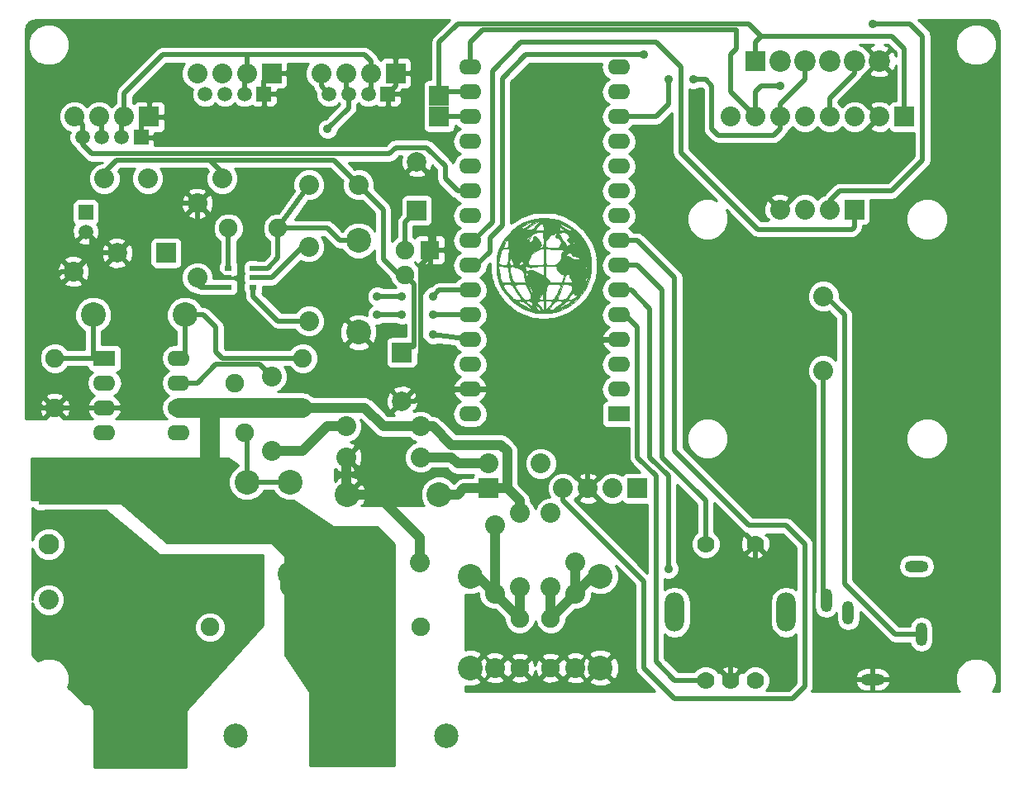
<source format=gtl>
G04 #@! TF.FileFunction,Copper,L1,Top,Signal*
%FSLAX46Y46*%
G04 Gerber Fmt 4.6, Leading zero omitted, Abs format (unit mm)*
G04 Created by KiCad (PCBNEW 4.0.4-stable) date 04/14/17 15:57:30*
%MOMM*%
%LPD*%
G01*
G04 APERTURE LIST*
%ADD10C,0.150000*%
%ADD11C,0.010000*%
%ADD12R,2.032000X2.032000*%
%ADD13C,2.032000*%
%ADD14C,1.905000*%
%ADD15R,2.286000X1.574800*%
%ADD16O,2.286000X1.574800*%
%ADD17R,1.500000X1.500000*%
%ADD18C,1.500000*%
%ADD19O,1.200000X2.400000*%
%ADD20O,2.400000X1.200000*%
%ADD21C,2.540000*%
%ADD22C,1.778000*%
%ADD23O,1.998980X4.000500*%
%ADD24C,0.010000*%
%ADD25R,2.100580X2.100580*%
%ADD26C,2.199640*%
%ADD27C,2.100580*%
%ADD28R,1.905000X1.905000*%
%ADD29R,0.762000X0.508000*%
%ADD30R,2.499360X2.499360*%
%ADD31C,2.499360*%
%ADD32R,2.000000X2.000000*%
%ADD33C,2.000000*%
%ADD34C,0.889000*%
%ADD35C,0.500000*%
%ADD36C,1.000000*%
%ADD37C,5.000000*%
%ADD38C,2.000000*%
%ADD39C,0.254000*%
G04 APERTURE END LIST*
D10*
D11*
G36*
X28170092Y23872486D02*
X28732908Y23827429D01*
X29207235Y23738807D01*
X29280706Y23717542D01*
X30097578Y23378299D01*
X30846366Y22898203D01*
X31376072Y22422761D01*
X31835128Y21894669D01*
X32181358Y21372757D01*
X32455748Y20792380D01*
X32525661Y20609568D01*
X32634208Y20184991D01*
X32701463Y19652005D01*
X32726724Y19066601D01*
X32709288Y18484766D01*
X32648454Y17962491D01*
X32563268Y17610667D01*
X32191352Y16743657D01*
X31698998Y15987171D01*
X31093541Y15349797D01*
X30382312Y14840122D01*
X30045847Y14662390D01*
X29667794Y14495722D01*
X29285020Y14349788D01*
X28964552Y14249533D01*
X28888332Y14231628D01*
X28530714Y14183357D01*
X28078732Y14157038D01*
X27606094Y14153998D01*
X27186508Y14175564D01*
X27008666Y14197786D01*
X26542855Y14313794D01*
X26022494Y14503168D01*
X25526263Y14734762D01*
X25256875Y14891273D01*
X24691718Y15329924D01*
X25146000Y15329924D01*
X25216788Y15259492D01*
X25406380Y15137474D01*
X25680614Y14984915D01*
X25833137Y14906590D01*
X26197528Y14731621D01*
X26467621Y14616920D01*
X26629182Y14566971D01*
X26667980Y14586259D01*
X26580224Y14671193D01*
X26443753Y14780597D01*
X26364248Y14845426D01*
X27014106Y14845426D01*
X27071397Y14708817D01*
X27181298Y14578632D01*
X27330337Y14457720D01*
X27472111Y14396979D01*
X27561631Y14406067D01*
X27560264Y14421756D01*
X28300409Y14421756D01*
X28342507Y14403848D01*
X28398702Y14421279D01*
X28585329Y14470830D01*
X28658202Y14478000D01*
X28777498Y14526093D01*
X28978601Y14650090D01*
X29089702Y14727855D01*
X29451351Y14727855D01*
X29465151Y14700793D01*
X29577851Y14732532D01*
X29591000Y14737157D01*
X29823427Y14836897D01*
X30103446Y14979799D01*
X30200457Y15034558D01*
X30476293Y15210355D01*
X30597844Y15327826D01*
X30567950Y15391769D01*
X30421496Y15407592D01*
X30181535Y15336632D01*
X29872671Y15123404D01*
X29760333Y15026529D01*
X29546421Y14830754D01*
X29451351Y14727855D01*
X29089702Y14727855D01*
X29220736Y14819572D01*
X29463129Y15004119D01*
X29665007Y15173312D01*
X29785597Y15296730D01*
X29802666Y15331844D01*
X29727142Y15378749D01*
X29536770Y15406292D01*
X29434920Y15409334D01*
X29218331Y15396663D01*
X29058297Y15337409D01*
X28899046Y15199708D01*
X28730977Y15007167D01*
X28485686Y14707620D01*
X28345149Y14517748D01*
X28300409Y14421756D01*
X27560264Y14421756D01*
X27553908Y14494645D01*
X27551401Y14499167D01*
X27417805Y14687738D01*
X27261586Y14847258D01*
X27128855Y14934900D01*
X27081026Y14936061D01*
X27014106Y14845426D01*
X26364248Y14845426D01*
X26231294Y14953836D01*
X26063504Y15091834D01*
X25733333Y15319380D01*
X25630854Y15352000D01*
X26077333Y15352000D01*
X26136398Y15267023D01*
X26284525Y15122503D01*
X26352500Y15063654D01*
X26525547Y14925491D01*
X26610722Y14891615D01*
X26646791Y14953901D01*
X26655528Y15000145D01*
X26656978Y15201541D01*
X26637019Y15288491D01*
X26598566Y15317750D01*
X27178000Y15317750D01*
X27225861Y15217433D01*
X27345633Y15039782D01*
X27501600Y14831282D01*
X27658043Y14638423D01*
X27779245Y14507691D01*
X27823199Y14478000D01*
X27840802Y14554603D01*
X27852474Y14752194D01*
X27855333Y14943667D01*
X27855333Y15409334D01*
X28024666Y15409334D01*
X28028460Y14922500D01*
X28032254Y14435667D01*
X28409460Y14856682D01*
X28600959Y15079596D01*
X28736726Y15255147D01*
X28786666Y15343515D01*
X28710958Y15382776D01*
X28519417Y15406320D01*
X28405666Y15409334D01*
X28024666Y15409334D01*
X27855333Y15409334D01*
X27516666Y15409334D01*
X27304498Y15389022D01*
X27186603Y15338259D01*
X27178000Y15317750D01*
X26598566Y15317750D01*
X26544317Y15359027D01*
X26375297Y15402738D01*
X26199992Y15411678D01*
X26088440Y15377900D01*
X26077333Y15352000D01*
X25630854Y15352000D01*
X25456739Y15407422D01*
X25412446Y15409334D01*
X25228774Y15387319D01*
X25146337Y15333928D01*
X25146000Y15329924D01*
X24691718Y15329924D01*
X24668751Y15347750D01*
X24131538Y15909899D01*
X23673426Y16539189D01*
X23406818Y17039167D01*
X23706983Y17039167D01*
X23761525Y16882396D01*
X23904001Y16643103D01*
X24104223Y16360092D01*
X24331998Y16072169D01*
X24557137Y15818136D01*
X24749450Y15636800D01*
X24846343Y15574705D01*
X25062144Y15518657D01*
X25295227Y15500382D01*
X25470318Y15523324D01*
X25506907Y15544464D01*
X25489774Y15634797D01*
X25393198Y15816151D01*
X25279663Y15988964D01*
X25077561Y16291132D01*
X24880688Y16609562D01*
X24804387Y16742834D01*
X24680949Y16951763D01*
X24641619Y16988794D01*
X24892000Y16988794D01*
X24938288Y16857777D01*
X25059069Y16633784D01*
X25227213Y16359289D01*
X25415591Y16076766D01*
X25597074Y15828691D01*
X25738437Y15663563D01*
X25953938Y15538669D01*
X26207473Y15511284D01*
X26431447Y15580490D01*
X26515560Y15662542D01*
X27407104Y15662542D01*
X27428657Y15538262D01*
X27587158Y15505559D01*
X27630489Y15510325D01*
X27733449Y15544158D01*
X27791260Y15635844D01*
X27819242Y15826513D01*
X27826356Y15979106D01*
X28023959Y15979106D01*
X28032513Y15718565D01*
X28075354Y15558479D01*
X28085014Y15546542D01*
X28199335Y15515290D01*
X28417659Y15506634D01*
X28529514Y15511264D01*
X28723913Y15529130D01*
X28857140Y15573286D01*
X28891281Y15605699D01*
X29258578Y15605699D01*
X29260044Y15566191D01*
X29374653Y15513779D01*
X29585996Y15496176D01*
X29825244Y15512644D01*
X30023570Y15562445D01*
X30049152Y15574646D01*
X30060173Y15584316D01*
X30395333Y15584316D01*
X30458506Y15500722D01*
X30617627Y15499526D01*
X30827094Y15570184D01*
X31041308Y15702154D01*
X31092497Y15745519D01*
X31255695Y15900175D01*
X31301178Y15974088D01*
X31239169Y15997450D01*
X31178500Y15999519D01*
X31024796Y16049851D01*
X30988000Y16129000D01*
X30947622Y16241749D01*
X30913382Y16256000D01*
X30817714Y16192447D01*
X30676618Y16037889D01*
X30531861Y15846480D01*
X30425208Y15672374D01*
X30395333Y15584316D01*
X30060173Y15584316D01*
X30173730Y15683951D01*
X30349473Y15889197D01*
X30519079Y16118813D01*
X30688036Y16372678D01*
X30771541Y16539100D01*
X30783586Y16667693D01*
X30738162Y16808071D01*
X30723158Y16842501D01*
X30633082Y17004840D01*
X30513344Y17080697D01*
X30302513Y17102080D01*
X30223866Y17102667D01*
X29839735Y17102667D01*
X29527582Y16370524D01*
X29396422Y16045224D01*
X29302527Y15777573D01*
X29258578Y15605699D01*
X28891281Y15605699D01*
X28965305Y15675974D01*
X29084516Y15869439D01*
X29221327Y16129000D01*
X29427740Y16528572D01*
X29553378Y16800617D01*
X29592113Y16969601D01*
X29537813Y17059991D01*
X29384350Y17096254D01*
X29125594Y17102855D01*
X28977386Y17102667D01*
X28310029Y17102667D01*
X28167347Y16803461D01*
X28095045Y16577554D01*
X28046026Y16284102D01*
X28023959Y15979106D01*
X27826356Y15979106D01*
X27829397Y16044334D01*
X27833267Y16305649D01*
X27821065Y16410350D01*
X27790355Y16370606D01*
X27773825Y16321768D01*
X27666903Y16085215D01*
X27525748Y15867316D01*
X27407104Y15662542D01*
X26515560Y15662542D01*
X26527561Y15674248D01*
X26553821Y15793477D01*
X26514298Y15989370D01*
X26401649Y16291074D01*
X26330299Y16457415D01*
X26114917Y16947513D01*
X26311638Y16947513D01*
X26365183Y16767742D01*
X26431980Y16594667D01*
X26536430Y16360408D01*
X26618587Y16206673D01*
X26650102Y16171334D01*
X26666029Y16245822D01*
X26655822Y16432869D01*
X26645234Y16522203D01*
X26561194Y16827799D01*
X26414840Y16991798D01*
X26314858Y17016704D01*
X26311638Y16947513D01*
X26114917Y16947513D01*
X26046731Y17102667D01*
X25469365Y17102667D01*
X25141564Y17092859D01*
X24957598Y17060209D01*
X24892930Y16999876D01*
X24892000Y16988794D01*
X24641619Y16988794D01*
X24567567Y17058515D01*
X24402518Y17097383D01*
X24156742Y17102667D01*
X23906660Y17091884D01*
X23743383Y17064156D01*
X23706983Y17039167D01*
X23406818Y17039167D01*
X23322607Y17197089D01*
X23112346Y17822381D01*
X23049905Y18247414D01*
X23022937Y18772934D01*
X23025590Y18975064D01*
X23257938Y18975064D01*
X23309193Y18426182D01*
X23356980Y18081815D01*
X23427670Y17757880D01*
X23486904Y17574650D01*
X23573012Y17395192D01*
X23673206Y17305802D01*
X23844760Y17275198D01*
X24041013Y17272000D01*
X24283627Y17283310D01*
X24437925Y17312257D01*
X24467244Y17335500D01*
X24450674Y17441629D01*
X24407475Y17672777D01*
X24345395Y17988154D01*
X24310447Y18161000D01*
X24203731Y18684368D01*
X24384000Y18684368D01*
X24409688Y18435483D01*
X24475716Y18118942D01*
X24565531Y17795218D01*
X24662578Y17524779D01*
X24741672Y17377834D01*
X24882018Y17315176D01*
X25163505Y17279149D01*
X25414203Y17272000D01*
X26000339Y17272000D01*
X25944597Y17589500D01*
X25874106Y17984936D01*
X25837326Y18150391D01*
X26006217Y18150391D01*
X26027315Y18065828D01*
X26096836Y17972111D01*
X26181708Y18019843D01*
X26235998Y18135429D01*
X26180344Y18218856D01*
X26067548Y18278389D01*
X26025951Y18264841D01*
X26006217Y18150391D01*
X25837326Y18150391D01*
X25815087Y18250427D01*
X25747342Y18422372D01*
X25650673Y18537170D01*
X25504879Y18631222D01*
X25311808Y18729805D01*
X25068592Y18836458D01*
X25939384Y18836458D01*
X25941274Y18831409D01*
X25987835Y18640681D01*
X25992666Y18577409D01*
X26057917Y18482388D01*
X26204607Y18461825D01*
X26359137Y18522072D01*
X26383773Y18543641D01*
X26519410Y18573381D01*
X26749605Y18530892D01*
X27027002Y18436322D01*
X27304245Y18309826D01*
X27533980Y18171553D01*
X27668850Y18041655D01*
X27686000Y17989493D01*
X27732409Y17878224D01*
X27770666Y17864667D01*
X27814910Y17942425D01*
X27845201Y18148407D01*
X27855333Y18415000D01*
X27855333Y18965334D01*
X28024666Y18965334D01*
X28024666Y18386257D01*
X28029747Y18075979D01*
X28054192Y17890883D01*
X28111807Y17786911D01*
X28216398Y17720002D01*
X28236333Y17710739D01*
X28402710Y17574390D01*
X28448000Y17443149D01*
X28462654Y17355464D01*
X28530116Y17304129D01*
X28685633Y17279583D01*
X28964454Y17272265D01*
X29079020Y17272000D01*
X29710040Y17272000D01*
X29891566Y17272000D01*
X30312783Y17272000D01*
X30569064Y17282553D01*
X30695623Y17323367D01*
X30731259Y17408181D01*
X30731307Y17420167D01*
X30679589Y17605846D01*
X30678311Y17608034D01*
X32119576Y17608034D01*
X32135587Y17518578D01*
X32203019Y17470685D01*
X32266654Y17573954D01*
X32322656Y17746660D01*
X32336715Y17819310D01*
X32293366Y17833319D01*
X32205648Y17763935D01*
X32119576Y17608034D01*
X30678311Y17608034D01*
X30610122Y17724730D01*
X30534044Y17895405D01*
X30537206Y17999897D01*
X30532310Y18103679D01*
X30495983Y18118667D01*
X30344556Y18146961D01*
X30276434Y18169607D01*
X30161888Y18154825D01*
X30064584Y18004546D01*
X29976949Y17704570D01*
X29944375Y17547167D01*
X29891566Y17272000D01*
X29710040Y17272000D01*
X29798214Y17589500D01*
X29868803Y17881146D01*
X29876439Y18045262D01*
X29819453Y18112172D01*
X29769104Y18118667D01*
X29652553Y18171460D01*
X29499361Y18302223D01*
X29345443Y18469535D01*
X29261536Y18584334D01*
X32342666Y18584334D01*
X32385000Y18542000D01*
X32427333Y18584334D01*
X32385000Y18626667D01*
X32342666Y18584334D01*
X29261536Y18584334D01*
X29226715Y18631975D01*
X29179091Y18748121D01*
X29197624Y18777764D01*
X29253721Y18828797D01*
X32117770Y18828797D01*
X32131000Y18796000D01*
X32207082Y18715230D01*
X32220663Y18711334D01*
X32257029Y18776840D01*
X32258000Y18796000D01*
X32192912Y18877414D01*
X32168336Y18880667D01*
X32117770Y18828797D01*
X29253721Y18828797D01*
X29289655Y18861487D01*
X29294666Y18887723D01*
X29216925Y18924819D01*
X29011281Y18952261D01*
X28719101Y18964994D01*
X28659666Y18965334D01*
X28024666Y18965334D01*
X27855333Y18965334D01*
X27393650Y18965334D01*
X27087532Y18947068D01*
X26818414Y18900472D01*
X26714020Y18866030D01*
X26525458Y18809104D01*
X26403080Y18859893D01*
X26396770Y18866030D01*
X26238088Y18944759D01*
X26093674Y18965334D01*
X25947802Y18936668D01*
X25939384Y18836458D01*
X25068592Y18836458D01*
X25022173Y18856813D01*
X24756587Y18941923D01*
X24616833Y18963915D01*
X24457115Y18944594D01*
X24393885Y18849649D01*
X24384000Y18684368D01*
X24203731Y18684368D01*
X24155072Y18923000D01*
X23257938Y18975064D01*
X23025590Y18975064D01*
X23030311Y19334567D01*
X23032624Y19364964D01*
X23258497Y19364964D01*
X23279394Y19216865D01*
X23358192Y19135116D01*
X23359061Y19134606D01*
X23562329Y19072376D01*
X23821550Y19056567D01*
X24045209Y19089618D01*
X24100825Y19114844D01*
X24150381Y19222407D01*
X24166695Y19299236D01*
X24357937Y19299236D01*
X24397810Y19161114D01*
X24401873Y19155834D01*
X24519275Y19060267D01*
X24655733Y19092763D01*
X24712003Y19126285D01*
X24775879Y19201943D01*
X24760834Y19267320D01*
X25362062Y19267320D01*
X25362805Y19123945D01*
X25383913Y19094310D01*
X25516584Y19056362D01*
X25652375Y19135643D01*
X25723388Y19283699D01*
X25717515Y19335045D01*
X25908000Y19335045D01*
X25934461Y19167697D01*
X25992519Y19088850D01*
X26050186Y19130602D01*
X26064106Y19178398D01*
X26041122Y19353163D01*
X26000606Y19414594D01*
X25927729Y19445348D01*
X25908000Y19335045D01*
X25717515Y19335045D01*
X25706257Y19433468D01*
X25626582Y19459684D01*
X26258180Y19459684D01*
X26262829Y19257141D01*
X26379744Y19127755D01*
X26437166Y19109753D01*
X26790645Y19069873D01*
X27192986Y19064651D01*
X27545067Y19094676D01*
X27590750Y19102917D01*
X27855333Y19155834D01*
X27855333Y19948073D01*
X28024666Y19948073D01*
X28026744Y19557216D01*
X28048852Y19304636D01*
X28114797Y19159318D01*
X28248390Y19090249D01*
X28473439Y19066414D01*
X28706557Y19059822D01*
X28965354Y19071249D01*
X29152578Y19144911D01*
X29284176Y19259102D01*
X31856564Y19259102D01*
X31873518Y19224967D01*
X31954251Y19137434D01*
X31969102Y19199163D01*
X31948549Y19265319D01*
X31886216Y19357525D01*
X31858062Y19355618D01*
X31856564Y19259102D01*
X29284176Y19259102D01*
X29348952Y19315309D01*
X29381060Y19348116D01*
X29562003Y19559478D01*
X29642280Y19748122D01*
X29654678Y19995562D01*
X29653501Y20025449D01*
X29654299Y20083730D01*
X30158321Y20083730D01*
X30182100Y20002774D01*
X30342633Y19981334D01*
X30543176Y19932818D01*
X30645410Y19859061D01*
X30793490Y19768846D01*
X31023092Y19708314D01*
X31057944Y19703960D01*
X31281011Y19678692D01*
X31426840Y19659057D01*
X31438708Y19656900D01*
X31484194Y19711657D01*
X31480311Y19790834D01*
X31465376Y19812000D01*
X31665333Y19812000D01*
X31694220Y19729535D01*
X31702669Y19727334D01*
X31774955Y19786663D01*
X31792333Y19812000D01*
X31785620Y19890019D01*
X31754996Y19896667D01*
X31668778Y19835207D01*
X31665333Y19812000D01*
X31465376Y19812000D01*
X31406036Y19896094D01*
X31212072Y19952588D01*
X31086044Y19965380D01*
X30847233Y20000200D01*
X30758523Y20063660D01*
X30762574Y20103010D01*
X30728136Y20216820D01*
X30608427Y20303945D01*
X30430812Y20346987D01*
X30291126Y20260121D01*
X30276461Y20244315D01*
X30158321Y20083730D01*
X29654299Y20083730D01*
X29656853Y20269971D01*
X29702123Y20383715D01*
X29768373Y20404667D01*
X29867907Y20468249D01*
X29871371Y20552834D01*
X29838271Y20619773D01*
X29749673Y20665224D01*
X29575947Y20694629D01*
X29287464Y20713429D01*
X28933829Y20725032D01*
X28024666Y20749063D01*
X28024666Y19948073D01*
X27855333Y19948073D01*
X27855333Y20743334D01*
X27568058Y20743334D01*
X27336808Y20706065D01*
X27232048Y20616334D01*
X27121337Y20503742D01*
X27058019Y20489334D01*
X26901616Y20429147D01*
X26716276Y20285434D01*
X26561792Y20113469D01*
X26497973Y19971625D01*
X26447675Y19815379D01*
X26370973Y19689985D01*
X26258180Y19459684D01*
X25626582Y19459684D01*
X25585096Y19473334D01*
X25449623Y19409148D01*
X25362062Y19267320D01*
X24760834Y19267320D01*
X24747278Y19326224D01*
X24672582Y19463656D01*
X24555997Y19637210D01*
X24469641Y19724782D01*
X24460282Y19727334D01*
X24396640Y19655412D01*
X24360036Y19488358D01*
X24357937Y19299236D01*
X24166695Y19299236D01*
X24200563Y19458728D01*
X24243771Y19783435D01*
X24259912Y19960215D01*
X24321174Y20743334D01*
X23942655Y20743334D01*
X23706298Y20734369D01*
X23579673Y20678679D01*
X23503218Y20533066D01*
X23459063Y20392631D01*
X23378686Y20080920D01*
X23305803Y19729176D01*
X23288556Y19627995D01*
X23258497Y19364964D01*
X23032624Y19364964D01*
X23070899Y19867937D01*
X23143568Y20308670D01*
X23156938Y20361956D01*
X23376549Y20946058D01*
X23746187Y20946058D01*
X23839969Y20855390D01*
X24024782Y20868235D01*
X24198112Y20915711D01*
X24273618Y20943397D01*
X24272016Y21029030D01*
X24249284Y21229264D01*
X24228009Y21381015D01*
X24213683Y21477327D01*
X26347488Y21477327D01*
X26438534Y21423732D01*
X26491608Y21420667D01*
X26658335Y21494955D01*
X26744548Y21707896D01*
X26754666Y21850925D01*
X26798916Y21992392D01*
X26913883Y22013446D01*
X27072893Y21932200D01*
X27249272Y21766766D01*
X27416345Y21535253D01*
X27518090Y21332563D01*
X27585016Y21130886D01*
X27565459Y21034774D01*
X27532868Y21016846D01*
X27468220Y20939189D01*
X27478802Y20905436D01*
X27538564Y20837420D01*
X27635017Y20847737D01*
X27721408Y20879392D01*
X27814986Y21004265D01*
X27851629Y21256698D01*
X28024666Y21256698D01*
X28036443Y21039739D01*
X28098922Y20937438D01*
X28252828Y20895413D01*
X28299833Y20889248D01*
X28843063Y20843185D01*
X29233438Y20858514D01*
X29468679Y20935100D01*
X29500285Y20961048D01*
X29600702Y21153343D01*
X29611391Y21393214D01*
X29546344Y21624973D01*
X29419555Y21792935D01*
X29278419Y21844000D01*
X29127837Y21901813D01*
X29058161Y22029876D01*
X29098535Y22160127D01*
X29131710Y22186609D01*
X29199352Y22280199D01*
X29182530Y22323025D01*
X29069498Y22334911D01*
X28953298Y22285295D01*
X28770341Y22202137D01*
X28669178Y22182667D01*
X28553805Y22115486D01*
X28413633Y21948106D01*
X28374551Y21886334D01*
X28244791Y21699729D01*
X28135110Y21596947D01*
X28112188Y21590000D01*
X28057025Y21514975D01*
X28026689Y21327889D01*
X28024666Y21256698D01*
X27851629Y21256698D01*
X27855021Y21280064D01*
X27840831Y21696842D01*
X27801491Y22043850D01*
X27758091Y22360492D01*
X29392764Y22360492D01*
X29427982Y22257163D01*
X29506333Y22182667D01*
X29607963Y22018164D01*
X29633333Y21877919D01*
X29708321Y21670531D01*
X29845000Y21539881D01*
X29996669Y21409984D01*
X30056666Y21300863D01*
X30123276Y21128781D01*
X30279635Y21057250D01*
X30403588Y21086419D01*
X30552356Y21189496D01*
X30602720Y21244410D01*
X30575411Y21336000D01*
X30861000Y21336000D01*
X30867712Y21257982D01*
X30898336Y21251334D01*
X30984554Y21312794D01*
X30988000Y21336000D01*
X30959113Y21418466D01*
X30950663Y21420667D01*
X30878377Y21361338D01*
X30861000Y21336000D01*
X30575411Y21336000D01*
X30574259Y21339862D01*
X30442037Y21472275D01*
X30418082Y21490332D01*
X30347082Y21547667D01*
X31072666Y21547667D01*
X31115000Y21505334D01*
X31157333Y21547667D01*
X31115000Y21590000D01*
X31072666Y21547667D01*
X30347082Y21547667D01*
X30267586Y21611862D01*
X30257381Y21646445D01*
X31354888Y21646445D01*
X31366511Y21596111D01*
X31411333Y21590000D01*
X31481023Y21620979D01*
X31467777Y21646445D01*
X31367298Y21656578D01*
X31354888Y21646445D01*
X30257381Y21646445D01*
X30241797Y21699250D01*
X30316708Y21801667D01*
X30903333Y21801667D01*
X30945666Y21759334D01*
X30988000Y21801667D01*
X30945666Y21844000D01*
X30903333Y21801667D01*
X30316708Y21801667D01*
X30325136Y21813189D01*
X30332979Y21821878D01*
X30458291Y21995047D01*
X30449928Y22136093D01*
X30339877Y22281834D01*
X30173756Y22384501D01*
X30508769Y22384501D01*
X30522333Y22352000D01*
X30634492Y22270495D01*
X30659326Y22267334D01*
X30705230Y22319500D01*
X30691666Y22352000D01*
X30579507Y22433506D01*
X30554673Y22436667D01*
X30508769Y22384501D01*
X30173756Y22384501D01*
X30159661Y22393212D01*
X29864514Y22435557D01*
X29789544Y22436667D01*
X29511276Y22418524D01*
X29392764Y22360492D01*
X27758091Y22360492D01*
X27747650Y22436667D01*
X27306614Y22436667D01*
X27005097Y22416136D01*
X26795420Y22332285D01*
X26628259Y22151727D01*
X26468543Y21869372D01*
X26357929Y21617368D01*
X26347488Y21477327D01*
X24213683Y21477327D01*
X24179692Y21705826D01*
X26082958Y21705826D01*
X26148409Y21674667D01*
X26230116Y21743324D01*
X26324828Y21905868D01*
X26392242Y22062415D01*
X26373567Y22080775D01*
X26253751Y21977413D01*
X26111761Y21816177D01*
X26082958Y21705826D01*
X24179692Y21705826D01*
X24165434Y21801667D01*
X23930015Y21433956D01*
X23775795Y21141346D01*
X23746187Y20946058D01*
X23376549Y20946058D01*
X23448444Y21137275D01*
X23885688Y21855426D01*
X24449433Y22497418D01*
X24688087Y22691911D01*
X27008666Y22691911D01*
X27084811Y22642904D01*
X27279502Y22611799D01*
X27432000Y22606000D01*
X27855333Y22606000D01*
X27855333Y22775334D01*
X29464000Y22775334D01*
X29513608Y22642549D01*
X29675666Y22606000D01*
X29834797Y22633970D01*
X29887333Y22687688D01*
X29821773Y22781343D01*
X29677291Y22884295D01*
X29532188Y22942950D01*
X29511899Y22944667D01*
X29472927Y22873487D01*
X29464000Y22775334D01*
X27855333Y22775334D01*
X27855333Y22891967D01*
X27816170Y23126313D01*
X27751133Y23237445D01*
X29592532Y23237445D01*
X29663728Y23134948D01*
X29813504Y22997193D01*
X30008442Y22849935D01*
X30215126Y22718929D01*
X30400140Y22629930D01*
X30506163Y22606230D01*
X30664810Y22631131D01*
X30690576Y22692431D01*
X30578617Y22792749D01*
X30367101Y22930982D01*
X30110334Y23077002D01*
X29862626Y23200683D01*
X29678283Y23271898D01*
X29633333Y23278929D01*
X29592532Y23237445D01*
X27751133Y23237445D01*
X27720465Y23289848D01*
X27719016Y23291066D01*
X27621962Y23342295D01*
X27516608Y23305697D01*
X27361403Y23161637D01*
X27295683Y23091010D01*
X27129805Y22894098D01*
X27026145Y22740434D01*
X27008666Y22691911D01*
X24688087Y22691911D01*
X24792945Y22777365D01*
X26139029Y22777365D01*
X26163768Y22736847D01*
X26323419Y22730257D01*
X26406226Y22732047D01*
X26602262Y22753248D01*
X26765850Y22825181D01*
X26945220Y22977529D01*
X27136047Y23181208D01*
X27319939Y23396642D01*
X27435289Y23553670D01*
X27459627Y23621339D01*
X27456031Y23622000D01*
X27338807Y23578508D01*
X27126745Y23466138D01*
X26864472Y23312052D01*
X26596613Y23143411D01*
X26367796Y22987376D01*
X26223191Y22871647D01*
X26139029Y22777365D01*
X24792945Y22777365D01*
X25020625Y22962913D01*
X25619218Y22962913D01*
X25657602Y22897994D01*
X25716826Y22836709D01*
X25783695Y22821337D01*
X25890748Y22865132D01*
X26070524Y22981349D01*
X26352500Y23181052D01*
X26567929Y23339856D01*
X26713881Y23456628D01*
X26754666Y23499187D01*
X26685141Y23496036D01*
X26508257Y23441942D01*
X26271553Y23354377D01*
X26022567Y23250814D01*
X25826967Y23158213D01*
X25654984Y23051370D01*
X25619218Y22962913D01*
X25020625Y22962913D01*
X25120445Y23044261D01*
X25879487Y23476966D01*
X26579533Y23740843D01*
X27030522Y23829735D01*
X27581670Y23873435D01*
X28170092Y23872486D01*
X28170092Y23872486D01*
G37*
X28170092Y23872486D02*
X28732908Y23827429D01*
X29207235Y23738807D01*
X29280706Y23717542D01*
X30097578Y23378299D01*
X30846366Y22898203D01*
X31376072Y22422761D01*
X31835128Y21894669D01*
X32181358Y21372757D01*
X32455748Y20792380D01*
X32525661Y20609568D01*
X32634208Y20184991D01*
X32701463Y19652005D01*
X32726724Y19066601D01*
X32709288Y18484766D01*
X32648454Y17962491D01*
X32563268Y17610667D01*
X32191352Y16743657D01*
X31698998Y15987171D01*
X31093541Y15349797D01*
X30382312Y14840122D01*
X30045847Y14662390D01*
X29667794Y14495722D01*
X29285020Y14349788D01*
X28964552Y14249533D01*
X28888332Y14231628D01*
X28530714Y14183357D01*
X28078732Y14157038D01*
X27606094Y14153998D01*
X27186508Y14175564D01*
X27008666Y14197786D01*
X26542855Y14313794D01*
X26022494Y14503168D01*
X25526263Y14734762D01*
X25256875Y14891273D01*
X24691718Y15329924D01*
X25146000Y15329924D01*
X25216788Y15259492D01*
X25406380Y15137474D01*
X25680614Y14984915D01*
X25833137Y14906590D01*
X26197528Y14731621D01*
X26467621Y14616920D01*
X26629182Y14566971D01*
X26667980Y14586259D01*
X26580224Y14671193D01*
X26443753Y14780597D01*
X26364248Y14845426D01*
X27014106Y14845426D01*
X27071397Y14708817D01*
X27181298Y14578632D01*
X27330337Y14457720D01*
X27472111Y14396979D01*
X27561631Y14406067D01*
X27560264Y14421756D01*
X28300409Y14421756D01*
X28342507Y14403848D01*
X28398702Y14421279D01*
X28585329Y14470830D01*
X28658202Y14478000D01*
X28777498Y14526093D01*
X28978601Y14650090D01*
X29089702Y14727855D01*
X29451351Y14727855D01*
X29465151Y14700793D01*
X29577851Y14732532D01*
X29591000Y14737157D01*
X29823427Y14836897D01*
X30103446Y14979799D01*
X30200457Y15034558D01*
X30476293Y15210355D01*
X30597844Y15327826D01*
X30567950Y15391769D01*
X30421496Y15407592D01*
X30181535Y15336632D01*
X29872671Y15123404D01*
X29760333Y15026529D01*
X29546421Y14830754D01*
X29451351Y14727855D01*
X29089702Y14727855D01*
X29220736Y14819572D01*
X29463129Y15004119D01*
X29665007Y15173312D01*
X29785597Y15296730D01*
X29802666Y15331844D01*
X29727142Y15378749D01*
X29536770Y15406292D01*
X29434920Y15409334D01*
X29218331Y15396663D01*
X29058297Y15337409D01*
X28899046Y15199708D01*
X28730977Y15007167D01*
X28485686Y14707620D01*
X28345149Y14517748D01*
X28300409Y14421756D01*
X27560264Y14421756D01*
X27553908Y14494645D01*
X27551401Y14499167D01*
X27417805Y14687738D01*
X27261586Y14847258D01*
X27128855Y14934900D01*
X27081026Y14936061D01*
X27014106Y14845426D01*
X26364248Y14845426D01*
X26231294Y14953836D01*
X26063504Y15091834D01*
X25733333Y15319380D01*
X25630854Y15352000D01*
X26077333Y15352000D01*
X26136398Y15267023D01*
X26284525Y15122503D01*
X26352500Y15063654D01*
X26525547Y14925491D01*
X26610722Y14891615D01*
X26646791Y14953901D01*
X26655528Y15000145D01*
X26656978Y15201541D01*
X26637019Y15288491D01*
X26598566Y15317750D01*
X27178000Y15317750D01*
X27225861Y15217433D01*
X27345633Y15039782D01*
X27501600Y14831282D01*
X27658043Y14638423D01*
X27779245Y14507691D01*
X27823199Y14478000D01*
X27840802Y14554603D01*
X27852474Y14752194D01*
X27855333Y14943667D01*
X27855333Y15409334D01*
X28024666Y15409334D01*
X28028460Y14922500D01*
X28032254Y14435667D01*
X28409460Y14856682D01*
X28600959Y15079596D01*
X28736726Y15255147D01*
X28786666Y15343515D01*
X28710958Y15382776D01*
X28519417Y15406320D01*
X28405666Y15409334D01*
X28024666Y15409334D01*
X27855333Y15409334D01*
X27516666Y15409334D01*
X27304498Y15389022D01*
X27186603Y15338259D01*
X27178000Y15317750D01*
X26598566Y15317750D01*
X26544317Y15359027D01*
X26375297Y15402738D01*
X26199992Y15411678D01*
X26088440Y15377900D01*
X26077333Y15352000D01*
X25630854Y15352000D01*
X25456739Y15407422D01*
X25412446Y15409334D01*
X25228774Y15387319D01*
X25146337Y15333928D01*
X25146000Y15329924D01*
X24691718Y15329924D01*
X24668751Y15347750D01*
X24131538Y15909899D01*
X23673426Y16539189D01*
X23406818Y17039167D01*
X23706983Y17039167D01*
X23761525Y16882396D01*
X23904001Y16643103D01*
X24104223Y16360092D01*
X24331998Y16072169D01*
X24557137Y15818136D01*
X24749450Y15636800D01*
X24846343Y15574705D01*
X25062144Y15518657D01*
X25295227Y15500382D01*
X25470318Y15523324D01*
X25506907Y15544464D01*
X25489774Y15634797D01*
X25393198Y15816151D01*
X25279663Y15988964D01*
X25077561Y16291132D01*
X24880688Y16609562D01*
X24804387Y16742834D01*
X24680949Y16951763D01*
X24641619Y16988794D01*
X24892000Y16988794D01*
X24938288Y16857777D01*
X25059069Y16633784D01*
X25227213Y16359289D01*
X25415591Y16076766D01*
X25597074Y15828691D01*
X25738437Y15663563D01*
X25953938Y15538669D01*
X26207473Y15511284D01*
X26431447Y15580490D01*
X26515560Y15662542D01*
X27407104Y15662542D01*
X27428657Y15538262D01*
X27587158Y15505559D01*
X27630489Y15510325D01*
X27733449Y15544158D01*
X27791260Y15635844D01*
X27819242Y15826513D01*
X27826356Y15979106D01*
X28023959Y15979106D01*
X28032513Y15718565D01*
X28075354Y15558479D01*
X28085014Y15546542D01*
X28199335Y15515290D01*
X28417659Y15506634D01*
X28529514Y15511264D01*
X28723913Y15529130D01*
X28857140Y15573286D01*
X28891281Y15605699D01*
X29258578Y15605699D01*
X29260044Y15566191D01*
X29374653Y15513779D01*
X29585996Y15496176D01*
X29825244Y15512644D01*
X30023570Y15562445D01*
X30049152Y15574646D01*
X30060173Y15584316D01*
X30395333Y15584316D01*
X30458506Y15500722D01*
X30617627Y15499526D01*
X30827094Y15570184D01*
X31041308Y15702154D01*
X31092497Y15745519D01*
X31255695Y15900175D01*
X31301178Y15974088D01*
X31239169Y15997450D01*
X31178500Y15999519D01*
X31024796Y16049851D01*
X30988000Y16129000D01*
X30947622Y16241749D01*
X30913382Y16256000D01*
X30817714Y16192447D01*
X30676618Y16037889D01*
X30531861Y15846480D01*
X30425208Y15672374D01*
X30395333Y15584316D01*
X30060173Y15584316D01*
X30173730Y15683951D01*
X30349473Y15889197D01*
X30519079Y16118813D01*
X30688036Y16372678D01*
X30771541Y16539100D01*
X30783586Y16667693D01*
X30738162Y16808071D01*
X30723158Y16842501D01*
X30633082Y17004840D01*
X30513344Y17080697D01*
X30302513Y17102080D01*
X30223866Y17102667D01*
X29839735Y17102667D01*
X29527582Y16370524D01*
X29396422Y16045224D01*
X29302527Y15777573D01*
X29258578Y15605699D01*
X28891281Y15605699D01*
X28965305Y15675974D01*
X29084516Y15869439D01*
X29221327Y16129000D01*
X29427740Y16528572D01*
X29553378Y16800617D01*
X29592113Y16969601D01*
X29537813Y17059991D01*
X29384350Y17096254D01*
X29125594Y17102855D01*
X28977386Y17102667D01*
X28310029Y17102667D01*
X28167347Y16803461D01*
X28095045Y16577554D01*
X28046026Y16284102D01*
X28023959Y15979106D01*
X27826356Y15979106D01*
X27829397Y16044334D01*
X27833267Y16305649D01*
X27821065Y16410350D01*
X27790355Y16370606D01*
X27773825Y16321768D01*
X27666903Y16085215D01*
X27525748Y15867316D01*
X27407104Y15662542D01*
X26515560Y15662542D01*
X26527561Y15674248D01*
X26553821Y15793477D01*
X26514298Y15989370D01*
X26401649Y16291074D01*
X26330299Y16457415D01*
X26114917Y16947513D01*
X26311638Y16947513D01*
X26365183Y16767742D01*
X26431980Y16594667D01*
X26536430Y16360408D01*
X26618587Y16206673D01*
X26650102Y16171334D01*
X26666029Y16245822D01*
X26655822Y16432869D01*
X26645234Y16522203D01*
X26561194Y16827799D01*
X26414840Y16991798D01*
X26314858Y17016704D01*
X26311638Y16947513D01*
X26114917Y16947513D01*
X26046731Y17102667D01*
X25469365Y17102667D01*
X25141564Y17092859D01*
X24957598Y17060209D01*
X24892930Y16999876D01*
X24892000Y16988794D01*
X24641619Y16988794D01*
X24567567Y17058515D01*
X24402518Y17097383D01*
X24156742Y17102667D01*
X23906660Y17091884D01*
X23743383Y17064156D01*
X23706983Y17039167D01*
X23406818Y17039167D01*
X23322607Y17197089D01*
X23112346Y17822381D01*
X23049905Y18247414D01*
X23022937Y18772934D01*
X23025590Y18975064D01*
X23257938Y18975064D01*
X23309193Y18426182D01*
X23356980Y18081815D01*
X23427670Y17757880D01*
X23486904Y17574650D01*
X23573012Y17395192D01*
X23673206Y17305802D01*
X23844760Y17275198D01*
X24041013Y17272000D01*
X24283627Y17283310D01*
X24437925Y17312257D01*
X24467244Y17335500D01*
X24450674Y17441629D01*
X24407475Y17672777D01*
X24345395Y17988154D01*
X24310447Y18161000D01*
X24203731Y18684368D01*
X24384000Y18684368D01*
X24409688Y18435483D01*
X24475716Y18118942D01*
X24565531Y17795218D01*
X24662578Y17524779D01*
X24741672Y17377834D01*
X24882018Y17315176D01*
X25163505Y17279149D01*
X25414203Y17272000D01*
X26000339Y17272000D01*
X25944597Y17589500D01*
X25874106Y17984936D01*
X25837326Y18150391D01*
X26006217Y18150391D01*
X26027315Y18065828D01*
X26096836Y17972111D01*
X26181708Y18019843D01*
X26235998Y18135429D01*
X26180344Y18218856D01*
X26067548Y18278389D01*
X26025951Y18264841D01*
X26006217Y18150391D01*
X25837326Y18150391D01*
X25815087Y18250427D01*
X25747342Y18422372D01*
X25650673Y18537170D01*
X25504879Y18631222D01*
X25311808Y18729805D01*
X25068592Y18836458D01*
X25939384Y18836458D01*
X25941274Y18831409D01*
X25987835Y18640681D01*
X25992666Y18577409D01*
X26057917Y18482388D01*
X26204607Y18461825D01*
X26359137Y18522072D01*
X26383773Y18543641D01*
X26519410Y18573381D01*
X26749605Y18530892D01*
X27027002Y18436322D01*
X27304245Y18309826D01*
X27533980Y18171553D01*
X27668850Y18041655D01*
X27686000Y17989493D01*
X27732409Y17878224D01*
X27770666Y17864667D01*
X27814910Y17942425D01*
X27845201Y18148407D01*
X27855333Y18415000D01*
X27855333Y18965334D01*
X28024666Y18965334D01*
X28024666Y18386257D01*
X28029747Y18075979D01*
X28054192Y17890883D01*
X28111807Y17786911D01*
X28216398Y17720002D01*
X28236333Y17710739D01*
X28402710Y17574390D01*
X28448000Y17443149D01*
X28462654Y17355464D01*
X28530116Y17304129D01*
X28685633Y17279583D01*
X28964454Y17272265D01*
X29079020Y17272000D01*
X29710040Y17272000D01*
X29891566Y17272000D01*
X30312783Y17272000D01*
X30569064Y17282553D01*
X30695623Y17323367D01*
X30731259Y17408181D01*
X30731307Y17420167D01*
X30679589Y17605846D01*
X30678311Y17608034D01*
X32119576Y17608034D01*
X32135587Y17518578D01*
X32203019Y17470685D01*
X32266654Y17573954D01*
X32322656Y17746660D01*
X32336715Y17819310D01*
X32293366Y17833319D01*
X32205648Y17763935D01*
X32119576Y17608034D01*
X30678311Y17608034D01*
X30610122Y17724730D01*
X30534044Y17895405D01*
X30537206Y17999897D01*
X30532310Y18103679D01*
X30495983Y18118667D01*
X30344556Y18146961D01*
X30276434Y18169607D01*
X30161888Y18154825D01*
X30064584Y18004546D01*
X29976949Y17704570D01*
X29944375Y17547167D01*
X29891566Y17272000D01*
X29710040Y17272000D01*
X29798214Y17589500D01*
X29868803Y17881146D01*
X29876439Y18045262D01*
X29819453Y18112172D01*
X29769104Y18118667D01*
X29652553Y18171460D01*
X29499361Y18302223D01*
X29345443Y18469535D01*
X29261536Y18584334D01*
X32342666Y18584334D01*
X32385000Y18542000D01*
X32427333Y18584334D01*
X32385000Y18626667D01*
X32342666Y18584334D01*
X29261536Y18584334D01*
X29226715Y18631975D01*
X29179091Y18748121D01*
X29197624Y18777764D01*
X29253721Y18828797D01*
X32117770Y18828797D01*
X32131000Y18796000D01*
X32207082Y18715230D01*
X32220663Y18711334D01*
X32257029Y18776840D01*
X32258000Y18796000D01*
X32192912Y18877414D01*
X32168336Y18880667D01*
X32117770Y18828797D01*
X29253721Y18828797D01*
X29289655Y18861487D01*
X29294666Y18887723D01*
X29216925Y18924819D01*
X29011281Y18952261D01*
X28719101Y18964994D01*
X28659666Y18965334D01*
X28024666Y18965334D01*
X27855333Y18965334D01*
X27393650Y18965334D01*
X27087532Y18947068D01*
X26818414Y18900472D01*
X26714020Y18866030D01*
X26525458Y18809104D01*
X26403080Y18859893D01*
X26396770Y18866030D01*
X26238088Y18944759D01*
X26093674Y18965334D01*
X25947802Y18936668D01*
X25939384Y18836458D01*
X25068592Y18836458D01*
X25022173Y18856813D01*
X24756587Y18941923D01*
X24616833Y18963915D01*
X24457115Y18944594D01*
X24393885Y18849649D01*
X24384000Y18684368D01*
X24203731Y18684368D01*
X24155072Y18923000D01*
X23257938Y18975064D01*
X23025590Y18975064D01*
X23030311Y19334567D01*
X23032624Y19364964D01*
X23258497Y19364964D01*
X23279394Y19216865D01*
X23358192Y19135116D01*
X23359061Y19134606D01*
X23562329Y19072376D01*
X23821550Y19056567D01*
X24045209Y19089618D01*
X24100825Y19114844D01*
X24150381Y19222407D01*
X24166695Y19299236D01*
X24357937Y19299236D01*
X24397810Y19161114D01*
X24401873Y19155834D01*
X24519275Y19060267D01*
X24655733Y19092763D01*
X24712003Y19126285D01*
X24775879Y19201943D01*
X24760834Y19267320D01*
X25362062Y19267320D01*
X25362805Y19123945D01*
X25383913Y19094310D01*
X25516584Y19056362D01*
X25652375Y19135643D01*
X25723388Y19283699D01*
X25717515Y19335045D01*
X25908000Y19335045D01*
X25934461Y19167697D01*
X25992519Y19088850D01*
X26050186Y19130602D01*
X26064106Y19178398D01*
X26041122Y19353163D01*
X26000606Y19414594D01*
X25927729Y19445348D01*
X25908000Y19335045D01*
X25717515Y19335045D01*
X25706257Y19433468D01*
X25626582Y19459684D01*
X26258180Y19459684D01*
X26262829Y19257141D01*
X26379744Y19127755D01*
X26437166Y19109753D01*
X26790645Y19069873D01*
X27192986Y19064651D01*
X27545067Y19094676D01*
X27590750Y19102917D01*
X27855333Y19155834D01*
X27855333Y19948073D01*
X28024666Y19948073D01*
X28026744Y19557216D01*
X28048852Y19304636D01*
X28114797Y19159318D01*
X28248390Y19090249D01*
X28473439Y19066414D01*
X28706557Y19059822D01*
X28965354Y19071249D01*
X29152578Y19144911D01*
X29284176Y19259102D01*
X31856564Y19259102D01*
X31873518Y19224967D01*
X31954251Y19137434D01*
X31969102Y19199163D01*
X31948549Y19265319D01*
X31886216Y19357525D01*
X31858062Y19355618D01*
X31856564Y19259102D01*
X29284176Y19259102D01*
X29348952Y19315309D01*
X29381060Y19348116D01*
X29562003Y19559478D01*
X29642280Y19748122D01*
X29654678Y19995562D01*
X29653501Y20025449D01*
X29654299Y20083730D01*
X30158321Y20083730D01*
X30182100Y20002774D01*
X30342633Y19981334D01*
X30543176Y19932818D01*
X30645410Y19859061D01*
X30793490Y19768846D01*
X31023092Y19708314D01*
X31057944Y19703960D01*
X31281011Y19678692D01*
X31426840Y19659057D01*
X31438708Y19656900D01*
X31484194Y19711657D01*
X31480311Y19790834D01*
X31465376Y19812000D01*
X31665333Y19812000D01*
X31694220Y19729535D01*
X31702669Y19727334D01*
X31774955Y19786663D01*
X31792333Y19812000D01*
X31785620Y19890019D01*
X31754996Y19896667D01*
X31668778Y19835207D01*
X31665333Y19812000D01*
X31465376Y19812000D01*
X31406036Y19896094D01*
X31212072Y19952588D01*
X31086044Y19965380D01*
X30847233Y20000200D01*
X30758523Y20063660D01*
X30762574Y20103010D01*
X30728136Y20216820D01*
X30608427Y20303945D01*
X30430812Y20346987D01*
X30291126Y20260121D01*
X30276461Y20244315D01*
X30158321Y20083730D01*
X29654299Y20083730D01*
X29656853Y20269971D01*
X29702123Y20383715D01*
X29768373Y20404667D01*
X29867907Y20468249D01*
X29871371Y20552834D01*
X29838271Y20619773D01*
X29749673Y20665224D01*
X29575947Y20694629D01*
X29287464Y20713429D01*
X28933829Y20725032D01*
X28024666Y20749063D01*
X28024666Y19948073D01*
X27855333Y19948073D01*
X27855333Y20743334D01*
X27568058Y20743334D01*
X27336808Y20706065D01*
X27232048Y20616334D01*
X27121337Y20503742D01*
X27058019Y20489334D01*
X26901616Y20429147D01*
X26716276Y20285434D01*
X26561792Y20113469D01*
X26497973Y19971625D01*
X26447675Y19815379D01*
X26370973Y19689985D01*
X26258180Y19459684D01*
X25626582Y19459684D01*
X25585096Y19473334D01*
X25449623Y19409148D01*
X25362062Y19267320D01*
X24760834Y19267320D01*
X24747278Y19326224D01*
X24672582Y19463656D01*
X24555997Y19637210D01*
X24469641Y19724782D01*
X24460282Y19727334D01*
X24396640Y19655412D01*
X24360036Y19488358D01*
X24357937Y19299236D01*
X24166695Y19299236D01*
X24200563Y19458728D01*
X24243771Y19783435D01*
X24259912Y19960215D01*
X24321174Y20743334D01*
X23942655Y20743334D01*
X23706298Y20734369D01*
X23579673Y20678679D01*
X23503218Y20533066D01*
X23459063Y20392631D01*
X23378686Y20080920D01*
X23305803Y19729176D01*
X23288556Y19627995D01*
X23258497Y19364964D01*
X23032624Y19364964D01*
X23070899Y19867937D01*
X23143568Y20308670D01*
X23156938Y20361956D01*
X23376549Y20946058D01*
X23746187Y20946058D01*
X23839969Y20855390D01*
X24024782Y20868235D01*
X24198112Y20915711D01*
X24273618Y20943397D01*
X24272016Y21029030D01*
X24249284Y21229264D01*
X24228009Y21381015D01*
X24213683Y21477327D01*
X26347488Y21477327D01*
X26438534Y21423732D01*
X26491608Y21420667D01*
X26658335Y21494955D01*
X26744548Y21707896D01*
X26754666Y21850925D01*
X26798916Y21992392D01*
X26913883Y22013446D01*
X27072893Y21932200D01*
X27249272Y21766766D01*
X27416345Y21535253D01*
X27518090Y21332563D01*
X27585016Y21130886D01*
X27565459Y21034774D01*
X27532868Y21016846D01*
X27468220Y20939189D01*
X27478802Y20905436D01*
X27538564Y20837420D01*
X27635017Y20847737D01*
X27721408Y20879392D01*
X27814986Y21004265D01*
X27851629Y21256698D01*
X28024666Y21256698D01*
X28036443Y21039739D01*
X28098922Y20937438D01*
X28252828Y20895413D01*
X28299833Y20889248D01*
X28843063Y20843185D01*
X29233438Y20858514D01*
X29468679Y20935100D01*
X29500285Y20961048D01*
X29600702Y21153343D01*
X29611391Y21393214D01*
X29546344Y21624973D01*
X29419555Y21792935D01*
X29278419Y21844000D01*
X29127837Y21901813D01*
X29058161Y22029876D01*
X29098535Y22160127D01*
X29131710Y22186609D01*
X29199352Y22280199D01*
X29182530Y22323025D01*
X29069498Y22334911D01*
X28953298Y22285295D01*
X28770341Y22202137D01*
X28669178Y22182667D01*
X28553805Y22115486D01*
X28413633Y21948106D01*
X28374551Y21886334D01*
X28244791Y21699729D01*
X28135110Y21596947D01*
X28112188Y21590000D01*
X28057025Y21514975D01*
X28026689Y21327889D01*
X28024666Y21256698D01*
X27851629Y21256698D01*
X27855021Y21280064D01*
X27840831Y21696842D01*
X27801491Y22043850D01*
X27758091Y22360492D01*
X29392764Y22360492D01*
X29427982Y22257163D01*
X29506333Y22182667D01*
X29607963Y22018164D01*
X29633333Y21877919D01*
X29708321Y21670531D01*
X29845000Y21539881D01*
X29996669Y21409984D01*
X30056666Y21300863D01*
X30123276Y21128781D01*
X30279635Y21057250D01*
X30403588Y21086419D01*
X30552356Y21189496D01*
X30602720Y21244410D01*
X30575411Y21336000D01*
X30861000Y21336000D01*
X30867712Y21257982D01*
X30898336Y21251334D01*
X30984554Y21312794D01*
X30988000Y21336000D01*
X30959113Y21418466D01*
X30950663Y21420667D01*
X30878377Y21361338D01*
X30861000Y21336000D01*
X30575411Y21336000D01*
X30574259Y21339862D01*
X30442037Y21472275D01*
X30418082Y21490332D01*
X30347082Y21547667D01*
X31072666Y21547667D01*
X31115000Y21505334D01*
X31157333Y21547667D01*
X31115000Y21590000D01*
X31072666Y21547667D01*
X30347082Y21547667D01*
X30267586Y21611862D01*
X30257381Y21646445D01*
X31354888Y21646445D01*
X31366511Y21596111D01*
X31411333Y21590000D01*
X31481023Y21620979D01*
X31467777Y21646445D01*
X31367298Y21656578D01*
X31354888Y21646445D01*
X30257381Y21646445D01*
X30241797Y21699250D01*
X30316708Y21801667D01*
X30903333Y21801667D01*
X30945666Y21759334D01*
X30988000Y21801667D01*
X30945666Y21844000D01*
X30903333Y21801667D01*
X30316708Y21801667D01*
X30325136Y21813189D01*
X30332979Y21821878D01*
X30458291Y21995047D01*
X30449928Y22136093D01*
X30339877Y22281834D01*
X30173756Y22384501D01*
X30508769Y22384501D01*
X30522333Y22352000D01*
X30634492Y22270495D01*
X30659326Y22267334D01*
X30705230Y22319500D01*
X30691666Y22352000D01*
X30579507Y22433506D01*
X30554673Y22436667D01*
X30508769Y22384501D01*
X30173756Y22384501D01*
X30159661Y22393212D01*
X29864514Y22435557D01*
X29789544Y22436667D01*
X29511276Y22418524D01*
X29392764Y22360492D01*
X27758091Y22360492D01*
X27747650Y22436667D01*
X27306614Y22436667D01*
X27005097Y22416136D01*
X26795420Y22332285D01*
X26628259Y22151727D01*
X26468543Y21869372D01*
X26357929Y21617368D01*
X26347488Y21477327D01*
X24213683Y21477327D01*
X24179692Y21705826D01*
X26082958Y21705826D01*
X26148409Y21674667D01*
X26230116Y21743324D01*
X26324828Y21905868D01*
X26392242Y22062415D01*
X26373567Y22080775D01*
X26253751Y21977413D01*
X26111761Y21816177D01*
X26082958Y21705826D01*
X24179692Y21705826D01*
X24165434Y21801667D01*
X23930015Y21433956D01*
X23775795Y21141346D01*
X23746187Y20946058D01*
X23376549Y20946058D01*
X23448444Y21137275D01*
X23885688Y21855426D01*
X24449433Y22497418D01*
X24688087Y22691911D01*
X27008666Y22691911D01*
X27084811Y22642904D01*
X27279502Y22611799D01*
X27432000Y22606000D01*
X27855333Y22606000D01*
X27855333Y22775334D01*
X29464000Y22775334D01*
X29513608Y22642549D01*
X29675666Y22606000D01*
X29834797Y22633970D01*
X29887333Y22687688D01*
X29821773Y22781343D01*
X29677291Y22884295D01*
X29532188Y22942950D01*
X29511899Y22944667D01*
X29472927Y22873487D01*
X29464000Y22775334D01*
X27855333Y22775334D01*
X27855333Y22891967D01*
X27816170Y23126313D01*
X27751133Y23237445D01*
X29592532Y23237445D01*
X29663728Y23134948D01*
X29813504Y22997193D01*
X30008442Y22849935D01*
X30215126Y22718929D01*
X30400140Y22629930D01*
X30506163Y22606230D01*
X30664810Y22631131D01*
X30690576Y22692431D01*
X30578617Y22792749D01*
X30367101Y22930982D01*
X30110334Y23077002D01*
X29862626Y23200683D01*
X29678283Y23271898D01*
X29633333Y23278929D01*
X29592532Y23237445D01*
X27751133Y23237445D01*
X27720465Y23289848D01*
X27719016Y23291066D01*
X27621962Y23342295D01*
X27516608Y23305697D01*
X27361403Y23161637D01*
X27295683Y23091010D01*
X27129805Y22894098D01*
X27026145Y22740434D01*
X27008666Y22691911D01*
X24688087Y22691911D01*
X24792945Y22777365D01*
X26139029Y22777365D01*
X26163768Y22736847D01*
X26323419Y22730257D01*
X26406226Y22732047D01*
X26602262Y22753248D01*
X26765850Y22825181D01*
X26945220Y22977529D01*
X27136047Y23181208D01*
X27319939Y23396642D01*
X27435289Y23553670D01*
X27459627Y23621339D01*
X27456031Y23622000D01*
X27338807Y23578508D01*
X27126745Y23466138D01*
X26864472Y23312052D01*
X26596613Y23143411D01*
X26367796Y22987376D01*
X26223191Y22871647D01*
X26139029Y22777365D01*
X24792945Y22777365D01*
X25020625Y22962913D01*
X25619218Y22962913D01*
X25657602Y22897994D01*
X25716826Y22836709D01*
X25783695Y22821337D01*
X25890748Y22865132D01*
X26070524Y22981349D01*
X26352500Y23181052D01*
X26567929Y23339856D01*
X26713881Y23456628D01*
X26754666Y23499187D01*
X26685141Y23496036D01*
X26508257Y23441942D01*
X26271553Y23354377D01*
X26022567Y23250814D01*
X25826967Y23158213D01*
X25654984Y23051370D01*
X25619218Y22962913D01*
X25020625Y22962913D01*
X25120445Y23044261D01*
X25879487Y23476966D01*
X26579533Y23740843D01*
X27030522Y23829735D01*
X27581670Y23873435D01*
X28170092Y23872486D01*
D12*
X59690000Y24765000D03*
D13*
X57150000Y24765000D03*
X54610000Y24765000D03*
X52070000Y24765000D03*
D14*
X25400000Y-17145000D03*
X25400000Y-22225000D03*
X-11430000Y-19050000D03*
X-6330000Y-18050000D03*
D15*
X-17145000Y9525000D03*
D16*
X-17145000Y6985000D03*
X-17145000Y4445000D03*
X-17145000Y1905000D03*
X-9525000Y1905000D03*
X-9525000Y4445000D03*
X-9525000Y6985000D03*
X-9525000Y9525000D03*
D12*
X64790000Y34290000D03*
D13*
X62250000Y34290000D03*
X59710000Y34290000D03*
X57170000Y34290000D03*
X54630000Y34290000D03*
X52090000Y34290000D03*
X49550000Y34290000D03*
X47010000Y34290000D03*
X29845000Y-3810000D03*
X32385000Y-3810000D03*
X34925000Y-3810000D03*
D12*
X37465000Y-3810000D03*
X-12573000Y34290000D03*
D13*
X-15113000Y34290000D03*
X-17653000Y34290000D03*
X-20193000Y34290000D03*
D17*
X-13383000Y32179000D03*
D18*
X-15383000Y32179000D03*
X-17383000Y32179000D03*
X-19383000Y32179000D03*
D12*
X12700000Y38735000D03*
D13*
X10160000Y38735000D03*
X7620000Y38735000D03*
X5080000Y38735000D03*
D17*
X11890000Y36624000D03*
D18*
X9890000Y36624000D03*
X7890000Y36624000D03*
X5890000Y36624000D03*
D12*
X0Y38735000D03*
D13*
X-2540000Y38735000D03*
X-5080000Y38735000D03*
X-7620000Y38735000D03*
D17*
X-810000Y36624000D03*
D18*
X-2810000Y36624000D03*
X-4810000Y36624000D03*
X-6810000Y36624000D03*
D19*
X59060000Y-16545000D03*
D20*
X61560000Y-23395000D03*
D19*
X66560000Y-18795000D03*
X56810000Y-15295000D03*
D20*
X66060000Y-11795000D03*
D14*
X28575000Y-17145000D03*
X28575000Y-22225000D03*
X-22225000Y9525000D03*
X-22225000Y4445000D03*
X3175000Y9525000D03*
X3175000Y4445000D03*
X-4445000Y22860000D03*
X635000Y22860000D03*
D21*
X33655000Y-22225000D03*
X33655000Y-12827000D03*
X20320000Y-22225000D03*
X20320000Y-12827000D03*
X1905000Y-3175000D03*
X1905000Y-12573000D03*
X-2540000Y-3175000D03*
X-2540000Y-12573000D03*
X-8890000Y13970000D03*
X-18288000Y13970000D03*
D13*
X22225000Y-1270000D03*
D12*
X22225000Y-3810000D03*
D21*
X17145000Y-4445000D03*
X7747000Y-4445000D03*
X8890000Y21590000D03*
X8890000Y12192000D03*
D22*
X44450000Y-23495000D03*
X49530000Y-23495000D03*
X46990000Y-23495000D03*
X44450000Y-9525000D03*
X49530000Y-9525000D03*
D23*
X52705000Y-16510000D03*
X41275000Y-16510000D03*
D14*
X-3810000Y6985000D03*
X-2810000Y1885000D03*
D13*
X3810000Y27305000D03*
X8890000Y27305000D03*
D24*
X27940000Y19050000D03*
D12*
X17145000Y34290000D03*
X17145000Y36449000D03*
D25*
X49530000Y40005000D03*
D26*
X52070000Y40005000D03*
X54610000Y40005000D03*
X57150000Y40005000D03*
X59690000Y40005000D03*
X62230000Y40005000D03*
D27*
X-22860000Y-9525000D03*
X-22860000Y-6985000D03*
D25*
X-22860000Y-4445000D03*
D13*
X28575000Y-6350000D03*
X28575000Y-13970000D03*
X31115000Y-14605000D03*
X31115000Y-22225000D03*
X25400000Y-6350000D03*
X25400000Y-13970000D03*
X22860000Y-14605000D03*
X22860000Y-22225000D03*
X56515000Y15875000D03*
X56515000Y8255000D03*
X0Y0D03*
X0Y7620000D03*
X15240000Y-635000D03*
X7620000Y-635000D03*
X7620000Y2540000D03*
X15240000Y2540000D03*
X3810000Y20955000D03*
X3810000Y13335000D03*
X-5080000Y27940000D03*
X-12700000Y27940000D03*
D28*
X16192500Y20637500D03*
D14*
X13652500Y20637500D03*
X13652500Y18097500D03*
X10160000Y-19050000D03*
X15260000Y-18050000D03*
D15*
X35560000Y3810000D03*
D16*
X35560000Y6350000D03*
X35560000Y8890000D03*
X35560000Y11430000D03*
X35560000Y13970000D03*
X35560000Y16510000D03*
X35560000Y19050000D03*
X35560000Y21590000D03*
X35560000Y24130000D03*
X35560000Y26670000D03*
X35560000Y29210000D03*
X35560000Y31750000D03*
X35560000Y34290000D03*
X35560000Y36830000D03*
X35560000Y39370000D03*
X20320000Y39370000D03*
X20320000Y36830000D03*
X20320000Y34290000D03*
X20320000Y31750000D03*
X20320000Y29210000D03*
X20320000Y26670000D03*
X20320000Y24130000D03*
X20320000Y21590000D03*
X20320000Y19050000D03*
X20320000Y16510000D03*
X20320000Y13970000D03*
X20320000Y11430000D03*
X20320000Y8890000D03*
X20320000Y6350000D03*
X20320000Y3810000D03*
D13*
X-7620000Y17780000D03*
X-7620000Y25400000D03*
X31115000Y-11430000D03*
X22860000Y-7620000D03*
X-22860000Y-15240000D03*
X-20320000Y18415000D03*
X27559000Y-1270000D03*
X-17145000Y27940000D03*
D29*
X-1905000Y17780000D03*
X-4445000Y18732500D03*
X-4445000Y16827500D03*
X-1905000Y18732500D03*
X-4445000Y17780000D03*
X-1905000Y16827500D03*
D30*
X-13730000Y-29180000D03*
D31*
X-3730000Y-29180000D03*
D30*
X7860000Y-29180000D03*
D31*
X17860000Y-29180000D03*
D12*
X10200000Y-11430000D03*
D13*
X15200000Y-11430000D03*
D32*
X-10835000Y20320000D03*
D33*
X-15835000Y20320000D03*
D17*
X-19050000Y24495000D03*
D18*
X-19050000Y22495000D03*
D32*
X13335000Y10120000D03*
D33*
X13335000Y5120000D03*
D32*
X14859000Y24678000D03*
D33*
X14859000Y29678000D03*
D34*
X16510000Y11938000D03*
X52070000Y37465000D03*
X38100000Y40640000D03*
X61595000Y43815000D03*
X43180000Y38100000D03*
X40640000Y-12065000D03*
X40640000Y38100000D03*
X16510000Y15875000D03*
X13335000Y15875000D03*
X10795000Y15875000D03*
X16510000Y13970000D03*
X13335000Y13970000D03*
X10795000Y13970000D03*
X5715000Y33020000D03*
D35*
X-15383000Y32179000D02*
X-15383000Y34020000D01*
X-15383000Y34020000D02*
X-15113000Y34290000D01*
X-15113000Y34290000D02*
X-15113000Y36703000D01*
X-11176000Y40640000D02*
X-9525000Y40640000D01*
X-15113000Y36703000D02*
X-11176000Y40640000D01*
X-2540000Y38735000D02*
X-2540000Y40640000D01*
X-2540000Y40640000D02*
X-2540000Y40513000D01*
X-2540000Y40513000D02*
X-2540000Y40640000D01*
X-9525000Y40640000D02*
X-2540000Y40640000D01*
X-2540000Y40640000D02*
X-1143000Y40640000D01*
X10160000Y40005000D02*
X10160000Y38735000D01*
X9525000Y40640000D02*
X10160000Y40005000D01*
X889000Y40640000D02*
X9525000Y40640000D01*
X-1143000Y40640000D02*
X889000Y40640000D01*
X-2810000Y36624000D02*
X-2810000Y38465000D01*
X-2810000Y38465000D02*
X-2540000Y38735000D01*
X-2540000Y38735000D02*
X-2540000Y39243000D01*
X56515000Y15875000D02*
X56769000Y15875000D01*
X56769000Y15875000D02*
X58674000Y13970000D01*
X63880000Y-18795000D02*
X66560000Y-18795000D01*
X58674000Y-13589000D02*
X63880000Y-18795000D01*
X58674000Y13970000D02*
X58674000Y-13589000D01*
X-14732000Y34925000D02*
X-14732000Y34290000D01*
X14859000Y24678000D02*
X13652500Y23471500D01*
X13652500Y23471500D02*
X13652500Y20637500D01*
X16510000Y11938000D02*
X20320000Y11430000D01*
X10160000Y38735000D02*
X10160000Y39370000D01*
X10160000Y38735000D02*
X10160000Y36894000D01*
X10160000Y36894000D02*
X9890000Y36624000D01*
X-13383000Y32179000D02*
X-13383000Y33480000D01*
X-13383000Y33480000D02*
X-12573000Y34290000D01*
X-810000Y36624000D02*
X-810000Y37925000D01*
X-810000Y37925000D02*
X0Y38735000D01*
X-4445000Y17780000D02*
X-4953000Y17780000D01*
X-7620000Y20447000D02*
X-7620000Y25400000D01*
X-4953000Y17780000D02*
X-7620000Y20447000D01*
X32385000Y-3810000D02*
X32385000Y-1905000D01*
X27940000Y2540000D02*
X27940000Y6350000D01*
X32385000Y-1905000D02*
X27940000Y2540000D01*
X27940000Y6350000D02*
X27686000Y6350000D01*
X22225000Y6350000D02*
X27686000Y6350000D01*
X27686000Y6350000D02*
X27940000Y6350000D01*
X27940000Y6350000D02*
X33020000Y11430000D01*
D36*
X7747000Y-4445000D02*
X10795000Y-4445000D01*
X15200000Y-8850000D02*
X15200000Y-11430000D01*
X10795000Y-4445000D02*
X15200000Y-8850000D01*
D35*
X12700000Y38735000D02*
X12700000Y37434000D01*
X12700000Y37434000D02*
X11890000Y36624000D01*
X14859000Y29678000D02*
X16637000Y27900000D01*
X16637000Y27900000D02*
X16637000Y21082000D01*
X16637000Y21082000D02*
X16192500Y20637500D01*
X15240000Y5715000D02*
X14645000Y5120000D01*
X14645000Y5120000D02*
X13335000Y5120000D01*
X-15835000Y20320000D02*
X-10755000Y25400000D01*
X-10755000Y25400000D02*
X-7620000Y25400000D01*
X-19050000Y22495000D02*
X-18415000Y21860000D01*
X-18415000Y21860000D02*
X-18415000Y20320000D01*
X-20320000Y18415000D02*
X-18415000Y20320000D01*
X-18415000Y20320000D02*
X-15835000Y20320000D01*
X16192500Y20637500D02*
X16192500Y20002500D01*
X16192500Y20002500D02*
X15240000Y19050000D01*
X15240000Y19050000D02*
X15240000Y8255000D01*
X15240000Y8255000D02*
X15240000Y5715000D01*
X15240000Y5715000D02*
X15240000Y5588000D01*
X15240000Y5588000D02*
X17145000Y6350000D01*
X19050000Y6350000D02*
X20320000Y6350000D01*
X17145000Y6350000D02*
X19050000Y6350000D01*
X20320000Y6350000D02*
X22225000Y6350000D01*
X33020000Y11430000D02*
X35560000Y11430000D01*
X49530000Y-9525000D02*
X49530000Y-13970000D01*
X49530000Y-13970000D02*
X46990000Y-16510000D01*
X46990000Y-16510000D02*
X46990000Y-23495000D01*
X-20320000Y18415000D02*
X-19685000Y18415000D01*
X-22225000Y4445000D02*
X-23495000Y4445000D01*
X-23495000Y4445000D02*
X-24130000Y5080000D01*
X-24130000Y5080000D02*
X-24130000Y15875000D01*
X-24130000Y15875000D02*
X-21590000Y18415000D01*
X-21590000Y18415000D02*
X-20320000Y18415000D01*
X8890000Y12192000D02*
X8382000Y12192000D01*
X-17145000Y4445000D02*
X-22225000Y4445000D01*
X8128000Y11430000D02*
X8890000Y12192000D01*
D36*
X7620000Y-635000D02*
X7620000Y-4445000D01*
D35*
X49550000Y36850000D02*
X49550000Y34290000D01*
X50165000Y37465000D02*
X49550000Y36850000D01*
X47625000Y43180000D02*
X47625000Y41275000D01*
X43815000Y43180000D02*
X47625000Y43180000D01*
X46990000Y36850000D02*
X49550000Y34290000D01*
X46990000Y40640000D02*
X46990000Y36850000D01*
X47625000Y41275000D02*
X46990000Y40640000D01*
X20320000Y39370000D02*
X20320000Y41910000D01*
X20320000Y41910000D02*
X21590000Y43180000D01*
X21590000Y43180000D02*
X43815000Y43180000D01*
X52070000Y37465000D02*
X50165000Y37465000D01*
D36*
X-13730000Y-29180000D02*
X-13730000Y-21350000D01*
X-13730000Y-21350000D02*
X-11430000Y-19050000D01*
D37*
X-13970000Y-29845000D02*
X-11938000Y-17653000D01*
X-11938000Y-17653000D02*
X-11430000Y-17145000D01*
D38*
X-22860000Y-6985000D02*
X-19050000Y-6985000D01*
X-19050000Y-6985000D02*
X-11430000Y-14605000D01*
X-11430000Y-17145000D02*
X-11430000Y-14605000D01*
X-9398000Y-12573000D02*
X-2540000Y-12573000D01*
X-11430000Y-14605000D02*
X-9398000Y-12573000D01*
D36*
X17018000Y-4445000D02*
X19050000Y-4445000D01*
X19050000Y-4445000D02*
X19685000Y-3810000D01*
D35*
X7860000Y-29180000D02*
X7860000Y-21350000D01*
X7860000Y-21350000D02*
X10160000Y-19050000D01*
D38*
X8128000Y-28067000D02*
X5080000Y-17145000D01*
X5080000Y-17145000D02*
X1905000Y-13970000D01*
D36*
X24130000Y-3810000D02*
X24130000Y0D01*
X24130000Y0D02*
X23495000Y635000D01*
X23495000Y635000D02*
X18415000Y635000D01*
X18415000Y635000D02*
X16510000Y2540000D01*
X16510000Y2540000D02*
X15240000Y2540000D01*
X25400000Y-6350000D02*
X25400000Y-5080000D01*
X25400000Y-5080000D02*
X24130000Y-3810000D01*
X24130000Y-3810000D02*
X22225000Y-3810000D01*
X19685000Y-3810000D02*
X22225000Y-3810000D01*
X3175000Y4445000D02*
X9525000Y4445000D01*
X11430000Y2540000D02*
X15240000Y2540000D01*
X9525000Y4445000D02*
X11430000Y2540000D01*
D38*
X-6350000Y4445000D02*
X-6350000Y-2540000D01*
X-6350000Y-2540000D02*
X-8255000Y-4445000D01*
X-8255000Y-4445000D02*
X-22860000Y-4445000D01*
X3175000Y4445000D02*
X-6350000Y4445000D01*
X-6350000Y4445000D02*
X-9525000Y4445000D01*
X10200000Y-11430000D02*
X10179238Y-13078042D01*
X10160000Y-14605000D02*
X8128000Y-28067000D01*
X10179238Y-13078042D02*
X10160000Y-14605000D01*
X1905000Y-13970000D02*
X1905000Y-12573000D01*
D37*
X7493000Y-22352000D02*
X7620000Y-28575000D01*
X7620000Y-28575000D02*
X8128000Y-28067000D01*
D36*
X31115000Y-11430000D02*
X31115000Y-14605000D01*
X33655000Y-12827000D02*
X32893000Y-12827000D01*
X32893000Y-12827000D02*
X31115000Y-14605000D01*
X31115000Y-14605000D02*
X28575000Y-17145000D01*
X28575000Y-13970000D02*
X28575000Y-17145000D01*
X22860000Y-11430000D02*
X22860000Y-7620000D01*
X22860000Y-11430000D02*
X22860000Y-14605000D01*
X20320000Y-12827000D02*
X21082000Y-12827000D01*
X21082000Y-12827000D02*
X22860000Y-14605000D01*
X22860000Y-14605000D02*
X25400000Y-17145000D01*
X25400000Y-13970000D02*
X25400000Y-17145000D01*
D35*
X13652500Y18097500D02*
X14605000Y17145000D01*
X14605000Y10795000D02*
X13335000Y10160000D01*
X14605000Y17145000D02*
X14605000Y10795000D01*
X13335000Y10160000D02*
X13335000Y10160000D01*
X13652500Y18097500D02*
X13660498Y18097500D01*
X8890000Y27305000D02*
X11430000Y24765000D01*
X11430000Y19685000D02*
X13017500Y18097500D01*
X11430000Y24765000D02*
X11430000Y19685000D01*
X13017500Y18097500D02*
X13652500Y18097500D01*
X13335000Y18415000D02*
X13652500Y18097500D01*
X-17145000Y27940000D02*
X-17145000Y28575000D01*
X-17145000Y28575000D02*
X-15875000Y29845000D01*
X-15875000Y29845000D02*
X-5715000Y29845000D01*
X-5080000Y27940000D02*
X-5080000Y28575000D01*
X-5080000Y28575000D02*
X-6350000Y29845000D01*
X-6350000Y29845000D02*
X-5715000Y29845000D01*
X-5715000Y29845000D02*
X6350000Y29845000D01*
X6350000Y29845000D02*
X8890000Y27305000D01*
X-18288000Y13970000D02*
X-18288000Y9525000D01*
X-18288000Y9525000D02*
X-17145000Y9525000D01*
X-17145000Y9525000D02*
X-22225000Y9525000D01*
X-8890000Y13970000D02*
X-8890000Y10160000D01*
X-8890000Y10160000D02*
X-9525000Y9525000D01*
X3175000Y9525000D02*
X-5080000Y9525000D01*
X-5080000Y9525000D02*
X-5715000Y10160000D01*
X-5715000Y10160000D02*
X-5715000Y12700000D01*
X-5715000Y12700000D02*
X-6985000Y13970000D01*
X-6985000Y13970000D02*
X-8890000Y13970000D01*
X3175000Y20955000D02*
X3810000Y20955000D01*
X0Y17780000D02*
X3175000Y20955000D01*
X-1905000Y17780000D02*
X0Y17780000D01*
X-4445000Y18732500D02*
X-4445000Y22860000D01*
X-1905000Y18732500D02*
X-444500Y18732500D01*
X635000Y19812000D02*
X635000Y21844000D01*
X-444500Y18732500D02*
X635000Y19812000D01*
X635000Y21844000D02*
X635000Y22860000D01*
X635000Y22860000D02*
X5715000Y22860000D01*
X3810000Y27305000D02*
X635000Y22860000D01*
X6985000Y21590000D02*
X8890000Y21590000D01*
X5715000Y22860000D02*
X6985000Y21590000D01*
X-2540000Y-3175000D02*
X-2540000Y1615000D01*
X-2540000Y1615000D02*
X-2810000Y1885000D01*
X-2540000Y-3175000D02*
X1905000Y-3175000D01*
X35560000Y21590000D02*
X37465000Y21590000D01*
X29845000Y-5080000D02*
X29845000Y-3810000D01*
X38100000Y-13335000D02*
X29845000Y-5080000D01*
X38100000Y-22225000D02*
X38100000Y-13335000D01*
X41275000Y-25400000D02*
X38100000Y-22225000D01*
X53340000Y-25400000D02*
X41275000Y-25400000D01*
X54610000Y-24130000D02*
X53340000Y-25400000D01*
X54610000Y-9525000D02*
X54610000Y-24130000D01*
X52705000Y-7620000D02*
X54610000Y-9525000D01*
X48895000Y-7620000D02*
X52705000Y-7620000D01*
X41275000Y0D02*
X48895000Y-7620000D01*
X41275000Y17780000D02*
X41275000Y0D01*
X37465000Y21590000D02*
X41275000Y17780000D01*
D36*
X15240000Y-635000D02*
X18415000Y-635000D01*
X18415000Y-635000D02*
X19050000Y-1270000D01*
X19050000Y-1270000D02*
X22225000Y-1270000D01*
D35*
X41910000Y31115000D02*
X41910000Y30607000D01*
X59690000Y22987000D02*
X59690000Y24765000D01*
X59436000Y22733000D02*
X59690000Y22987000D01*
X49784000Y22733000D02*
X59436000Y22733000D01*
X41910000Y30607000D02*
X49784000Y22733000D01*
X20320000Y21590000D02*
X20701000Y21590000D01*
X20701000Y21590000D02*
X22606000Y23495000D01*
X22606000Y38989000D02*
X25527000Y41910000D01*
X22606000Y23495000D02*
X22606000Y38989000D01*
X38100000Y41910000D02*
X39370000Y41910000D01*
X39370000Y41910000D02*
X41910000Y39370000D01*
X41910000Y39370000D02*
X41910000Y31115000D01*
X25527000Y41910000D02*
X38100000Y41910000D01*
X57150000Y24765000D02*
X57150000Y25654000D01*
X57150000Y25654000D02*
X58166000Y26670000D01*
X20320000Y19050000D02*
X20955000Y19050000D01*
X20955000Y19050000D02*
X22352000Y20447000D01*
X23622000Y38227000D02*
X26035000Y40640000D01*
X23622000Y23114000D02*
X23622000Y38227000D01*
X22352000Y21844000D02*
X23622000Y23114000D01*
X22352000Y20447000D02*
X22352000Y21844000D01*
X26035000Y40640000D02*
X38100000Y40640000D01*
X61595000Y43815000D02*
X65405000Y43815000D01*
X65405000Y43815000D02*
X66675000Y42545000D01*
X66675000Y42545000D02*
X66675000Y29845000D01*
X66675000Y29845000D02*
X63500000Y26670000D01*
X63500000Y26670000D02*
X58166000Y26670000D01*
X49530000Y40005000D02*
X49530000Y41910000D01*
X49530000Y41910000D02*
X50165000Y42545000D01*
X50165000Y42545000D02*
X63500000Y42545000D01*
X48895000Y43815000D02*
X50165000Y42545000D01*
X64790000Y41255000D02*
X64790000Y34290000D01*
X63500000Y42545000D02*
X64790000Y41255000D01*
X17145000Y41910000D02*
X19050000Y43815000D01*
X19050000Y43815000D02*
X48895000Y43815000D01*
X17145000Y36449000D02*
X17145000Y41910000D01*
X17145000Y36449000D02*
X17526000Y36830000D01*
X17526000Y36830000D02*
X20320000Y36830000D01*
X20320000Y36830000D02*
X20955000Y36830000D01*
X57150000Y36195000D02*
X57150000Y34310000D01*
X59690000Y38735000D02*
X57150000Y36195000D01*
X57150000Y34310000D02*
X57170000Y34290000D01*
X59690000Y40005000D02*
X59690000Y38735000D01*
X54610000Y40005000D02*
X54610000Y38100000D01*
X54610000Y38100000D02*
X52090000Y35580000D01*
X52090000Y35580000D02*
X52090000Y34290000D01*
X52090000Y33040000D02*
X52090000Y34290000D01*
X51435000Y32385000D02*
X52090000Y33040000D01*
X45720000Y32385000D02*
X51435000Y32385000D01*
X45085000Y33020000D02*
X45720000Y32385000D01*
X45085000Y37465000D02*
X45085000Y33020000D01*
X44450000Y38100000D02*
X45085000Y37465000D01*
X43180000Y38100000D02*
X44450000Y38100000D01*
X35560000Y13970000D02*
X36195000Y13970000D01*
X36195000Y13970000D02*
X37465000Y12700000D01*
X37465000Y12700000D02*
X37465000Y-635000D01*
X37465000Y-635000D02*
X39370000Y-2540000D01*
X39370000Y-2540000D02*
X39370000Y-21590000D01*
X39370000Y-21590000D02*
X41275000Y-23495000D01*
X41275000Y-23495000D02*
X44450000Y-23495000D01*
X35560000Y16510000D02*
X36830000Y16510000D01*
X36830000Y16510000D02*
X38735000Y14605000D01*
X38735000Y14605000D02*
X38735000Y-635000D01*
X38735000Y-635000D02*
X40640000Y-2540000D01*
X40640000Y-2540000D02*
X40640000Y-12065000D01*
X35560000Y19050000D02*
X37465000Y19050000D01*
X37465000Y19050000D02*
X40005000Y16510000D01*
X40005000Y16510000D02*
X40005000Y-635000D01*
X40005000Y-635000D02*
X44450000Y-5080000D01*
X44450000Y-5080000D02*
X44450000Y-9525000D01*
X40640000Y35560000D02*
X39370000Y34290000D01*
X40640000Y38100000D02*
X40640000Y35560000D01*
X39370000Y34290000D02*
X35560000Y34290000D01*
X56515000Y8255000D02*
X56515000Y-15000000D01*
X56515000Y-15000000D02*
X56810000Y-15295000D01*
X17145000Y34290000D02*
X20320000Y34290000D01*
X-19383000Y32179000D02*
X-19383000Y33480000D01*
X-19383000Y33480000D02*
X-20193000Y34290000D01*
X-19383000Y32179000D02*
X-19383000Y31448000D01*
X-19383000Y31448000D02*
X-18415000Y30480000D01*
X12065000Y30480000D02*
X12700000Y31115000D01*
X-18415000Y30480000D02*
X12065000Y30480000D01*
X17780000Y29210000D02*
X17780000Y27940000D01*
X17780000Y27940000D02*
X19050000Y26670000D01*
X15875000Y31115000D02*
X17780000Y29210000D01*
X12700000Y31115000D02*
X15875000Y31115000D01*
X19050000Y26670000D02*
X20320000Y26670000D01*
X17145000Y16510000D02*
X20320000Y16510000D01*
X16510000Y15875000D02*
X17145000Y16510000D01*
X10795000Y15875000D02*
X13335000Y15875000D01*
X5080000Y38735000D02*
X5080000Y37434000D01*
X5080000Y37434000D02*
X5890000Y36624000D01*
X5890000Y36624000D02*
X5921000Y36624000D01*
X7890000Y36624000D02*
X7890000Y35195000D01*
X16510000Y13970000D02*
X20320000Y13970000D01*
X10795000Y13970000D02*
X13335000Y13970000D01*
X7890000Y35195000D02*
X5715000Y33020000D01*
X7620000Y38735000D02*
X7620000Y36894000D01*
X7620000Y36894000D02*
X7890000Y36624000D01*
X-17383000Y32179000D02*
X-17383000Y34020000D01*
X-17383000Y34020000D02*
X-17653000Y34290000D01*
X0Y7620000D02*
X-1270000Y8890000D01*
X-1270000Y8890000D02*
X-5715000Y8890000D01*
X-5715000Y8890000D02*
X-7620000Y6985000D01*
X-7620000Y6985000D02*
X-9525000Y6985000D01*
X0Y7620000D02*
X-635000Y7620000D01*
X-1905000Y16827500D02*
X-1905000Y15875000D01*
X-1905000Y15875000D02*
X635000Y13335000D01*
X635000Y13335000D02*
X3810000Y13335000D01*
X-8255000Y17780000D02*
X-7302500Y16827500D01*
X-7302500Y16827500D02*
X-4445000Y16827500D01*
D36*
X0Y0D02*
X3175000Y0D01*
X3175000Y0D02*
X5715000Y2540000D01*
X5715000Y2540000D02*
X7620000Y2540000D01*
D39*
G36*
X-24374380Y-5946731D02*
X-24162180Y-6091721D01*
X-23910290Y-6142730D01*
X-21809710Y-6142730D01*
X-21574393Y-6098452D01*
X-21545718Y-6080000D01*
X-17029567Y-6080000D01*
X-11510884Y-10638912D01*
X-11466418Y-10662666D01*
X-11430000Y-10668000D01*
X-889000Y-10668000D01*
X-889000Y-17857794D01*
X-8729847Y-26457433D01*
X-8755744Y-26500687D01*
X-8763000Y-26543000D01*
X-8763000Y-32385000D01*
X-18224500Y-32385000D01*
X-18224500Y-26670000D01*
X-18287337Y-26354095D01*
X-18466283Y-26086283D01*
X-18734095Y-25907337D01*
X-19050000Y-25844500D01*
X-19116053Y-25844500D01*
X-20910509Y-24199583D01*
X-20727372Y-23758541D01*
X-20726630Y-22909185D01*
X-21050980Y-22124200D01*
X-21651041Y-21523091D01*
X-22435459Y-21197372D01*
X-23284815Y-21196630D01*
X-23906313Y-21453428D01*
X-24511000Y-20899132D01*
X-24511000Y-18364388D01*
X-7917775Y-18364388D01*
X-7676602Y-18948072D01*
X-7230421Y-19395032D01*
X-6647159Y-19637224D01*
X-6015612Y-19637775D01*
X-5431928Y-19396602D01*
X-4984968Y-18950421D01*
X-4742776Y-18367159D01*
X-4742225Y-17735612D01*
X-4983398Y-17151928D01*
X-5429579Y-16704968D01*
X-6012841Y-16462776D01*
X-6644388Y-16462225D01*
X-7228072Y-16703398D01*
X-7675032Y-17149579D01*
X-7917224Y-17732841D01*
X-7917775Y-18364388D01*
X-24511000Y-18364388D01*
X-24511000Y-15567655D01*
X-24260466Y-16173995D01*
X-23796437Y-16638834D01*
X-23189845Y-16890713D01*
X-22533037Y-16891286D01*
X-21926005Y-16640466D01*
X-21461166Y-16176437D01*
X-21209287Y-15569845D01*
X-21208714Y-14913037D01*
X-21459534Y-14306005D01*
X-21923563Y-13841166D01*
X-22530155Y-13589287D01*
X-23186963Y-13588714D01*
X-23793995Y-13839534D01*
X-24258834Y-14303563D01*
X-24510713Y-14910155D01*
X-24511000Y-15239132D01*
X-24511000Y-9942449D01*
X-24289553Y-10478393D01*
X-23815887Y-10952886D01*
X-23196696Y-11209997D01*
X-22526246Y-11210582D01*
X-21906607Y-10954553D01*
X-21432114Y-10480887D01*
X-21175003Y-9861696D01*
X-21174418Y-9191246D01*
X-21430447Y-8571607D01*
X-21904113Y-8097114D01*
X-22523304Y-7840003D01*
X-23193754Y-7839418D01*
X-23813393Y-8095447D01*
X-24287886Y-8569113D01*
X-24511000Y-9106430D01*
X-24511000Y-5842000D01*
X-24441773Y-5842000D01*
X-24374380Y-5946731D01*
X-24374380Y-5946731D01*
G37*
X-24374380Y-5946731D02*
X-24162180Y-6091721D01*
X-23910290Y-6142730D01*
X-21809710Y-6142730D01*
X-21574393Y-6098452D01*
X-21545718Y-6080000D01*
X-17029567Y-6080000D01*
X-11510884Y-10638912D01*
X-11466418Y-10662666D01*
X-11430000Y-10668000D01*
X-889000Y-10668000D01*
X-889000Y-17857794D01*
X-8729847Y-26457433D01*
X-8755744Y-26500687D01*
X-8763000Y-26543000D01*
X-8763000Y-32385000D01*
X-18224500Y-32385000D01*
X-18224500Y-26670000D01*
X-18287337Y-26354095D01*
X-18466283Y-26086283D01*
X-18734095Y-25907337D01*
X-19050000Y-25844500D01*
X-19116053Y-25844500D01*
X-20910509Y-24199583D01*
X-20727372Y-23758541D01*
X-20726630Y-22909185D01*
X-21050980Y-22124200D01*
X-21651041Y-21523091D01*
X-22435459Y-21197372D01*
X-23284815Y-21196630D01*
X-23906313Y-21453428D01*
X-24511000Y-20899132D01*
X-24511000Y-18364388D01*
X-7917775Y-18364388D01*
X-7676602Y-18948072D01*
X-7230421Y-19395032D01*
X-6647159Y-19637224D01*
X-6015612Y-19637775D01*
X-5431928Y-19396602D01*
X-4984968Y-18950421D01*
X-4742776Y-18367159D01*
X-4742225Y-17735612D01*
X-4983398Y-17151928D01*
X-5429579Y-16704968D01*
X-6012841Y-16462776D01*
X-6644388Y-16462225D01*
X-7228072Y-16703398D01*
X-7675032Y-17149579D01*
X-7917224Y-17732841D01*
X-7917775Y-18364388D01*
X-24511000Y-18364388D01*
X-24511000Y-15567655D01*
X-24260466Y-16173995D01*
X-23796437Y-16638834D01*
X-23189845Y-16890713D01*
X-22533037Y-16891286D01*
X-21926005Y-16640466D01*
X-21461166Y-16176437D01*
X-21209287Y-15569845D01*
X-21208714Y-14913037D01*
X-21459534Y-14306005D01*
X-21923563Y-13841166D01*
X-22530155Y-13589287D01*
X-23186963Y-13588714D01*
X-23793995Y-13839534D01*
X-24258834Y-14303563D01*
X-24510713Y-14910155D01*
X-24511000Y-15239132D01*
X-24511000Y-9942449D01*
X-24289553Y-10478393D01*
X-23815887Y-10952886D01*
X-23196696Y-11209997D01*
X-22526246Y-11210582D01*
X-21906607Y-10954553D01*
X-21432114Y-10480887D01*
X-21175003Y-9861696D01*
X-21174418Y-9191246D01*
X-21430447Y-8571607D01*
X-21904113Y-8097114D01*
X-22523304Y-7840003D01*
X-23193754Y-7839418D01*
X-23813393Y-8095447D01*
X-24287886Y-8569113D01*
X-24511000Y-9106430D01*
X-24511000Y-5842000D01*
X-24441773Y-5842000D01*
X-24374380Y-5946731D01*
G36*
X37215000Y-13701579D02*
X37215000Y-22224995D01*
X37214999Y-22225000D01*
X37254346Y-22422804D01*
X37282367Y-22563675D01*
X37365082Y-22687467D01*
X37474210Y-22850790D01*
X39261421Y-24638000D01*
X19812000Y-24638000D01*
X19812000Y-24070532D01*
X19991036Y-24139261D01*
X20748632Y-24119436D01*
X21356480Y-23867657D01*
X21488172Y-23572777D01*
X20320000Y-22404605D01*
X20305858Y-22418748D01*
X20126253Y-22239143D01*
X20140395Y-22225000D01*
X20499605Y-22225000D01*
X21667777Y-23393172D01*
X21676879Y-23389107D01*
X21875498Y-23389107D01*
X21976120Y-23657622D01*
X22591642Y-23886816D01*
X23248019Y-23863014D01*
X23743880Y-23657622D01*
X23844502Y-23389107D01*
X23798554Y-23343159D01*
X24461446Y-23343159D01*
X24554288Y-23605088D01*
X25146801Y-23823675D01*
X25777861Y-23798878D01*
X26245712Y-23605088D01*
X26338554Y-23343159D01*
X27636446Y-23343159D01*
X27729288Y-23605088D01*
X28321801Y-23823675D01*
X28952861Y-23798878D01*
X29420712Y-23605088D01*
X29497267Y-23389107D01*
X30130498Y-23389107D01*
X30231120Y-23657622D01*
X30846642Y-23886816D01*
X31503019Y-23863014D01*
X31998880Y-23657622D01*
X32030674Y-23572777D01*
X32486828Y-23572777D01*
X32618520Y-23867657D01*
X33326036Y-24139261D01*
X34083632Y-24119436D01*
X34691480Y-23867657D01*
X34823172Y-23572777D01*
X33655000Y-22404605D01*
X32486828Y-23572777D01*
X32030674Y-23572777D01*
X32099502Y-23389107D01*
X31115000Y-22404605D01*
X30130498Y-23389107D01*
X29497267Y-23389107D01*
X29513554Y-23343159D01*
X28575000Y-22404605D01*
X27636446Y-23343159D01*
X26338554Y-23343159D01*
X25400000Y-22404605D01*
X24461446Y-23343159D01*
X23798554Y-23343159D01*
X22860000Y-22404605D01*
X21875498Y-23389107D01*
X21676879Y-23389107D01*
X21962657Y-23261480D01*
X22161256Y-22744139D01*
X22680395Y-22225000D01*
X23039605Y-22225000D01*
X24024107Y-23209502D01*
X24212402Y-23138941D01*
X24281841Y-23163554D01*
X25220395Y-22225000D01*
X25579605Y-22225000D01*
X26518159Y-23163554D01*
X26780088Y-23070712D01*
X26996459Y-22484204D01*
X27001122Y-22602861D01*
X27194912Y-23070712D01*
X27456841Y-23163554D01*
X28395395Y-22225000D01*
X28754605Y-22225000D01*
X29693159Y-23163554D01*
X29762598Y-23138941D01*
X29950893Y-23209502D01*
X30935395Y-22225000D01*
X31294605Y-22225000D01*
X31786958Y-22717353D01*
X32012343Y-23261480D01*
X32307223Y-23393172D01*
X33475395Y-22225000D01*
X33834605Y-22225000D01*
X35002777Y-23393172D01*
X35297657Y-23261480D01*
X35569261Y-22553964D01*
X35549436Y-21796368D01*
X35297657Y-21188520D01*
X35002777Y-21056828D01*
X33834605Y-22225000D01*
X33475395Y-22225000D01*
X32307223Y-21056828D01*
X32012343Y-21188520D01*
X31813744Y-21705861D01*
X31294605Y-22225000D01*
X30935395Y-22225000D01*
X29950893Y-21240498D01*
X29762598Y-21311059D01*
X29693159Y-21286446D01*
X28754605Y-22225000D01*
X28395395Y-22225000D01*
X27456841Y-21286446D01*
X27194912Y-21379288D01*
X26978541Y-21965796D01*
X26973878Y-21847139D01*
X26780088Y-21379288D01*
X26518159Y-21286446D01*
X25579605Y-22225000D01*
X25220395Y-22225000D01*
X24281841Y-21286446D01*
X24212402Y-21311059D01*
X24024107Y-21240498D01*
X23039605Y-22225000D01*
X22680395Y-22225000D01*
X22188042Y-21732647D01*
X21962657Y-21188520D01*
X21676880Y-21060893D01*
X21875498Y-21060893D01*
X22860000Y-22045395D01*
X23798554Y-21106841D01*
X24461446Y-21106841D01*
X25400000Y-22045395D01*
X26338554Y-21106841D01*
X27636446Y-21106841D01*
X28575000Y-22045395D01*
X29513554Y-21106841D01*
X29497268Y-21060893D01*
X30130498Y-21060893D01*
X31115000Y-22045395D01*
X32099502Y-21060893D01*
X32030675Y-20877223D01*
X32486828Y-20877223D01*
X33655000Y-22045395D01*
X34823172Y-20877223D01*
X34691480Y-20582343D01*
X33983964Y-20310739D01*
X33226368Y-20330564D01*
X32618520Y-20582343D01*
X32486828Y-20877223D01*
X32030675Y-20877223D01*
X31998880Y-20792378D01*
X31383358Y-20563184D01*
X30726981Y-20586986D01*
X30231120Y-20792378D01*
X30130498Y-21060893D01*
X29497268Y-21060893D01*
X29420712Y-20844912D01*
X28828199Y-20626325D01*
X28197139Y-20651122D01*
X27729288Y-20844912D01*
X27636446Y-21106841D01*
X26338554Y-21106841D01*
X26245712Y-20844912D01*
X25653199Y-20626325D01*
X25022139Y-20651122D01*
X24554288Y-20844912D01*
X24461446Y-21106841D01*
X23798554Y-21106841D01*
X23844502Y-21060893D01*
X23743880Y-20792378D01*
X23128358Y-20563184D01*
X22471981Y-20586986D01*
X21976120Y-20792378D01*
X21875498Y-21060893D01*
X21676880Y-21060893D01*
X21667777Y-21056828D01*
X20499605Y-22225000D01*
X20140395Y-22225000D01*
X20126253Y-22210858D01*
X20305858Y-22031253D01*
X20320000Y-22045395D01*
X21488172Y-20877223D01*
X21356480Y-20582343D01*
X20648964Y-20310739D01*
X19891368Y-20330564D01*
X19812000Y-20363439D01*
X19812000Y-14678763D01*
X19939410Y-14731668D01*
X20697265Y-14732330D01*
X21181936Y-14532068D01*
X21209039Y-14559171D01*
X21208714Y-14931963D01*
X21459534Y-15538995D01*
X21923563Y-16003834D01*
X22530155Y-16255713D01*
X22905908Y-16256041D01*
X23812484Y-17162617D01*
X23812225Y-17459388D01*
X24053398Y-18043072D01*
X24499579Y-18490032D01*
X25082841Y-18732224D01*
X25714388Y-18732775D01*
X26298072Y-18491602D01*
X26745032Y-18045421D01*
X26987224Y-17462159D01*
X26987226Y-17459391D01*
X27228398Y-18043072D01*
X27674579Y-18490032D01*
X28257841Y-18732224D01*
X28889388Y-18732775D01*
X29473072Y-18491602D01*
X29920032Y-18045421D01*
X30162224Y-17462159D01*
X30162485Y-17162647D01*
X31069172Y-16255961D01*
X31441963Y-16256286D01*
X32048995Y-16005466D01*
X32513834Y-15541437D01*
X32765713Y-14934845D01*
X32766041Y-14559091D01*
X32793256Y-14531876D01*
X33274410Y-14731668D01*
X34032265Y-14732330D01*
X34732686Y-14442922D01*
X35269039Y-13907505D01*
X35559668Y-13207590D01*
X35560330Y-12449735D01*
X35276687Y-11763266D01*
X37215000Y-13701579D01*
X37215000Y-13701579D01*
G37*
X37215000Y-13701579D02*
X37215000Y-22224995D01*
X37214999Y-22225000D01*
X37254346Y-22422804D01*
X37282367Y-22563675D01*
X37365082Y-22687467D01*
X37474210Y-22850790D01*
X39261421Y-24638000D01*
X19812000Y-24638000D01*
X19812000Y-24070532D01*
X19991036Y-24139261D01*
X20748632Y-24119436D01*
X21356480Y-23867657D01*
X21488172Y-23572777D01*
X20320000Y-22404605D01*
X20305858Y-22418748D01*
X20126253Y-22239143D01*
X20140395Y-22225000D01*
X20499605Y-22225000D01*
X21667777Y-23393172D01*
X21676879Y-23389107D01*
X21875498Y-23389107D01*
X21976120Y-23657622D01*
X22591642Y-23886816D01*
X23248019Y-23863014D01*
X23743880Y-23657622D01*
X23844502Y-23389107D01*
X23798554Y-23343159D01*
X24461446Y-23343159D01*
X24554288Y-23605088D01*
X25146801Y-23823675D01*
X25777861Y-23798878D01*
X26245712Y-23605088D01*
X26338554Y-23343159D01*
X27636446Y-23343159D01*
X27729288Y-23605088D01*
X28321801Y-23823675D01*
X28952861Y-23798878D01*
X29420712Y-23605088D01*
X29497267Y-23389107D01*
X30130498Y-23389107D01*
X30231120Y-23657622D01*
X30846642Y-23886816D01*
X31503019Y-23863014D01*
X31998880Y-23657622D01*
X32030674Y-23572777D01*
X32486828Y-23572777D01*
X32618520Y-23867657D01*
X33326036Y-24139261D01*
X34083632Y-24119436D01*
X34691480Y-23867657D01*
X34823172Y-23572777D01*
X33655000Y-22404605D01*
X32486828Y-23572777D01*
X32030674Y-23572777D01*
X32099502Y-23389107D01*
X31115000Y-22404605D01*
X30130498Y-23389107D01*
X29497267Y-23389107D01*
X29513554Y-23343159D01*
X28575000Y-22404605D01*
X27636446Y-23343159D01*
X26338554Y-23343159D01*
X25400000Y-22404605D01*
X24461446Y-23343159D01*
X23798554Y-23343159D01*
X22860000Y-22404605D01*
X21875498Y-23389107D01*
X21676879Y-23389107D01*
X21962657Y-23261480D01*
X22161256Y-22744139D01*
X22680395Y-22225000D01*
X23039605Y-22225000D01*
X24024107Y-23209502D01*
X24212402Y-23138941D01*
X24281841Y-23163554D01*
X25220395Y-22225000D01*
X25579605Y-22225000D01*
X26518159Y-23163554D01*
X26780088Y-23070712D01*
X26996459Y-22484204D01*
X27001122Y-22602861D01*
X27194912Y-23070712D01*
X27456841Y-23163554D01*
X28395395Y-22225000D01*
X28754605Y-22225000D01*
X29693159Y-23163554D01*
X29762598Y-23138941D01*
X29950893Y-23209502D01*
X30935395Y-22225000D01*
X31294605Y-22225000D01*
X31786958Y-22717353D01*
X32012343Y-23261480D01*
X32307223Y-23393172D01*
X33475395Y-22225000D01*
X33834605Y-22225000D01*
X35002777Y-23393172D01*
X35297657Y-23261480D01*
X35569261Y-22553964D01*
X35549436Y-21796368D01*
X35297657Y-21188520D01*
X35002777Y-21056828D01*
X33834605Y-22225000D01*
X33475395Y-22225000D01*
X32307223Y-21056828D01*
X32012343Y-21188520D01*
X31813744Y-21705861D01*
X31294605Y-22225000D01*
X30935395Y-22225000D01*
X29950893Y-21240498D01*
X29762598Y-21311059D01*
X29693159Y-21286446D01*
X28754605Y-22225000D01*
X28395395Y-22225000D01*
X27456841Y-21286446D01*
X27194912Y-21379288D01*
X26978541Y-21965796D01*
X26973878Y-21847139D01*
X26780088Y-21379288D01*
X26518159Y-21286446D01*
X25579605Y-22225000D01*
X25220395Y-22225000D01*
X24281841Y-21286446D01*
X24212402Y-21311059D01*
X24024107Y-21240498D01*
X23039605Y-22225000D01*
X22680395Y-22225000D01*
X22188042Y-21732647D01*
X21962657Y-21188520D01*
X21676880Y-21060893D01*
X21875498Y-21060893D01*
X22860000Y-22045395D01*
X23798554Y-21106841D01*
X24461446Y-21106841D01*
X25400000Y-22045395D01*
X26338554Y-21106841D01*
X27636446Y-21106841D01*
X28575000Y-22045395D01*
X29513554Y-21106841D01*
X29497268Y-21060893D01*
X30130498Y-21060893D01*
X31115000Y-22045395D01*
X32099502Y-21060893D01*
X32030675Y-20877223D01*
X32486828Y-20877223D01*
X33655000Y-22045395D01*
X34823172Y-20877223D01*
X34691480Y-20582343D01*
X33983964Y-20310739D01*
X33226368Y-20330564D01*
X32618520Y-20582343D01*
X32486828Y-20877223D01*
X32030675Y-20877223D01*
X31998880Y-20792378D01*
X31383358Y-20563184D01*
X30726981Y-20586986D01*
X30231120Y-20792378D01*
X30130498Y-21060893D01*
X29497268Y-21060893D01*
X29420712Y-20844912D01*
X28828199Y-20626325D01*
X28197139Y-20651122D01*
X27729288Y-20844912D01*
X27636446Y-21106841D01*
X26338554Y-21106841D01*
X26245712Y-20844912D01*
X25653199Y-20626325D01*
X25022139Y-20651122D01*
X24554288Y-20844912D01*
X24461446Y-21106841D01*
X23798554Y-21106841D01*
X23844502Y-21060893D01*
X23743880Y-20792378D01*
X23128358Y-20563184D01*
X22471981Y-20586986D01*
X21976120Y-20792378D01*
X21875498Y-21060893D01*
X21676880Y-21060893D01*
X21667777Y-21056828D01*
X20499605Y-22225000D01*
X20140395Y-22225000D01*
X20126253Y-22210858D01*
X20305858Y-22031253D01*
X20320000Y-22045395D01*
X21488172Y-20877223D01*
X21356480Y-20582343D01*
X20648964Y-20310739D01*
X19891368Y-20330564D01*
X19812000Y-20363439D01*
X19812000Y-14678763D01*
X19939410Y-14731668D01*
X20697265Y-14732330D01*
X21181936Y-14532068D01*
X21209039Y-14559171D01*
X21208714Y-14931963D01*
X21459534Y-15538995D01*
X21923563Y-16003834D01*
X22530155Y-16255713D01*
X22905908Y-16256041D01*
X23812484Y-17162617D01*
X23812225Y-17459388D01*
X24053398Y-18043072D01*
X24499579Y-18490032D01*
X25082841Y-18732224D01*
X25714388Y-18732775D01*
X26298072Y-18491602D01*
X26745032Y-18045421D01*
X26987224Y-17462159D01*
X26987226Y-17459391D01*
X27228398Y-18043072D01*
X27674579Y-18490032D01*
X28257841Y-18732224D01*
X28889388Y-18732775D01*
X29473072Y-18491602D01*
X29920032Y-18045421D01*
X30162224Y-17462159D01*
X30162485Y-17162647D01*
X31069172Y-16255961D01*
X31441963Y-16256286D01*
X32048995Y-16005466D01*
X32513834Y-15541437D01*
X32765713Y-14934845D01*
X32766041Y-14559091D01*
X32793256Y-14531876D01*
X33274410Y-14731668D01*
X34032265Y-14732330D01*
X34732686Y-14442922D01*
X35269039Y-13907505D01*
X35559668Y-13207590D01*
X35560330Y-12449735D01*
X35276687Y-11763266D01*
X37215000Y-13701579D01*
G36*
X73812917Y44162387D02*
X74157885Y43931887D01*
X74388388Y43586916D01*
X74485500Y43098698D01*
X74485500Y-24638000D01*
X73851702Y-24638000D01*
X73946909Y-24542959D01*
X74272628Y-23758541D01*
X74273370Y-22909185D01*
X73949020Y-22124200D01*
X73348959Y-21523091D01*
X72564541Y-21197372D01*
X71715185Y-21196630D01*
X70930200Y-21520980D01*
X70329091Y-22121041D01*
X70003372Y-22905459D01*
X70002630Y-23754815D01*
X70326980Y-24539800D01*
X70425009Y-24638000D01*
X55314494Y-24638000D01*
X55427633Y-24468675D01*
X55443762Y-24387591D01*
X55495001Y-24130000D01*
X55495000Y-24129995D01*
X55495000Y-23712609D01*
X59766538Y-23712609D01*
X59770408Y-23750281D01*
X59996920Y-24178474D01*
X60370053Y-24487390D01*
X60833000Y-24630000D01*
X61433000Y-24630000D01*
X61433000Y-23522000D01*
X61687000Y-23522000D01*
X61687000Y-24630000D01*
X62287000Y-24630000D01*
X62749947Y-24487390D01*
X63123080Y-24178474D01*
X63349592Y-23750281D01*
X63353462Y-23712609D01*
X63228731Y-23522000D01*
X61687000Y-23522000D01*
X61433000Y-23522000D01*
X59891269Y-23522000D01*
X59766538Y-23712609D01*
X55495000Y-23712609D01*
X55495000Y-23077391D01*
X59766538Y-23077391D01*
X59891269Y-23268000D01*
X61433000Y-23268000D01*
X61433000Y-22160000D01*
X61687000Y-22160000D01*
X61687000Y-23268000D01*
X63228731Y-23268000D01*
X63353462Y-23077391D01*
X63349592Y-23039719D01*
X63123080Y-22611526D01*
X62749947Y-22302610D01*
X62287000Y-22160000D01*
X61687000Y-22160000D01*
X61433000Y-22160000D01*
X60833000Y-22160000D01*
X60370053Y-22302610D01*
X59996920Y-22611526D01*
X59770408Y-23039719D01*
X59766538Y-23077391D01*
X55495000Y-23077391D01*
X55495000Y-9525005D01*
X55495001Y-9525000D01*
X55438810Y-9242516D01*
X55427633Y-9186325D01*
X55235790Y-8899210D01*
X55235787Y-8899208D01*
X53330790Y-6994210D01*
X53066224Y-6817434D01*
X53043675Y-6802367D01*
X52953078Y-6784346D01*
X52705000Y-6734999D01*
X52704995Y-6735000D01*
X49261579Y-6735000D01*
X42160000Y366580D01*
X42160000Y862185D01*
X42494630Y862185D01*
X42818980Y77200D01*
X43419041Y-523909D01*
X44203459Y-849628D01*
X45052815Y-850370D01*
X45837800Y-526020D01*
X46438909Y74041D01*
X46764628Y858459D01*
X46765370Y1707815D01*
X46441020Y2492800D01*
X45840959Y3093909D01*
X45056541Y3419628D01*
X44207185Y3420370D01*
X43422200Y3096020D01*
X42821091Y2495959D01*
X42495372Y1711541D01*
X42494630Y862185D01*
X42160000Y862185D01*
X42160000Y15548037D01*
X54863714Y15548037D01*
X55114534Y14941005D01*
X55578563Y14476166D01*
X56185155Y14224287D01*
X56841963Y14223714D01*
X57073173Y14319248D01*
X57789000Y13603421D01*
X57789000Y9315682D01*
X57451437Y9653834D01*
X56844845Y9905713D01*
X56188037Y9906286D01*
X55581005Y9655466D01*
X55116166Y9191437D01*
X54864287Y8584845D01*
X54863714Y7928037D01*
X55114534Y7321005D01*
X55578563Y6856166D01*
X55630000Y6834807D01*
X55630000Y-14382547D01*
X55575000Y-14659050D01*
X55575000Y-15930950D01*
X55669009Y-16403564D01*
X55936723Y-16804227D01*
X56337386Y-17071941D01*
X56810000Y-17165950D01*
X57282614Y-17071941D01*
X57683277Y-16804227D01*
X57825000Y-16592123D01*
X57825000Y-17180950D01*
X57919009Y-17653564D01*
X58186723Y-18054227D01*
X58587386Y-18321941D01*
X59060000Y-18415950D01*
X59532614Y-18321941D01*
X59933277Y-18054227D01*
X60200991Y-17653564D01*
X60295000Y-17180950D01*
X60295000Y-16461580D01*
X63254208Y-19420787D01*
X63254210Y-19420790D01*
X63541325Y-19612633D01*
X63597516Y-19623810D01*
X63880000Y-19680001D01*
X63880005Y-19680000D01*
X65374539Y-19680000D01*
X65419009Y-19903564D01*
X65686723Y-20304227D01*
X66087386Y-20571941D01*
X66560000Y-20665950D01*
X67032614Y-20571941D01*
X67433277Y-20304227D01*
X67700991Y-19903564D01*
X67795000Y-19430950D01*
X67795000Y-18159050D01*
X67700991Y-17686436D01*
X67433277Y-17285773D01*
X67032614Y-17018059D01*
X66560000Y-16924050D01*
X66087386Y-17018059D01*
X65686723Y-17285773D01*
X65419009Y-17686436D01*
X65374539Y-17910000D01*
X64246579Y-17910000D01*
X59559000Y-13222420D01*
X59559000Y-11795000D01*
X64189050Y-11795000D01*
X64283059Y-12267614D01*
X64550773Y-12668277D01*
X64951436Y-12935991D01*
X65424050Y-13030000D01*
X66695950Y-13030000D01*
X67168564Y-12935991D01*
X67569227Y-12668277D01*
X67836941Y-12267614D01*
X67930950Y-11795000D01*
X67836941Y-11322386D01*
X67569227Y-10921723D01*
X67168564Y-10654009D01*
X66695950Y-10560000D01*
X65424050Y-10560000D01*
X64951436Y-10654009D01*
X64550773Y-10921723D01*
X64283059Y-11322386D01*
X64189050Y-11795000D01*
X59559000Y-11795000D01*
X59559000Y862185D01*
X64994630Y862185D01*
X65318980Y77200D01*
X65919041Y-523909D01*
X66703459Y-849628D01*
X67552815Y-850370D01*
X68337800Y-526020D01*
X68938909Y74041D01*
X69264628Y858459D01*
X69265370Y1707815D01*
X68941020Y2492800D01*
X68340959Y3093909D01*
X67556541Y3419628D01*
X66707185Y3420370D01*
X65922200Y3096020D01*
X65321091Y2495959D01*
X64995372Y1711541D01*
X64994630Y862185D01*
X59559000Y862185D01*
X59559000Y13969995D01*
X59559001Y13970000D01*
X59499526Y14268995D01*
X59491633Y14308675D01*
X59299790Y14595790D01*
X59299787Y14595792D01*
X58165874Y15729706D01*
X58166286Y16201963D01*
X57915466Y16808995D01*
X57451437Y17273834D01*
X56844845Y17525713D01*
X56188037Y17526286D01*
X55581005Y17275466D01*
X55116166Y16811437D01*
X54864287Y16204845D01*
X54863714Y15548037D01*
X42160000Y15548037D01*
X42160000Y17779995D01*
X42160001Y17780000D01*
X42098349Y18089940D01*
X42092633Y18118675D01*
X41900790Y18405790D01*
X41900787Y18405792D01*
X38090790Y22215790D01*
X38059048Y22236999D01*
X37803675Y22407633D01*
X37747484Y22418810D01*
X37465000Y22475001D01*
X37464995Y22475000D01*
X37036930Y22475000D01*
X36956222Y22595789D01*
X36560801Y22860000D01*
X36956222Y23124211D01*
X37264559Y23585671D01*
X37372833Y24130000D01*
X37264559Y24674329D01*
X36956222Y25135789D01*
X36560801Y25400000D01*
X36956222Y25664211D01*
X37264559Y26125671D01*
X37372833Y26670000D01*
X37264559Y27214329D01*
X36956222Y27675789D01*
X36560801Y27940000D01*
X36956222Y28204211D01*
X37264559Y28665671D01*
X37372833Y29210000D01*
X37264559Y29754329D01*
X36956222Y30215789D01*
X36560801Y30480000D01*
X36956222Y30744211D01*
X37264559Y31205671D01*
X37372833Y31750000D01*
X37264559Y32294329D01*
X36956222Y32755789D01*
X36560801Y33020000D01*
X36956222Y33284211D01*
X37036930Y33405000D01*
X39369995Y33405000D01*
X39370000Y33404999D01*
X39683337Y33467327D01*
X39708675Y33472367D01*
X39995790Y33664210D01*
X39995791Y33664211D01*
X41025000Y34693421D01*
X41025000Y30607005D01*
X41024999Y30607000D01*
X41052094Y30470789D01*
X41092367Y30268325D01*
X41229253Y30063460D01*
X41284210Y29981210D01*
X45551188Y25714232D01*
X45056541Y25919628D01*
X44207185Y25920370D01*
X43422200Y25596020D01*
X42821091Y24995959D01*
X42495372Y24211541D01*
X42494630Y23362185D01*
X42818980Y22577200D01*
X43419041Y21976091D01*
X44203459Y21650372D01*
X45052815Y21649630D01*
X45837800Y21973980D01*
X46438909Y22574041D01*
X46764628Y23358459D01*
X46765370Y24207815D01*
X46559596Y24705825D01*
X49158208Y22107213D01*
X49158210Y22107210D01*
X49327627Y21994010D01*
X49445326Y21915366D01*
X49784000Y21847999D01*
X49784005Y21848000D01*
X59435995Y21848000D01*
X59436000Y21847999D01*
X59725422Y21905570D01*
X59774675Y21915367D01*
X60061790Y22107210D01*
X60315787Y22361208D01*
X60315790Y22361210D01*
X60507633Y22648325D01*
X60510280Y22661633D01*
X60575001Y22987000D01*
X60575000Y22987005D01*
X60575000Y23101560D01*
X60706000Y23101560D01*
X60941317Y23145838D01*
X61157441Y23284910D01*
X61210240Y23362185D01*
X64994630Y23362185D01*
X65318980Y22577200D01*
X65919041Y21976091D01*
X66703459Y21650372D01*
X67552815Y21649630D01*
X68337800Y21973980D01*
X68938909Y22574041D01*
X69264628Y23358459D01*
X69265370Y24207815D01*
X68941020Y24992800D01*
X68340959Y25593909D01*
X67556541Y25919628D01*
X66707185Y25920370D01*
X65922200Y25596020D01*
X65321091Y24995959D01*
X64995372Y24211541D01*
X64994630Y23362185D01*
X61210240Y23362185D01*
X61302431Y23497110D01*
X61353440Y23749000D01*
X61353440Y25781000D01*
X61352687Y25785000D01*
X63499995Y25785000D01*
X63500000Y25784999D01*
X63817535Y25848162D01*
X63838675Y25852367D01*
X64125790Y26044210D01*
X64125791Y26044211D01*
X67300787Y29219208D01*
X67300790Y29219210D01*
X67492633Y29506325D01*
X67509533Y29591286D01*
X67560001Y29845000D01*
X67560000Y29845005D01*
X67560000Y41245185D01*
X70002630Y41245185D01*
X70326980Y40460200D01*
X70927041Y39859091D01*
X71711459Y39533372D01*
X72560815Y39532630D01*
X73345800Y39856980D01*
X73946909Y40457041D01*
X74272628Y41241459D01*
X74273370Y42090815D01*
X73949020Y42875800D01*
X73348959Y43476909D01*
X72564541Y43802628D01*
X71715185Y43803370D01*
X70930200Y43479020D01*
X70329091Y42878959D01*
X70003372Y42094541D01*
X70002630Y41245185D01*
X67560000Y41245185D01*
X67560000Y42544995D01*
X67560001Y42545000D01*
X67492633Y42883675D01*
X67461680Y42930000D01*
X67300790Y43170790D01*
X67300787Y43170792D01*
X66212080Y44259500D01*
X73324697Y44259500D01*
X73812917Y44162387D01*
X73812917Y44162387D01*
G37*
X73812917Y44162387D02*
X74157885Y43931887D01*
X74388388Y43586916D01*
X74485500Y43098698D01*
X74485500Y-24638000D01*
X73851702Y-24638000D01*
X73946909Y-24542959D01*
X74272628Y-23758541D01*
X74273370Y-22909185D01*
X73949020Y-22124200D01*
X73348959Y-21523091D01*
X72564541Y-21197372D01*
X71715185Y-21196630D01*
X70930200Y-21520980D01*
X70329091Y-22121041D01*
X70003372Y-22905459D01*
X70002630Y-23754815D01*
X70326980Y-24539800D01*
X70425009Y-24638000D01*
X55314494Y-24638000D01*
X55427633Y-24468675D01*
X55443762Y-24387591D01*
X55495001Y-24130000D01*
X55495000Y-24129995D01*
X55495000Y-23712609D01*
X59766538Y-23712609D01*
X59770408Y-23750281D01*
X59996920Y-24178474D01*
X60370053Y-24487390D01*
X60833000Y-24630000D01*
X61433000Y-24630000D01*
X61433000Y-23522000D01*
X61687000Y-23522000D01*
X61687000Y-24630000D01*
X62287000Y-24630000D01*
X62749947Y-24487390D01*
X63123080Y-24178474D01*
X63349592Y-23750281D01*
X63353462Y-23712609D01*
X63228731Y-23522000D01*
X61687000Y-23522000D01*
X61433000Y-23522000D01*
X59891269Y-23522000D01*
X59766538Y-23712609D01*
X55495000Y-23712609D01*
X55495000Y-23077391D01*
X59766538Y-23077391D01*
X59891269Y-23268000D01*
X61433000Y-23268000D01*
X61433000Y-22160000D01*
X61687000Y-22160000D01*
X61687000Y-23268000D01*
X63228731Y-23268000D01*
X63353462Y-23077391D01*
X63349592Y-23039719D01*
X63123080Y-22611526D01*
X62749947Y-22302610D01*
X62287000Y-22160000D01*
X61687000Y-22160000D01*
X61433000Y-22160000D01*
X60833000Y-22160000D01*
X60370053Y-22302610D01*
X59996920Y-22611526D01*
X59770408Y-23039719D01*
X59766538Y-23077391D01*
X55495000Y-23077391D01*
X55495000Y-9525005D01*
X55495001Y-9525000D01*
X55438810Y-9242516D01*
X55427633Y-9186325D01*
X55235790Y-8899210D01*
X55235787Y-8899208D01*
X53330790Y-6994210D01*
X53066224Y-6817434D01*
X53043675Y-6802367D01*
X52953078Y-6784346D01*
X52705000Y-6734999D01*
X52704995Y-6735000D01*
X49261579Y-6735000D01*
X42160000Y366580D01*
X42160000Y862185D01*
X42494630Y862185D01*
X42818980Y77200D01*
X43419041Y-523909D01*
X44203459Y-849628D01*
X45052815Y-850370D01*
X45837800Y-526020D01*
X46438909Y74041D01*
X46764628Y858459D01*
X46765370Y1707815D01*
X46441020Y2492800D01*
X45840959Y3093909D01*
X45056541Y3419628D01*
X44207185Y3420370D01*
X43422200Y3096020D01*
X42821091Y2495959D01*
X42495372Y1711541D01*
X42494630Y862185D01*
X42160000Y862185D01*
X42160000Y15548037D01*
X54863714Y15548037D01*
X55114534Y14941005D01*
X55578563Y14476166D01*
X56185155Y14224287D01*
X56841963Y14223714D01*
X57073173Y14319248D01*
X57789000Y13603421D01*
X57789000Y9315682D01*
X57451437Y9653834D01*
X56844845Y9905713D01*
X56188037Y9906286D01*
X55581005Y9655466D01*
X55116166Y9191437D01*
X54864287Y8584845D01*
X54863714Y7928037D01*
X55114534Y7321005D01*
X55578563Y6856166D01*
X55630000Y6834807D01*
X55630000Y-14382547D01*
X55575000Y-14659050D01*
X55575000Y-15930950D01*
X55669009Y-16403564D01*
X55936723Y-16804227D01*
X56337386Y-17071941D01*
X56810000Y-17165950D01*
X57282614Y-17071941D01*
X57683277Y-16804227D01*
X57825000Y-16592123D01*
X57825000Y-17180950D01*
X57919009Y-17653564D01*
X58186723Y-18054227D01*
X58587386Y-18321941D01*
X59060000Y-18415950D01*
X59532614Y-18321941D01*
X59933277Y-18054227D01*
X60200991Y-17653564D01*
X60295000Y-17180950D01*
X60295000Y-16461580D01*
X63254208Y-19420787D01*
X63254210Y-19420790D01*
X63541325Y-19612633D01*
X63597516Y-19623810D01*
X63880000Y-19680001D01*
X63880005Y-19680000D01*
X65374539Y-19680000D01*
X65419009Y-19903564D01*
X65686723Y-20304227D01*
X66087386Y-20571941D01*
X66560000Y-20665950D01*
X67032614Y-20571941D01*
X67433277Y-20304227D01*
X67700991Y-19903564D01*
X67795000Y-19430950D01*
X67795000Y-18159050D01*
X67700991Y-17686436D01*
X67433277Y-17285773D01*
X67032614Y-17018059D01*
X66560000Y-16924050D01*
X66087386Y-17018059D01*
X65686723Y-17285773D01*
X65419009Y-17686436D01*
X65374539Y-17910000D01*
X64246579Y-17910000D01*
X59559000Y-13222420D01*
X59559000Y-11795000D01*
X64189050Y-11795000D01*
X64283059Y-12267614D01*
X64550773Y-12668277D01*
X64951436Y-12935991D01*
X65424050Y-13030000D01*
X66695950Y-13030000D01*
X67168564Y-12935991D01*
X67569227Y-12668277D01*
X67836941Y-12267614D01*
X67930950Y-11795000D01*
X67836941Y-11322386D01*
X67569227Y-10921723D01*
X67168564Y-10654009D01*
X66695950Y-10560000D01*
X65424050Y-10560000D01*
X64951436Y-10654009D01*
X64550773Y-10921723D01*
X64283059Y-11322386D01*
X64189050Y-11795000D01*
X59559000Y-11795000D01*
X59559000Y862185D01*
X64994630Y862185D01*
X65318980Y77200D01*
X65919041Y-523909D01*
X66703459Y-849628D01*
X67552815Y-850370D01*
X68337800Y-526020D01*
X68938909Y74041D01*
X69264628Y858459D01*
X69265370Y1707815D01*
X68941020Y2492800D01*
X68340959Y3093909D01*
X67556541Y3419628D01*
X66707185Y3420370D01*
X65922200Y3096020D01*
X65321091Y2495959D01*
X64995372Y1711541D01*
X64994630Y862185D01*
X59559000Y862185D01*
X59559000Y13969995D01*
X59559001Y13970000D01*
X59499526Y14268995D01*
X59491633Y14308675D01*
X59299790Y14595790D01*
X59299787Y14595792D01*
X58165874Y15729706D01*
X58166286Y16201963D01*
X57915466Y16808995D01*
X57451437Y17273834D01*
X56844845Y17525713D01*
X56188037Y17526286D01*
X55581005Y17275466D01*
X55116166Y16811437D01*
X54864287Y16204845D01*
X54863714Y15548037D01*
X42160000Y15548037D01*
X42160000Y17779995D01*
X42160001Y17780000D01*
X42098349Y18089940D01*
X42092633Y18118675D01*
X41900790Y18405790D01*
X41900787Y18405792D01*
X38090790Y22215790D01*
X38059048Y22236999D01*
X37803675Y22407633D01*
X37747484Y22418810D01*
X37465000Y22475001D01*
X37464995Y22475000D01*
X37036930Y22475000D01*
X36956222Y22595789D01*
X36560801Y22860000D01*
X36956222Y23124211D01*
X37264559Y23585671D01*
X37372833Y24130000D01*
X37264559Y24674329D01*
X36956222Y25135789D01*
X36560801Y25400000D01*
X36956222Y25664211D01*
X37264559Y26125671D01*
X37372833Y26670000D01*
X37264559Y27214329D01*
X36956222Y27675789D01*
X36560801Y27940000D01*
X36956222Y28204211D01*
X37264559Y28665671D01*
X37372833Y29210000D01*
X37264559Y29754329D01*
X36956222Y30215789D01*
X36560801Y30480000D01*
X36956222Y30744211D01*
X37264559Y31205671D01*
X37372833Y31750000D01*
X37264559Y32294329D01*
X36956222Y32755789D01*
X36560801Y33020000D01*
X36956222Y33284211D01*
X37036930Y33405000D01*
X39369995Y33405000D01*
X39370000Y33404999D01*
X39683337Y33467327D01*
X39708675Y33472367D01*
X39995790Y33664210D01*
X39995791Y33664211D01*
X41025000Y34693421D01*
X41025000Y30607005D01*
X41024999Y30607000D01*
X41052094Y30470789D01*
X41092367Y30268325D01*
X41229253Y30063460D01*
X41284210Y29981210D01*
X45551188Y25714232D01*
X45056541Y25919628D01*
X44207185Y25920370D01*
X43422200Y25596020D01*
X42821091Y24995959D01*
X42495372Y24211541D01*
X42494630Y23362185D01*
X42818980Y22577200D01*
X43419041Y21976091D01*
X44203459Y21650372D01*
X45052815Y21649630D01*
X45837800Y21973980D01*
X46438909Y22574041D01*
X46764628Y23358459D01*
X46765370Y24207815D01*
X46559596Y24705825D01*
X49158208Y22107213D01*
X49158210Y22107210D01*
X49327627Y21994010D01*
X49445326Y21915366D01*
X49784000Y21847999D01*
X49784005Y21848000D01*
X59435995Y21848000D01*
X59436000Y21847999D01*
X59725422Y21905570D01*
X59774675Y21915367D01*
X60061790Y22107210D01*
X60315787Y22361208D01*
X60315790Y22361210D01*
X60507633Y22648325D01*
X60510280Y22661633D01*
X60575001Y22987000D01*
X60575000Y22987005D01*
X60575000Y23101560D01*
X60706000Y23101560D01*
X60941317Y23145838D01*
X61157441Y23284910D01*
X61210240Y23362185D01*
X64994630Y23362185D01*
X65318980Y22577200D01*
X65919041Y21976091D01*
X66703459Y21650372D01*
X67552815Y21649630D01*
X68337800Y21973980D01*
X68938909Y22574041D01*
X69264628Y23358459D01*
X69265370Y24207815D01*
X68941020Y24992800D01*
X68340959Y25593909D01*
X67556541Y25919628D01*
X66707185Y25920370D01*
X65922200Y25596020D01*
X65321091Y24995959D01*
X64995372Y24211541D01*
X64994630Y23362185D01*
X61210240Y23362185D01*
X61302431Y23497110D01*
X61353440Y23749000D01*
X61353440Y25781000D01*
X61352687Y25785000D01*
X63499995Y25785000D01*
X63500000Y25784999D01*
X63817535Y25848162D01*
X63838675Y25852367D01*
X64125790Y26044210D01*
X64125791Y26044211D01*
X67300787Y29219208D01*
X67300790Y29219210D01*
X67492633Y29506325D01*
X67509533Y29591286D01*
X67560001Y29845000D01*
X67560000Y29845005D01*
X67560000Y41245185D01*
X70002630Y41245185D01*
X70326980Y40460200D01*
X70927041Y39859091D01*
X71711459Y39533372D01*
X72560815Y39532630D01*
X73345800Y39856980D01*
X73946909Y40457041D01*
X74272628Y41241459D01*
X74273370Y42090815D01*
X73949020Y42875800D01*
X73348959Y43476909D01*
X72564541Y43802628D01*
X71715185Y43803370D01*
X70930200Y43479020D01*
X70329091Y42878959D01*
X70003372Y42094541D01*
X70002630Y41245185D01*
X67560000Y41245185D01*
X67560000Y42544995D01*
X67560001Y42545000D01*
X67492633Y42883675D01*
X67461680Y42930000D01*
X67300790Y43170790D01*
X67300787Y43170792D01*
X66212080Y44259500D01*
X73324697Y44259500D01*
X73812917Y44162387D01*
G36*
X43565000Y-5446579D02*
X43565000Y-8255073D01*
X43158769Y-8660596D01*
X42926265Y-9220528D01*
X42925736Y-9826812D01*
X43157262Y-10387149D01*
X43585596Y-10816231D01*
X44145528Y-11048735D01*
X44751812Y-11049264D01*
X45312149Y-10817738D01*
X45533076Y-10597196D01*
X48637409Y-10597196D01*
X48722467Y-10852539D01*
X49291965Y-11060516D01*
X49897700Y-11034723D01*
X50337533Y-10852539D01*
X50422591Y-10597196D01*
X49530000Y-9704605D01*
X48637409Y-10597196D01*
X45533076Y-10597196D01*
X45741231Y-10389404D01*
X45973735Y-9829472D01*
X45974208Y-9286965D01*
X47994484Y-9286965D01*
X48020277Y-9892700D01*
X48202461Y-10332533D01*
X48457804Y-10417591D01*
X49350395Y-9525000D01*
X48457804Y-8632409D01*
X48202461Y-8717467D01*
X47994484Y-9286965D01*
X45974208Y-9286965D01*
X45974264Y-9223188D01*
X45742738Y-8662851D01*
X45335000Y-8254401D01*
X45335000Y-5311579D01*
X48269208Y-8245787D01*
X48269210Y-8245790D01*
X48519288Y-8412886D01*
X48556325Y-8437633D01*
X48638604Y-8453999D01*
X49530000Y-9345395D01*
X49544143Y-9331253D01*
X49723748Y-9510858D01*
X49709605Y-9525000D01*
X50602196Y-10417591D01*
X50857539Y-10332533D01*
X51065516Y-9763035D01*
X51039723Y-9157300D01*
X50857539Y-8717467D01*
X50602198Y-8632410D01*
X50716788Y-8517820D01*
X50703968Y-8505000D01*
X52338420Y-8505000D01*
X53725000Y-9891579D01*
X53725000Y-14211142D01*
X53330492Y-13947540D01*
X52705000Y-13823122D01*
X52079508Y-13947540D01*
X51549241Y-14301853D01*
X51194928Y-14832120D01*
X51070510Y-15457612D01*
X51070510Y-17562388D01*
X51194928Y-18187880D01*
X51549241Y-18718147D01*
X52079508Y-19072460D01*
X52705000Y-19196878D01*
X53330492Y-19072460D01*
X53725000Y-18808858D01*
X53725000Y-23763421D01*
X52973420Y-24515000D01*
X50665363Y-24515000D01*
X50821231Y-24359404D01*
X51053735Y-23799472D01*
X51054264Y-23193188D01*
X50822738Y-22632851D01*
X50394404Y-22203769D01*
X49834472Y-21971265D01*
X49228188Y-21970736D01*
X48667851Y-22202262D01*
X48238769Y-22630596D01*
X48227595Y-22657506D01*
X48062196Y-22602409D01*
X47169605Y-23495000D01*
X47183748Y-23509143D01*
X47004143Y-23688748D01*
X46990000Y-23674605D01*
X46975858Y-23688748D01*
X46796253Y-23509143D01*
X46810395Y-23495000D01*
X45917804Y-22602409D01*
X45752862Y-22657353D01*
X45742738Y-22632851D01*
X45533058Y-22422804D01*
X46097409Y-22422804D01*
X46990000Y-23315395D01*
X47882591Y-22422804D01*
X47797533Y-22167461D01*
X47228035Y-21959484D01*
X46622300Y-21985277D01*
X46182467Y-22167461D01*
X46097409Y-22422804D01*
X45533058Y-22422804D01*
X45314404Y-22203769D01*
X44754472Y-21971265D01*
X44148188Y-21970736D01*
X43587851Y-22202262D01*
X43179401Y-22610000D01*
X41641579Y-22610000D01*
X40255000Y-21223420D01*
X40255000Y-18808858D01*
X40649508Y-19072460D01*
X41275000Y-19196878D01*
X41900492Y-19072460D01*
X42430759Y-18718147D01*
X42785072Y-18187880D01*
X42909490Y-17562388D01*
X42909490Y-15457612D01*
X42785072Y-14832120D01*
X42430759Y-14301853D01*
X41900492Y-13947540D01*
X41275000Y-13823122D01*
X40649508Y-13947540D01*
X40255000Y-14211142D01*
X40255000Y-13074000D01*
X40424332Y-13144313D01*
X40853784Y-13144687D01*
X41250689Y-12980689D01*
X41554622Y-12677286D01*
X41719313Y-12280668D01*
X41719687Y-11851216D01*
X41555689Y-11454311D01*
X41525000Y-11423568D01*
X41525000Y-3406580D01*
X43565000Y-5446579D01*
X43565000Y-5446579D01*
G37*
X43565000Y-5446579D02*
X43565000Y-8255073D01*
X43158769Y-8660596D01*
X42926265Y-9220528D01*
X42925736Y-9826812D01*
X43157262Y-10387149D01*
X43585596Y-10816231D01*
X44145528Y-11048735D01*
X44751812Y-11049264D01*
X45312149Y-10817738D01*
X45533076Y-10597196D01*
X48637409Y-10597196D01*
X48722467Y-10852539D01*
X49291965Y-11060516D01*
X49897700Y-11034723D01*
X50337533Y-10852539D01*
X50422591Y-10597196D01*
X49530000Y-9704605D01*
X48637409Y-10597196D01*
X45533076Y-10597196D01*
X45741231Y-10389404D01*
X45973735Y-9829472D01*
X45974208Y-9286965D01*
X47994484Y-9286965D01*
X48020277Y-9892700D01*
X48202461Y-10332533D01*
X48457804Y-10417591D01*
X49350395Y-9525000D01*
X48457804Y-8632409D01*
X48202461Y-8717467D01*
X47994484Y-9286965D01*
X45974208Y-9286965D01*
X45974264Y-9223188D01*
X45742738Y-8662851D01*
X45335000Y-8254401D01*
X45335000Y-5311579D01*
X48269208Y-8245787D01*
X48269210Y-8245790D01*
X48519288Y-8412886D01*
X48556325Y-8437633D01*
X48638604Y-8453999D01*
X49530000Y-9345395D01*
X49544143Y-9331253D01*
X49723748Y-9510858D01*
X49709605Y-9525000D01*
X50602196Y-10417591D01*
X50857539Y-10332533D01*
X51065516Y-9763035D01*
X51039723Y-9157300D01*
X50857539Y-8717467D01*
X50602198Y-8632410D01*
X50716788Y-8517820D01*
X50703968Y-8505000D01*
X52338420Y-8505000D01*
X53725000Y-9891579D01*
X53725000Y-14211142D01*
X53330492Y-13947540D01*
X52705000Y-13823122D01*
X52079508Y-13947540D01*
X51549241Y-14301853D01*
X51194928Y-14832120D01*
X51070510Y-15457612D01*
X51070510Y-17562388D01*
X51194928Y-18187880D01*
X51549241Y-18718147D01*
X52079508Y-19072460D01*
X52705000Y-19196878D01*
X53330492Y-19072460D01*
X53725000Y-18808858D01*
X53725000Y-23763421D01*
X52973420Y-24515000D01*
X50665363Y-24515000D01*
X50821231Y-24359404D01*
X51053735Y-23799472D01*
X51054264Y-23193188D01*
X50822738Y-22632851D01*
X50394404Y-22203769D01*
X49834472Y-21971265D01*
X49228188Y-21970736D01*
X48667851Y-22202262D01*
X48238769Y-22630596D01*
X48227595Y-22657506D01*
X48062196Y-22602409D01*
X47169605Y-23495000D01*
X47183748Y-23509143D01*
X47004143Y-23688748D01*
X46990000Y-23674605D01*
X46975858Y-23688748D01*
X46796253Y-23509143D01*
X46810395Y-23495000D01*
X45917804Y-22602409D01*
X45752862Y-22657353D01*
X45742738Y-22632851D01*
X45533058Y-22422804D01*
X46097409Y-22422804D01*
X46990000Y-23315395D01*
X47882591Y-22422804D01*
X47797533Y-22167461D01*
X47228035Y-21959484D01*
X46622300Y-21985277D01*
X46182467Y-22167461D01*
X46097409Y-22422804D01*
X45533058Y-22422804D01*
X45314404Y-22203769D01*
X44754472Y-21971265D01*
X44148188Y-21970736D01*
X43587851Y-22202262D01*
X43179401Y-22610000D01*
X41641579Y-22610000D01*
X40255000Y-21223420D01*
X40255000Y-18808858D01*
X40649508Y-19072460D01*
X41275000Y-19196878D01*
X41900492Y-19072460D01*
X42430759Y-18718147D01*
X42785072Y-18187880D01*
X42909490Y-17562388D01*
X42909490Y-15457612D01*
X42785072Y-14832120D01*
X42430759Y-14301853D01*
X41900492Y-13947540D01*
X41275000Y-13823122D01*
X40649508Y-13947540D01*
X40255000Y-14211142D01*
X40255000Y-13074000D01*
X40424332Y-13144313D01*
X40853784Y-13144687D01*
X41250689Y-12980689D01*
X41554622Y-12677286D01*
X41719313Y-12280668D01*
X41719687Y-11851216D01*
X41555689Y-11454311D01*
X41525000Y-11423568D01*
X41525000Y-3406580D01*
X43565000Y-5446579D01*
G36*
X16519210Y42535790D02*
X16327367Y42248675D01*
X16327367Y42248674D01*
X16259999Y41910000D01*
X16260000Y41909995D01*
X16260000Y38112440D01*
X16129000Y38112440D01*
X15893683Y38068162D01*
X15677559Y37929090D01*
X15532569Y37716890D01*
X15481560Y37465000D01*
X15481560Y35433000D01*
X15493947Y35367169D01*
X15481560Y35306000D01*
X15481560Y33274000D01*
X15525838Y33038683D01*
X15664910Y32822559D01*
X15877110Y32677569D01*
X16129000Y32626560D01*
X18161000Y32626560D01*
X18396317Y32670838D01*
X18612441Y32809910D01*
X18757431Y33022110D01*
X18808440Y33274000D01*
X18808440Y33405000D01*
X18843070Y33405000D01*
X18923778Y33284211D01*
X19319199Y33020000D01*
X18923778Y32755789D01*
X18615441Y32294329D01*
X18507167Y31750000D01*
X18615441Y31205671D01*
X18923778Y30744211D01*
X19319199Y30480000D01*
X18923778Y30215789D01*
X18615441Y29754329D01*
X18579833Y29575315D01*
X18405790Y29835790D01*
X18405787Y29835792D01*
X16500790Y31740790D01*
X16297928Y31876337D01*
X16213675Y31932633D01*
X16157484Y31943810D01*
X15875000Y32000001D01*
X15874995Y32000000D01*
X12700005Y32000000D01*
X12700000Y32000001D01*
X12361326Y31932634D01*
X12315925Y31902298D01*
X12074210Y31740790D01*
X12074208Y31740787D01*
X11698420Y31365000D01*
X-11998000Y31365000D01*
X-11998000Y31893250D01*
X-12156750Y32052000D01*
X-13256000Y32052000D01*
X-13256000Y32032000D01*
X-13510000Y32032000D01*
X-13510000Y32052000D01*
X-13530000Y32052000D01*
X-13530000Y32306000D01*
X-13510000Y32306000D01*
X-13510000Y32326000D01*
X-13256000Y32326000D01*
X-13256000Y32306000D01*
X-12156750Y32306000D01*
X-11998000Y32464750D01*
X-11998000Y32639000D01*
X-11430691Y32639000D01*
X-11197302Y32735673D01*
X-11018673Y32914301D01*
X-10922000Y33147690D01*
X-10922000Y34004250D01*
X-11080750Y34163000D01*
X-12446000Y34163000D01*
X-12446000Y34143000D01*
X-12700000Y34143000D01*
X-12700000Y34163000D01*
X-12720000Y34163000D01*
X-12720000Y34417000D01*
X-12700000Y34417000D01*
X-12700000Y35782250D01*
X-12446000Y35782250D01*
X-12446000Y34417000D01*
X-11080750Y34417000D01*
X-10922000Y34575750D01*
X-10922000Y35432310D01*
X-11018673Y35665699D01*
X-11197302Y35844327D01*
X-11430691Y35941000D01*
X-12287250Y35941000D01*
X-12446000Y35782250D01*
X-12700000Y35782250D01*
X-12858750Y35941000D01*
X-13715309Y35941000D01*
X-13948698Y35844327D01*
X-14127327Y35665699D01*
X-14134993Y35647192D01*
X-14176563Y35688834D01*
X-14228000Y35710193D01*
X-14228000Y36336420D01*
X-10809421Y39755000D01*
X-8935125Y39755000D01*
X-9018834Y39671437D01*
X-9270713Y39064845D01*
X-9271286Y38408037D01*
X-9020466Y37801005D01*
X-8556437Y37336166D01*
X-8093721Y37144029D01*
X-8194759Y36900702D01*
X-8195240Y36349715D01*
X-7984831Y35840485D01*
X-7595564Y35450539D01*
X-7086702Y35239241D01*
X-6535715Y35238760D01*
X-6026485Y35449169D01*
X-5809964Y35665313D01*
X-5595564Y35450539D01*
X-5086702Y35239241D01*
X-4535715Y35238760D01*
X-4026485Y35449169D01*
X-3809964Y35665313D01*
X-3595564Y35450539D01*
X-3086702Y35239241D01*
X-2535715Y35238760D01*
X-2031233Y35447207D01*
X-1919698Y35335673D01*
X-1686309Y35239000D01*
X-1095750Y35239000D01*
X-937000Y35397750D01*
X-937000Y36497000D01*
X-683000Y36497000D01*
X-683000Y35397750D01*
X-524250Y35239000D01*
X66309Y35239000D01*
X299698Y35335673D01*
X478327Y35514301D01*
X575000Y35747690D01*
X575000Y36338250D01*
X416250Y36497000D01*
X-683000Y36497000D01*
X-937000Y36497000D01*
X-957000Y36497000D01*
X-957000Y36751000D01*
X-937000Y36751000D01*
X-937000Y36771000D01*
X-683000Y36771000D01*
X-683000Y36751000D01*
X416250Y36751000D01*
X575000Y36909750D01*
X575000Y37084000D01*
X1142309Y37084000D01*
X1375698Y37180673D01*
X1554327Y37359301D01*
X1651000Y37592690D01*
X1651000Y38449250D01*
X1492250Y38608000D01*
X127000Y38608000D01*
X127000Y38588000D01*
X-127000Y38588000D01*
X-127000Y38608000D01*
X-147000Y38608000D01*
X-147000Y38862000D01*
X-127000Y38862000D01*
X-127000Y38882000D01*
X127000Y38882000D01*
X127000Y38862000D01*
X1492250Y38862000D01*
X1651000Y39020750D01*
X1651000Y39755000D01*
X3764875Y39755000D01*
X3681166Y39671437D01*
X3429287Y39064845D01*
X3428714Y38408037D01*
X3679534Y37801005D01*
X4143563Y37336166D01*
X4220843Y37304077D01*
X4231642Y37249789D01*
X4262367Y37095325D01*
X4445804Y36820790D01*
X4454210Y36808210D01*
X4505116Y36757304D01*
X4504760Y36349715D01*
X4715169Y35840485D01*
X5104436Y35450539D01*
X5613298Y35239241D01*
X6164285Y35238760D01*
X6673515Y35449169D01*
X6890036Y35665313D01*
X6999290Y35555869D01*
X5543071Y34099651D01*
X5501216Y34099687D01*
X5104311Y33935689D01*
X4800378Y33632286D01*
X4635687Y33235668D01*
X4635313Y32806216D01*
X4799311Y32409311D01*
X5102714Y32105378D01*
X5499332Y31940687D01*
X5928784Y31940313D01*
X6325689Y32104311D01*
X6629622Y32407714D01*
X6794313Y32804332D01*
X6794351Y32847771D01*
X8515787Y34569208D01*
X8515790Y34569210D01*
X8707633Y34856325D01*
X8775000Y35195000D01*
X8775000Y35550477D01*
X8890036Y35665313D01*
X9104436Y35450539D01*
X9613298Y35239241D01*
X10164285Y35238760D01*
X10668767Y35447207D01*
X10780302Y35335673D01*
X11013691Y35239000D01*
X11604250Y35239000D01*
X11763000Y35397750D01*
X11763000Y36497000D01*
X12017000Y36497000D01*
X12017000Y35397750D01*
X12175750Y35239000D01*
X12766309Y35239000D01*
X12999698Y35335673D01*
X13178327Y35514301D01*
X13275000Y35747690D01*
X13275000Y36338250D01*
X13116250Y36497000D01*
X12017000Y36497000D01*
X11763000Y36497000D01*
X11743000Y36497000D01*
X11743000Y36751000D01*
X11763000Y36751000D01*
X11763000Y36771000D01*
X12017000Y36771000D01*
X12017000Y36751000D01*
X13116250Y36751000D01*
X13275000Y36909750D01*
X13275000Y37084000D01*
X13842309Y37084000D01*
X14075698Y37180673D01*
X14254327Y37359301D01*
X14351000Y37592690D01*
X14351000Y38449250D01*
X14192250Y38608000D01*
X12827000Y38608000D01*
X12827000Y38588000D01*
X12573000Y38588000D01*
X12573000Y38608000D01*
X12553000Y38608000D01*
X12553000Y38862000D01*
X12573000Y38862000D01*
X12573000Y40227250D01*
X12827000Y40227250D01*
X12827000Y38862000D01*
X14192250Y38862000D01*
X14351000Y39020750D01*
X14351000Y39877310D01*
X14254327Y40110699D01*
X14075698Y40289327D01*
X13842309Y40386000D01*
X12985750Y40386000D01*
X12827000Y40227250D01*
X12573000Y40227250D01*
X12414250Y40386000D01*
X11557691Y40386000D01*
X11324302Y40289327D01*
X11145673Y40110699D01*
X11138007Y40092192D01*
X11096437Y40133834D01*
X11012436Y40168714D01*
X10977634Y40343674D01*
X10864494Y40513000D01*
X10785790Y40630790D01*
X10785787Y40630792D01*
X10150790Y41265790D01*
X10123221Y41284211D01*
X9863675Y41457633D01*
X9777115Y41474851D01*
X9525000Y41525001D01*
X9524995Y41525000D01*
X-11175995Y41525000D01*
X-11176000Y41525001D01*
X-11428115Y41474851D01*
X-11514675Y41457633D01*
X-11801790Y41265790D01*
X-11801792Y41265787D01*
X-15738790Y37328790D01*
X-15930633Y37041675D01*
X-15930633Y37041674D01*
X-15998001Y36703000D01*
X-15998000Y36702995D01*
X-15998000Y35710710D01*
X-16046995Y35690466D01*
X-16383179Y35354868D01*
X-16716563Y35688834D01*
X-17323155Y35940713D01*
X-17979963Y35941286D01*
X-18586995Y35690466D01*
X-18923179Y35354868D01*
X-19256563Y35688834D01*
X-19863155Y35940713D01*
X-20519963Y35941286D01*
X-21126995Y35690466D01*
X-21591834Y35226437D01*
X-21843713Y34619845D01*
X-21844286Y33963037D01*
X-21593466Y33356005D01*
X-21129437Y32891166D01*
X-20666721Y32699029D01*
X-20767759Y32455702D01*
X-20768240Y31904715D01*
X-20557831Y31395485D01*
X-20168564Y31005539D01*
X-20116971Y30984116D01*
X-20054535Y30890673D01*
X-20008790Y30822210D01*
X-19040792Y29854213D01*
X-19040790Y29854210D01*
X-18753675Y29662367D01*
X-18697484Y29651190D01*
X-18415000Y29594999D01*
X-18414995Y29595000D01*
X-17376580Y29595000D01*
X-17380374Y29591206D01*
X-17471963Y29591286D01*
X-18078995Y29340466D01*
X-18543834Y28876437D01*
X-18795713Y28269845D01*
X-18796286Y27613037D01*
X-18545466Y27006005D01*
X-18081437Y26541166D01*
X-17474845Y26289287D01*
X-16818037Y26288714D01*
X-16211005Y26539534D01*
X-15746166Y27003563D01*
X-15494287Y27610155D01*
X-15493714Y28266963D01*
X-15700645Y28767776D01*
X-15508421Y28960000D01*
X-14015125Y28960000D01*
X-14098834Y28876437D01*
X-14350713Y28269845D01*
X-14351286Y27613037D01*
X-14100466Y27006005D01*
X-13636437Y26541166D01*
X-13029845Y26289287D01*
X-12373037Y26288714D01*
X-11766005Y26539534D01*
X-11741390Y26564107D01*
X-8604502Y26564107D01*
X-7620000Y25579605D01*
X-6635498Y26564107D01*
X-6736120Y26832622D01*
X-7351642Y27061816D01*
X-8008019Y27038014D01*
X-8503880Y26832622D01*
X-8604502Y26564107D01*
X-11741390Y26564107D01*
X-11301166Y27003563D01*
X-11049287Y27610155D01*
X-11048714Y28266963D01*
X-11299534Y28873995D01*
X-11385389Y28960000D01*
X-6716580Y28960000D01*
X-6524072Y28767492D01*
X-6730713Y28269845D01*
X-6731286Y27613037D01*
X-6480466Y27006005D01*
X-6016437Y26541166D01*
X-5409845Y26289287D01*
X-4753037Y26288714D01*
X-4146005Y26539534D01*
X-3681166Y27003563D01*
X-3429287Y27610155D01*
X-3428714Y28266963D01*
X-3679534Y28873995D01*
X-3765389Y28960000D01*
X5983420Y28960000D01*
X7259617Y27683804D01*
X7239287Y27634845D01*
X7238714Y26978037D01*
X7489534Y26371005D01*
X7953563Y25906166D01*
X8560155Y25654287D01*
X9216963Y25653714D01*
X9268438Y25674983D01*
X10545000Y24398421D01*
X10545000Y22573110D01*
X10505922Y22667686D01*
X9970505Y23204039D01*
X9270590Y23494668D01*
X8512735Y23495330D01*
X7812314Y23205922D01*
X7275961Y22670505D01*
X7240786Y22585793D01*
X6340790Y23485790D01*
X6315737Y23502530D01*
X6053675Y23677633D01*
X5996992Y23688908D01*
X5715000Y23745001D01*
X5714995Y23745000D01*
X2354722Y23745000D01*
X3718350Y25654079D01*
X4136963Y25653714D01*
X4743995Y25904534D01*
X5208834Y26368563D01*
X5460713Y26975155D01*
X5461286Y27631963D01*
X5210466Y28238995D01*
X4746437Y28703834D01*
X4139845Y28955713D01*
X3483037Y28956286D01*
X2876005Y28705466D01*
X2411166Y28241437D01*
X2159287Y27634845D01*
X2158714Y26978037D01*
X2279710Y26685205D01*
X681320Y24447460D01*
X320612Y24447775D01*
X-263072Y24206602D01*
X-710032Y23760421D01*
X-952224Y23177159D01*
X-952775Y22545612D01*
X-711602Y21961928D01*
X-265421Y21514968D01*
X-250000Y21508565D01*
X-250000Y20178579D01*
X-811080Y19617500D01*
X-1442817Y19617500D01*
X-1524000Y19633940D01*
X-2286000Y19633940D01*
X-2521317Y19589662D01*
X-2737441Y19450590D01*
X-2882431Y19238390D01*
X-2933440Y18986500D01*
X-2933440Y18478500D01*
X-2890085Y18248091D01*
X-2933440Y18034000D01*
X-2933440Y17526000D01*
X-2890085Y17295591D01*
X-2933440Y17081500D01*
X-2933440Y16573500D01*
X-2889162Y16338183D01*
X-2790000Y16184081D01*
X-2790000Y15875005D01*
X-2790001Y15875000D01*
X-2736463Y15605853D01*
X-2722633Y15536325D01*
X-2555902Y15286793D01*
X-2530790Y15249210D01*
X9208Y12709213D01*
X9210Y12709210D01*
X247058Y12550286D01*
X296325Y12517367D01*
X635000Y12450000D01*
X2389290Y12450000D01*
X2409534Y12401005D01*
X2873563Y11936166D01*
X3480155Y11684287D01*
X4136963Y11683714D01*
X4743995Y11934534D01*
X5208834Y12398563D01*
X5259659Y12520964D01*
X6975739Y12520964D01*
X6995564Y11763368D01*
X7247343Y11155520D01*
X7542223Y11023828D01*
X8710395Y12192000D01*
X7542223Y13360172D01*
X7247343Y13228480D01*
X6975739Y12520964D01*
X5259659Y12520964D01*
X5460713Y13005155D01*
X5461286Y13661963D01*
X5210466Y14268995D01*
X4746437Y14733834D01*
X4139845Y14985713D01*
X3483037Y14986286D01*
X2876005Y14735466D01*
X2411166Y14271437D01*
X2389807Y14220000D01*
X1001579Y14220000D01*
X-997574Y16219154D01*
X-927569Y16321610D01*
X-876560Y16573500D01*
X-876560Y16895000D01*
X-5Y16895000D01*
X0Y16894999D01*
X286486Y16951986D01*
X338675Y16962367D01*
X625790Y17154210D01*
X2982508Y19510928D01*
X3480155Y19304287D01*
X4136963Y19303714D01*
X4743995Y19554534D01*
X5208834Y20018563D01*
X5460713Y20625155D01*
X5461286Y21281963D01*
X5210466Y21888995D01*
X5124611Y21975000D01*
X5348420Y21975000D01*
X6359208Y20964213D01*
X6359210Y20964210D01*
X6621266Y20789111D01*
X6646325Y20772367D01*
X6985000Y20704999D01*
X6985005Y20705000D01*
X7194462Y20705000D01*
X7274078Y20512314D01*
X7809495Y19975961D01*
X8509410Y19685332D01*
X9267265Y19684670D01*
X9967686Y19974078D01*
X10504039Y20509495D01*
X10545000Y20608140D01*
X10545000Y19685005D01*
X10544999Y19685000D01*
X10599000Y19413526D01*
X10612367Y19346325D01*
X10793066Y19075888D01*
X10804210Y19059210D01*
X12064739Y17798682D01*
X12064725Y17783112D01*
X12305898Y17199428D01*
X12719109Y16785496D01*
X12693568Y16760000D01*
X11436856Y16760000D01*
X11407286Y16789622D01*
X11010668Y16954313D01*
X10581216Y16954687D01*
X10184311Y16790689D01*
X9880378Y16487286D01*
X9715687Y16090668D01*
X9715313Y15661216D01*
X9879311Y15264311D01*
X10182714Y14960378D01*
X10273668Y14922611D01*
X10184311Y14885689D01*
X9880378Y14582286D01*
X9715687Y14185668D01*
X9715452Y13915667D01*
X9218964Y14106261D01*
X8461368Y14086436D01*
X7853520Y13834657D01*
X7721828Y13539777D01*
X8890000Y12371605D01*
X8904143Y12385747D01*
X9083748Y12206142D01*
X9069605Y12192000D01*
X10237777Y11023828D01*
X10532657Y11155520D01*
X10804261Y11863036D01*
X10784436Y12620632D01*
X10672609Y12890606D01*
X11008784Y12890313D01*
X11405689Y13054311D01*
X11436432Y13085000D01*
X12693144Y13085000D01*
X12722714Y13055378D01*
X13119332Y12890687D01*
X13548784Y12890313D01*
X13720000Y12961058D01*
X13720000Y11767440D01*
X12335000Y11767440D01*
X12099683Y11723162D01*
X11883559Y11584090D01*
X11738569Y11371890D01*
X11687560Y11120000D01*
X11687560Y9120000D01*
X11731838Y8884683D01*
X11870910Y8668559D01*
X12083110Y8523569D01*
X12335000Y8472560D01*
X14335000Y8472560D01*
X14570317Y8516838D01*
X14786441Y8655910D01*
X14931431Y8868110D01*
X14982440Y9120000D01*
X14982440Y9994260D01*
X15000784Y10003432D01*
X15112840Y10090399D01*
X15230790Y10169210D01*
X15248458Y10195652D01*
X15273577Y10215147D01*
X15343826Y10338381D01*
X15422633Y10456325D01*
X15428836Y10487511D01*
X15444585Y10515138D01*
X15462327Y10655877D01*
X15490000Y10795000D01*
X15490000Y11579763D01*
X15594311Y11327311D01*
X15897714Y11023378D01*
X16294332Y10858687D01*
X16723784Y10858313D01*
X17013524Y10978031D01*
X18704366Y10752586D01*
X18923778Y10424211D01*
X19319199Y10160000D01*
X18923778Y9895789D01*
X18615441Y9434329D01*
X18507167Y8890000D01*
X18615441Y8345671D01*
X18923778Y7884211D01*
X19318830Y7620246D01*
X19302738Y7615525D01*
X18868809Y7265986D01*
X18601673Y6776996D01*
X18584990Y6697060D01*
X18707148Y6477000D01*
X20193000Y6477000D01*
X20193000Y6497000D01*
X20447000Y6497000D01*
X20447000Y6477000D01*
X21932852Y6477000D01*
X22055010Y6697060D01*
X22038327Y6776996D01*
X21771191Y7265986D01*
X21337262Y7615525D01*
X21321170Y7620246D01*
X21716222Y7884211D01*
X22024559Y8345671D01*
X22132833Y8890000D01*
X22024559Y9434329D01*
X21716222Y9895789D01*
X21320801Y10160000D01*
X21716222Y10424211D01*
X22024559Y10885671D01*
X22132833Y11430000D01*
X22024559Y11974329D01*
X21716222Y12435789D01*
X21320801Y12700000D01*
X21716222Y12964211D01*
X22024559Y13425671D01*
X22132833Y13970000D01*
X22024559Y14514329D01*
X21716222Y14975789D01*
X21320801Y15240000D01*
X21716222Y15504211D01*
X22024559Y15965671D01*
X22132833Y16510000D01*
X22024559Y17054329D01*
X21716222Y17515789D01*
X21320801Y17780000D01*
X21716222Y18044211D01*
X22024559Y18505671D01*
X22114521Y18957942D01*
X22388913Y19232334D01*
X22385645Y18983468D01*
X22385645Y18983463D01*
X22382992Y18781333D01*
X22386797Y18760799D01*
X22383778Y18740134D01*
X22410746Y18214614D01*
X22418245Y18184951D01*
X22416701Y18154391D01*
X22479142Y17729358D01*
X22498397Y17675306D01*
X22505723Y17618398D01*
X22715985Y16993106D01*
X22742473Y16946921D01*
X22757880Y16895952D01*
X22842091Y16738029D01*
X22842093Y16738027D01*
X23108698Y16238053D01*
X23137165Y16203296D01*
X23156010Y16162519D01*
X23614122Y15533229D01*
X23645751Y15504047D01*
X23668844Y15467729D01*
X24206057Y14905580D01*
X24232912Y14886741D01*
X24239170Y14877376D01*
X24254951Y14866831D01*
X24276340Y14842168D01*
X24299307Y14824342D01*
X24864464Y14385691D01*
X24903027Y14366408D01*
X24935367Y14337890D01*
X25204755Y14181379D01*
X25232206Y14171977D01*
X25255598Y14154814D01*
X25751829Y13923219D01*
X25779377Y13916468D01*
X25803623Y13901757D01*
X26323984Y13712383D01*
X26357509Y13707224D01*
X26388190Y13692764D01*
X26854001Y13576756D01*
X26892621Y13574911D01*
X26929313Y13562725D01*
X27107155Y13540503D01*
X27130735Y13542205D01*
X27153656Y13536408D01*
X27573243Y13514842D01*
X27591795Y13517551D01*
X27610210Y13514011D01*
X28082849Y13517051D01*
X28099300Y13520434D01*
X28115936Y13518120D01*
X28567919Y13544439D01*
X28591751Y13550639D01*
X28616324Y13549109D01*
X28973942Y13597380D01*
X29003480Y13607515D01*
X29034692Y13608588D01*
X29110912Y13626493D01*
X29132287Y13636221D01*
X29155637Y13638725D01*
X29476105Y13738980D01*
X29493489Y13748467D01*
X29513014Y13751776D01*
X29895788Y13897710D01*
X29909808Y13906511D01*
X29925968Y13910106D01*
X30304021Y14076774D01*
X30322796Y14089940D01*
X30344774Y14096490D01*
X30681239Y14274222D01*
X30715221Y14301833D01*
X30755105Y14319905D01*
X31466334Y14829580D01*
X31507894Y14873954D01*
X31557558Y14909016D01*
X32163015Y15546390D01*
X32194374Y15596036D01*
X32235395Y15638060D01*
X32727749Y16394546D01*
X32748267Y16445823D01*
X32779521Y16491354D01*
X33151437Y17358364D01*
X33162621Y17411124D01*
X33185294Y17460058D01*
X33270480Y17811882D01*
X33272097Y17851095D01*
X33284156Y17888445D01*
X33344990Y18410720D01*
X33342754Y18438467D01*
X33349001Y18465596D01*
X33366437Y19047430D01*
X33362514Y19070787D01*
X33366129Y19094192D01*
X33340868Y19679596D01*
X33334540Y19705514D01*
X33336428Y19732128D01*
X33269173Y20265114D01*
X33256436Y20303309D01*
X33254265Y20343514D01*
X33145718Y20768091D01*
X33129680Y20801579D01*
X33123438Y20838177D01*
X33053526Y21020989D01*
X33040351Y21041928D01*
X33034343Y21065928D01*
X32759953Y21646304D01*
X32732301Y21683601D01*
X32714676Y21726553D01*
X32368446Y22248466D01*
X32338929Y22278180D01*
X32318146Y22314543D01*
X31859089Y22842635D01*
X31827514Y22867084D01*
X31803567Y22899047D01*
X31273861Y23374489D01*
X31229204Y23400962D01*
X31191806Y23436972D01*
X30443017Y23917068D01*
X30390193Y23937787D01*
X30343041Y23969356D01*
X29526169Y24308599D01*
X29490730Y24315682D01*
X29458641Y24332310D01*
X29385170Y24353575D01*
X29353905Y24356251D01*
X29324777Y24367921D01*
X28850450Y24456543D01*
X28816574Y24456149D01*
X28783981Y24465388D01*
X28221165Y24510445D01*
X28195982Y24507499D01*
X28171124Y24512485D01*
X27582702Y24513434D01*
X27557052Y24508375D01*
X27531084Y24511433D01*
X26979936Y24467733D01*
X26944048Y24457589D01*
X26906756Y24457654D01*
X26455767Y24368762D01*
X26406434Y24348428D01*
X26353795Y24339710D01*
X25653749Y24075833D01*
X25610670Y24049015D01*
X25562529Y24032967D01*
X24803487Y23600262D01*
X24763225Y23565342D01*
X24716135Y23540379D01*
X24616315Y23459031D01*
X24616314Y23459030D01*
X24507000Y23369944D01*
X24507000Y37860420D01*
X26401579Y39755000D01*
X33823748Y39755000D01*
X33747167Y39370000D01*
X33855441Y38825671D01*
X34163778Y38364211D01*
X34559199Y38100000D01*
X34163778Y37835789D01*
X33855441Y37374329D01*
X33747167Y36830000D01*
X33855441Y36285671D01*
X34163778Y35824211D01*
X34559199Y35560000D01*
X34163778Y35295789D01*
X33855441Y34834329D01*
X33747167Y34290000D01*
X33855441Y33745671D01*
X34163778Y33284211D01*
X34559199Y33020000D01*
X34163778Y32755789D01*
X33855441Y32294329D01*
X33747167Y31750000D01*
X33855441Y31205671D01*
X34163778Y30744211D01*
X34559199Y30480000D01*
X34163778Y30215789D01*
X33855441Y29754329D01*
X33747167Y29210000D01*
X33855441Y28665671D01*
X34163778Y28204211D01*
X34559199Y27940000D01*
X34163778Y27675789D01*
X33855441Y27214329D01*
X33747167Y26670000D01*
X33855441Y26125671D01*
X34163778Y25664211D01*
X34559199Y25400000D01*
X34163778Y25135789D01*
X33855441Y24674329D01*
X33747167Y24130000D01*
X33855441Y23585671D01*
X34163778Y23124211D01*
X34559199Y22860000D01*
X34163778Y22595789D01*
X33855441Y22134329D01*
X33747167Y21590000D01*
X33855441Y21045671D01*
X34163778Y20584211D01*
X34559199Y20320000D01*
X34163778Y20055789D01*
X33855441Y19594329D01*
X33747167Y19050000D01*
X33855441Y18505671D01*
X34163778Y18044211D01*
X34559199Y17780000D01*
X34163778Y17515789D01*
X33855441Y17054329D01*
X33747167Y16510000D01*
X33855441Y15965671D01*
X34163778Y15504211D01*
X34559199Y15240000D01*
X34163778Y14975789D01*
X33855441Y14514329D01*
X33747167Y13970000D01*
X33855441Y13425671D01*
X34163778Y12964211D01*
X34558830Y12700246D01*
X34542738Y12695525D01*
X34108809Y12345986D01*
X33841673Y11856996D01*
X33824990Y11777060D01*
X33947148Y11557000D01*
X35433000Y11557000D01*
X35433000Y11577000D01*
X35687000Y11577000D01*
X35687000Y11557000D01*
X35707000Y11557000D01*
X35707000Y11303000D01*
X35687000Y11303000D01*
X35687000Y11283000D01*
X35433000Y11283000D01*
X35433000Y11303000D01*
X33947148Y11303000D01*
X33824990Y11082940D01*
X33841673Y11003004D01*
X34108809Y10514014D01*
X34542738Y10164475D01*
X34558830Y10159754D01*
X34163778Y9895789D01*
X33855441Y9434329D01*
X33747167Y8890000D01*
X33855441Y8345671D01*
X34163778Y7884211D01*
X34559199Y7620000D01*
X34163778Y7355789D01*
X33855441Y6894329D01*
X33747167Y6350000D01*
X33855441Y5805671D01*
X34163778Y5344211D01*
X34335460Y5229497D01*
X34181683Y5200562D01*
X33965559Y5061490D01*
X33820569Y4849290D01*
X33769560Y4597400D01*
X33769560Y3022600D01*
X33813838Y2787283D01*
X33952910Y2571159D01*
X34165110Y2426169D01*
X34417000Y2375160D01*
X36580000Y2375160D01*
X36580000Y-634995D01*
X36579999Y-635000D01*
X36619913Y-835655D01*
X36647367Y-973675D01*
X36839210Y-1260790D01*
X37724980Y-2146560D01*
X36449000Y-2146560D01*
X36213683Y-2190838D01*
X35997559Y-2329910D01*
X35909287Y-2459100D01*
X35861437Y-2411166D01*
X35254845Y-2159287D01*
X34598037Y-2158714D01*
X33991005Y-2409534D01*
X33567435Y-2832366D01*
X33549107Y-2825498D01*
X32564605Y-3810000D01*
X33549107Y-4794502D01*
X33567917Y-4787453D01*
X33988563Y-5208834D01*
X34595155Y-5460713D01*
X35251963Y-5461286D01*
X35858995Y-5210466D01*
X35909421Y-5160128D01*
X35984910Y-5277441D01*
X36197110Y-5422431D01*
X36449000Y-5473440D01*
X38481000Y-5473440D01*
X38485000Y-5472687D01*
X38485000Y-12468421D01*
X31003216Y-4986636D01*
X31015766Y-4974107D01*
X31400498Y-4974107D01*
X31501120Y-5242622D01*
X32116642Y-5471816D01*
X32773019Y-5448014D01*
X33268880Y-5242622D01*
X33369502Y-4974107D01*
X32385000Y-3989605D01*
X31400498Y-4974107D01*
X31015766Y-4974107D01*
X31202565Y-4787634D01*
X31220893Y-4794502D01*
X32205395Y-3810000D01*
X31220893Y-2825498D01*
X31202083Y-2832547D01*
X31015755Y-2645893D01*
X31400498Y-2645893D01*
X32385000Y-3630395D01*
X33369502Y-2645893D01*
X33268880Y-2377378D01*
X32653358Y-2148184D01*
X31996981Y-2171986D01*
X31501120Y-2377378D01*
X31400498Y-2645893D01*
X31015755Y-2645893D01*
X30781437Y-2411166D01*
X30174845Y-2159287D01*
X29518037Y-2158714D01*
X28911005Y-2409534D01*
X28446166Y-2873563D01*
X28194287Y-3480155D01*
X28193714Y-4136963D01*
X28425888Y-4698869D01*
X28248037Y-4698714D01*
X27641005Y-4949534D01*
X27176166Y-5413563D01*
X26987346Y-5868291D01*
X26800466Y-5416005D01*
X26535000Y-5150076D01*
X26535000Y-5080000D01*
X26448603Y-4645654D01*
X26202566Y-4277434D01*
X25265000Y-3339868D01*
X25265000Y-1596963D01*
X25907714Y-1596963D01*
X26158534Y-2203995D01*
X26622563Y-2668834D01*
X27229155Y-2920713D01*
X27885963Y-2921286D01*
X28492995Y-2670466D01*
X28957834Y-2206437D01*
X29209713Y-1599845D01*
X29210286Y-943037D01*
X28959466Y-336005D01*
X28495437Y128834D01*
X27888845Y380713D01*
X27232037Y381286D01*
X26625005Y130466D01*
X26160166Y-333563D01*
X25908287Y-940155D01*
X25907714Y-1596963D01*
X25265000Y-1596963D01*
X25265000Y0D01*
X25228672Y182633D01*
X25178604Y434345D01*
X24932566Y802566D01*
X24297566Y1437566D01*
X24134795Y1546326D01*
X23929346Y1683603D01*
X23495000Y1770000D01*
X18885132Y1770000D01*
X17312566Y3342566D01*
X17232002Y3396397D01*
X16944346Y3588603D01*
X16510000Y3675000D01*
X16439811Y3675000D01*
X16305047Y3810000D01*
X18507167Y3810000D01*
X18615441Y3265671D01*
X18923778Y2804211D01*
X19385238Y2495874D01*
X19929567Y2387600D01*
X20710433Y2387600D01*
X21254762Y2495874D01*
X21716222Y2804211D01*
X22024559Y3265671D01*
X22132833Y3810000D01*
X22024559Y4354329D01*
X21716222Y4815789D01*
X21321170Y5079754D01*
X21337262Y5084475D01*
X21771191Y5434014D01*
X22038327Y5923004D01*
X22055010Y6002940D01*
X21932852Y6223000D01*
X20447000Y6223000D01*
X20447000Y6203000D01*
X20193000Y6203000D01*
X20193000Y6223000D01*
X18707148Y6223000D01*
X18584990Y6002940D01*
X18601673Y5923004D01*
X18868809Y5434014D01*
X19302738Y5084475D01*
X19318830Y5079754D01*
X18923778Y4815789D01*
X18615441Y4354329D01*
X18507167Y3810000D01*
X16305047Y3810000D01*
X16176437Y3938834D01*
X15569845Y4190713D01*
X14913037Y4191286D01*
X14580658Y4053950D01*
X14487534Y4147074D01*
X14754387Y4245736D01*
X14980908Y4855461D01*
X14956856Y5505460D01*
X14754387Y5994264D01*
X14487532Y6092927D01*
X13514605Y5120000D01*
X13528748Y5105857D01*
X13349143Y4926252D01*
X13335000Y4940395D01*
X12362073Y3967468D01*
X12460736Y3700613D01*
X12529678Y3675000D01*
X11900132Y3675000D01*
X10327566Y5247566D01*
X10122572Y5384539D01*
X11689092Y5384539D01*
X11713144Y4734540D01*
X11915613Y4245736D01*
X12182468Y4147073D01*
X13155395Y5120000D01*
X12182468Y6092927D01*
X11915613Y5994264D01*
X11689092Y5384539D01*
X10122572Y5384539D01*
X9959346Y5493603D01*
X9525000Y5580000D01*
X4345232Y5580000D01*
X4331120Y5601120D01*
X4129562Y5735796D01*
X4075421Y5790032D01*
X4004021Y5819680D01*
X3800687Y5955543D01*
X3562936Y6002835D01*
X3492159Y6032224D01*
X3414847Y6032291D01*
X3175000Y6080000D01*
X596296Y6080000D01*
X933995Y6219534D01*
X987085Y6272532D01*
X12362073Y6272532D01*
X13335000Y5299605D01*
X14307927Y6272532D01*
X14209264Y6539387D01*
X13599539Y6765908D01*
X12949540Y6741856D01*
X12460736Y6539387D01*
X12362073Y6272532D01*
X987085Y6272532D01*
X1398834Y6683563D01*
X1650713Y7290155D01*
X1651286Y7946963D01*
X1400466Y8553995D01*
X1314611Y8640000D01*
X1822997Y8640000D01*
X1828398Y8626928D01*
X2274579Y8179968D01*
X2857841Y7937776D01*
X3489388Y7937225D01*
X4073072Y8178398D01*
X4520032Y8624579D01*
X4762224Y9207841D01*
X4762775Y9839388D01*
X4521602Y10423072D01*
X4101186Y10844223D01*
X7721828Y10844223D01*
X7853520Y10549343D01*
X8561036Y10277739D01*
X9318632Y10297564D01*
X9926480Y10549343D01*
X10058172Y10844223D01*
X8890000Y12012395D01*
X7721828Y10844223D01*
X4101186Y10844223D01*
X4075421Y10870032D01*
X3492159Y11112224D01*
X2860612Y11112775D01*
X2276928Y10871602D01*
X1829968Y10425421D01*
X1823565Y10410000D01*
X-4713421Y10410000D01*
X-4830000Y10526580D01*
X-4830000Y12699995D01*
X-4829999Y12700000D01*
X-4897367Y13038675D01*
X-4928320Y13085000D01*
X-5089210Y13325790D01*
X-5089213Y13325792D01*
X-6359210Y14595790D01*
X-6369667Y14602777D01*
X-6646325Y14787633D01*
X-6738445Y14805957D01*
X-6985000Y14855001D01*
X-6985005Y14855000D01*
X-7194462Y14855000D01*
X-7274078Y15047686D01*
X-7809495Y15584039D01*
X-8509410Y15874668D01*
X-9267265Y15875330D01*
X-9967686Y15585922D01*
X-10504039Y15050505D01*
X-10794668Y14350590D01*
X-10795330Y13592735D01*
X-10505922Y12892314D01*
X-9970505Y12355961D01*
X-9775000Y12274781D01*
X-9775000Y10947400D01*
X-9915433Y10947400D01*
X-10459762Y10839126D01*
X-10921222Y10530789D01*
X-11229559Y10069329D01*
X-11337833Y9525000D01*
X-11229559Y8980671D01*
X-10921222Y8519211D01*
X-10525801Y8255000D01*
X-10921222Y7990789D01*
X-11229559Y7529329D01*
X-11337833Y6985000D01*
X-11229559Y6440671D01*
X-10921222Y5979211D01*
X-10525801Y5715000D01*
X-10921222Y5450789D01*
X-11229559Y4989329D01*
X-11337833Y4445000D01*
X-11229559Y3900671D01*
X-10921222Y3439211D01*
X-10715871Y3302000D01*
X-15975632Y3302000D01*
X-15693809Y3529014D01*
X-15426673Y4018004D01*
X-15409990Y4097940D01*
X-15532148Y4318000D01*
X-17018000Y4318000D01*
X-17018000Y4298000D01*
X-17272000Y4298000D01*
X-17272000Y4318000D01*
X-18757852Y4318000D01*
X-18880010Y4097940D01*
X-18863327Y4018004D01*
X-18596191Y3529014D01*
X-18314368Y3302000D01*
X-21295251Y3302000D01*
X-21286446Y3326841D01*
X-22225000Y4265395D01*
X-23163554Y3326841D01*
X-23154749Y3302000D01*
X-25209500Y3302000D01*
X-25209500Y4698199D01*
X-23823675Y4698199D01*
X-23798878Y4067139D01*
X-23605088Y3599288D01*
X-23343159Y3506446D01*
X-22404605Y4445000D01*
X-22045395Y4445000D01*
X-21106841Y3506446D01*
X-20844912Y3599288D01*
X-20626325Y4191801D01*
X-20651122Y4822861D01*
X-20844912Y5290712D01*
X-21106841Y5383554D01*
X-22045395Y4445000D01*
X-22404605Y4445000D01*
X-23343159Y5383554D01*
X-23605088Y5290712D01*
X-23823675Y4698199D01*
X-25209500Y4698199D01*
X-25209500Y5563159D01*
X-23163554Y5563159D01*
X-22225000Y4624605D01*
X-21286446Y5563159D01*
X-21379288Y5825088D01*
X-21971801Y6043675D01*
X-22602861Y6018878D01*
X-23070712Y5825088D01*
X-23163554Y5563159D01*
X-25209500Y5563159D01*
X-25209500Y9210612D01*
X-23812775Y9210612D01*
X-23571602Y8626928D01*
X-23125421Y8179968D01*
X-22542159Y7937776D01*
X-21910612Y7937225D01*
X-21326928Y8178398D01*
X-20879968Y8624579D01*
X-20873565Y8640000D01*
X-18917075Y8640000D01*
X-18891162Y8502283D01*
X-18752090Y8286159D01*
X-18539890Y8141169D01*
X-18368197Y8106400D01*
X-18541222Y7990789D01*
X-18849559Y7529329D01*
X-18957833Y6985000D01*
X-18849559Y6440671D01*
X-18541222Y5979211D01*
X-18146170Y5715246D01*
X-18162262Y5710525D01*
X-18596191Y5360986D01*
X-18863327Y4871996D01*
X-18880010Y4792060D01*
X-18757852Y4572000D01*
X-17272000Y4572000D01*
X-17272000Y4592000D01*
X-17018000Y4592000D01*
X-17018000Y4572000D01*
X-15532148Y4572000D01*
X-15409990Y4792060D01*
X-15426673Y4871996D01*
X-15693809Y5360986D01*
X-16127738Y5710525D01*
X-16143830Y5715246D01*
X-15748778Y5979211D01*
X-15440441Y6440671D01*
X-15332167Y6985000D01*
X-15440441Y7529329D01*
X-15748778Y7990789D01*
X-15920460Y8105503D01*
X-15766683Y8134438D01*
X-15550559Y8273510D01*
X-15405569Y8485710D01*
X-15354560Y8737600D01*
X-15354560Y10312400D01*
X-15398838Y10547717D01*
X-15537910Y10763841D01*
X-15750110Y10908831D01*
X-16002000Y10959840D01*
X-17403000Y10959840D01*
X-17403000Y12274462D01*
X-17210314Y12354078D01*
X-16673961Y12889495D01*
X-16383332Y13589410D01*
X-16382670Y14347265D01*
X-16672078Y15047686D01*
X-17207495Y15584039D01*
X-17907410Y15874668D01*
X-18665265Y15875330D01*
X-19365686Y15585922D01*
X-19902039Y15050505D01*
X-20192668Y14350590D01*
X-20193330Y13592735D01*
X-19903922Y12892314D01*
X-19368505Y12355961D01*
X-19173000Y12274781D01*
X-19173000Y10410000D01*
X-20872997Y10410000D01*
X-20878398Y10423072D01*
X-21324579Y10870032D01*
X-21907841Y11112224D01*
X-22539388Y11112775D01*
X-23123072Y10871602D01*
X-23570032Y10425421D01*
X-23812224Y9842159D01*
X-23812775Y9210612D01*
X-25209500Y9210612D01*
X-25209500Y17250893D01*
X-21304502Y17250893D01*
X-21203880Y16982378D01*
X-20588358Y16753184D01*
X-19931981Y16776986D01*
X-19436120Y16982378D01*
X-19335498Y17250893D01*
X-20320000Y18235395D01*
X-21304502Y17250893D01*
X-25209500Y17250893D01*
X-25209500Y18683358D01*
X-21981816Y18683358D01*
X-21958014Y18026981D01*
X-21752622Y17531120D01*
X-21484107Y17430498D01*
X-20499605Y18415000D01*
X-20140395Y18415000D01*
X-19155893Y17430498D01*
X-19095747Y17453037D01*
X-9271286Y17453037D01*
X-9020466Y16846005D01*
X-8556437Y16381166D01*
X-7949845Y16129287D01*
X-7819731Y16129173D01*
X-7641175Y16009867D01*
X-7302500Y15942500D01*
X-4907183Y15942500D01*
X-4826000Y15926060D01*
X-4064000Y15926060D01*
X-3828683Y15970338D01*
X-3612559Y16109410D01*
X-3467569Y16321610D01*
X-3416560Y16573500D01*
X-3416560Y17081500D01*
X-3460838Y17316817D01*
X-3462353Y17319171D01*
X-3429000Y17399691D01*
X-3429000Y17494250D01*
X-3587750Y17653000D01*
X-3775622Y17653000D01*
X-3812110Y17677931D01*
X-4064000Y17728940D01*
X-4826000Y17728940D01*
X-4913371Y17712500D01*
X-5969058Y17712500D01*
X-5968714Y18106963D01*
X-6219534Y18713995D01*
X-6683563Y19178834D01*
X-7290155Y19430713D01*
X-7946963Y19431286D01*
X-8553995Y19180466D01*
X-9018834Y18716437D01*
X-9270713Y18109845D01*
X-9271286Y17453037D01*
X-19095747Y17453037D01*
X-18887378Y17531120D01*
X-18658184Y18146642D01*
X-18681986Y18803019D01*
X-18832945Y19167468D01*
X-16807927Y19167468D01*
X-16709264Y18900613D01*
X-16099539Y18674092D01*
X-15449540Y18698144D01*
X-14960736Y18900613D01*
X-14862073Y19167468D01*
X-15835000Y20140395D01*
X-16807927Y19167468D01*
X-18832945Y19167468D01*
X-18887378Y19298880D01*
X-19155893Y19399502D01*
X-20140395Y18415000D01*
X-20499605Y18415000D01*
X-21484107Y19399502D01*
X-21752622Y19298880D01*
X-21981816Y18683358D01*
X-25209500Y18683358D01*
X-25209500Y19579107D01*
X-21304502Y19579107D01*
X-20320000Y18594605D01*
X-19335498Y19579107D01*
X-19436120Y19847622D01*
X-20051642Y20076816D01*
X-20708019Y20053014D01*
X-21203880Y19847622D01*
X-21304502Y19579107D01*
X-25209500Y19579107D01*
X-25209500Y20584539D01*
X-17480908Y20584539D01*
X-17456856Y19934540D01*
X-17254387Y19445736D01*
X-16987532Y19347073D01*
X-16014605Y20320000D01*
X-15655395Y20320000D01*
X-14682468Y19347073D01*
X-14415613Y19445736D01*
X-14189092Y20055461D01*
X-14213144Y20705460D01*
X-14415613Y21194264D01*
X-14682468Y21292927D01*
X-15655395Y20320000D01*
X-16014605Y20320000D01*
X-16987532Y21292927D01*
X-17254387Y21194264D01*
X-17480908Y20584539D01*
X-25209500Y20584539D01*
X-25209500Y21523483D01*
X-19841912Y21523483D01*
X-19773923Y21282540D01*
X-19254829Y21097799D01*
X-18704552Y21125770D01*
X-18326077Y21282540D01*
X-18272466Y21472532D01*
X-16807927Y21472532D01*
X-15835000Y20499605D01*
X-15014605Y21320000D01*
X-12482440Y21320000D01*
X-12482440Y19320000D01*
X-12438162Y19084683D01*
X-12299090Y18868559D01*
X-12086890Y18723569D01*
X-11835000Y18672560D01*
X-9835000Y18672560D01*
X-9599683Y18716838D01*
X-9383559Y18855910D01*
X-9238569Y19068110D01*
X-9187560Y19320000D01*
X-9187560Y21320000D01*
X-9231838Y21555317D01*
X-9370910Y21771441D01*
X-9583110Y21916431D01*
X-9835000Y21967440D01*
X-11835000Y21967440D01*
X-12070317Y21923162D01*
X-12286441Y21784090D01*
X-12431431Y21571890D01*
X-12482440Y21320000D01*
X-15014605Y21320000D01*
X-14862073Y21472532D01*
X-14960736Y21739387D01*
X-15570461Y21965908D01*
X-16220460Y21941856D01*
X-16709264Y21739387D01*
X-16807927Y21472532D01*
X-18272466Y21472532D01*
X-18258088Y21523483D01*
X-19050000Y22315395D01*
X-19841912Y21523483D01*
X-25209500Y21523483D01*
X-25209500Y25245000D01*
X-20447440Y25245000D01*
X-20447440Y23745000D01*
X-20403162Y23509683D01*
X-20264090Y23293559D01*
X-20186307Y23240412D01*
X-20262460Y23218923D01*
X-20447201Y22699829D01*
X-20419230Y22149552D01*
X-20262460Y21771077D01*
X-20021517Y21703088D01*
X-19229605Y22495000D01*
X-19243747Y22509142D01*
X-19064142Y22688747D01*
X-19050000Y22674605D01*
X-19035857Y22688747D01*
X-18856252Y22509142D01*
X-18870395Y22495000D01*
X-18078483Y21703088D01*
X-17837540Y21771077D01*
X-17652799Y22290171D01*
X-17665783Y22545612D01*
X-6032775Y22545612D01*
X-5791602Y21961928D01*
X-5345421Y21514968D01*
X-5330000Y21508565D01*
X-5330000Y19373667D01*
X-5422431Y19238390D01*
X-5473440Y18986500D01*
X-5473440Y18478500D01*
X-5429162Y18243183D01*
X-5427647Y18240829D01*
X-5461000Y18160309D01*
X-5461000Y18065750D01*
X-5302250Y17907000D01*
X-5114378Y17907000D01*
X-5077890Y17882069D01*
X-4826000Y17831060D01*
X-4064000Y17831060D01*
X-3828683Y17875338D01*
X-3779479Y17907000D01*
X-3587750Y17907000D01*
X-3429000Y18065750D01*
X-3429000Y18160309D01*
X-3463922Y18244619D01*
X-3416560Y18478500D01*
X-3416560Y18986500D01*
X-3460838Y19221817D01*
X-3560000Y19375919D01*
X-3560000Y21507997D01*
X-3546928Y21513398D01*
X-3099968Y21959579D01*
X-2857776Y22542841D01*
X-2857225Y23174388D01*
X-3098398Y23758072D01*
X-3544579Y24205032D01*
X-4127841Y24447224D01*
X-4759388Y24447775D01*
X-5343072Y24206602D01*
X-5790032Y23760421D01*
X-6032224Y23177159D01*
X-6032775Y22545612D01*
X-17665783Y22545612D01*
X-17680770Y22840448D01*
X-17837540Y23218923D01*
X-17912165Y23239981D01*
X-17848559Y23280910D01*
X-17703569Y23493110D01*
X-17652560Y23745000D01*
X-17652560Y24235893D01*
X-8604502Y24235893D01*
X-8503880Y23967378D01*
X-7888358Y23738184D01*
X-7231981Y23761986D01*
X-6736120Y23967378D01*
X-6635498Y24235893D01*
X-7620000Y25220395D01*
X-8604502Y24235893D01*
X-17652560Y24235893D01*
X-17652560Y25245000D01*
X-17696838Y25480317D01*
X-17817839Y25668358D01*
X-9281816Y25668358D01*
X-9258014Y25011981D01*
X-9052622Y24516120D01*
X-8784107Y24415498D01*
X-7799605Y25400000D01*
X-7440395Y25400000D01*
X-6455893Y24415498D01*
X-6187378Y24516120D01*
X-5958184Y25131642D01*
X-5981986Y25788019D01*
X-6187378Y26283880D01*
X-6455893Y26384502D01*
X-7440395Y25400000D01*
X-7799605Y25400000D01*
X-8784107Y26384502D01*
X-9052622Y26283880D01*
X-9281816Y25668358D01*
X-17817839Y25668358D01*
X-17835910Y25696441D01*
X-18048110Y25841431D01*
X-18300000Y25892440D01*
X-19800000Y25892440D01*
X-20035317Y25848162D01*
X-20251441Y25709090D01*
X-20396431Y25496890D01*
X-20447440Y25245000D01*
X-25209500Y25245000D01*
X-25209500Y41245185D01*
X-24997370Y41245185D01*
X-24673020Y40460200D01*
X-24072959Y39859091D01*
X-23288541Y39533372D01*
X-22439185Y39532630D01*
X-21654200Y39856980D01*
X-21053091Y40457041D01*
X-20727372Y41241459D01*
X-20726630Y42090815D01*
X-21050980Y42875800D01*
X-21651041Y43476909D01*
X-22435459Y43802628D01*
X-23284815Y43803370D01*
X-24069800Y43479020D01*
X-24670909Y42878959D01*
X-24996628Y42094541D01*
X-24997370Y41245185D01*
X-25209500Y41245185D01*
X-25209500Y43098697D01*
X-25112387Y43586917D01*
X-24881887Y43931885D01*
X-24536916Y44162388D01*
X-24048698Y44259500D01*
X18242921Y44259500D01*
X16519210Y42535790D01*
X16519210Y42535790D01*
G37*
X16519210Y42535790D02*
X16327367Y42248675D01*
X16327367Y42248674D01*
X16259999Y41910000D01*
X16260000Y41909995D01*
X16260000Y38112440D01*
X16129000Y38112440D01*
X15893683Y38068162D01*
X15677559Y37929090D01*
X15532569Y37716890D01*
X15481560Y37465000D01*
X15481560Y35433000D01*
X15493947Y35367169D01*
X15481560Y35306000D01*
X15481560Y33274000D01*
X15525838Y33038683D01*
X15664910Y32822559D01*
X15877110Y32677569D01*
X16129000Y32626560D01*
X18161000Y32626560D01*
X18396317Y32670838D01*
X18612441Y32809910D01*
X18757431Y33022110D01*
X18808440Y33274000D01*
X18808440Y33405000D01*
X18843070Y33405000D01*
X18923778Y33284211D01*
X19319199Y33020000D01*
X18923778Y32755789D01*
X18615441Y32294329D01*
X18507167Y31750000D01*
X18615441Y31205671D01*
X18923778Y30744211D01*
X19319199Y30480000D01*
X18923778Y30215789D01*
X18615441Y29754329D01*
X18579833Y29575315D01*
X18405790Y29835790D01*
X18405787Y29835792D01*
X16500790Y31740790D01*
X16297928Y31876337D01*
X16213675Y31932633D01*
X16157484Y31943810D01*
X15875000Y32000001D01*
X15874995Y32000000D01*
X12700005Y32000000D01*
X12700000Y32000001D01*
X12361326Y31932634D01*
X12315925Y31902298D01*
X12074210Y31740790D01*
X12074208Y31740787D01*
X11698420Y31365000D01*
X-11998000Y31365000D01*
X-11998000Y31893250D01*
X-12156750Y32052000D01*
X-13256000Y32052000D01*
X-13256000Y32032000D01*
X-13510000Y32032000D01*
X-13510000Y32052000D01*
X-13530000Y32052000D01*
X-13530000Y32306000D01*
X-13510000Y32306000D01*
X-13510000Y32326000D01*
X-13256000Y32326000D01*
X-13256000Y32306000D01*
X-12156750Y32306000D01*
X-11998000Y32464750D01*
X-11998000Y32639000D01*
X-11430691Y32639000D01*
X-11197302Y32735673D01*
X-11018673Y32914301D01*
X-10922000Y33147690D01*
X-10922000Y34004250D01*
X-11080750Y34163000D01*
X-12446000Y34163000D01*
X-12446000Y34143000D01*
X-12700000Y34143000D01*
X-12700000Y34163000D01*
X-12720000Y34163000D01*
X-12720000Y34417000D01*
X-12700000Y34417000D01*
X-12700000Y35782250D01*
X-12446000Y35782250D01*
X-12446000Y34417000D01*
X-11080750Y34417000D01*
X-10922000Y34575750D01*
X-10922000Y35432310D01*
X-11018673Y35665699D01*
X-11197302Y35844327D01*
X-11430691Y35941000D01*
X-12287250Y35941000D01*
X-12446000Y35782250D01*
X-12700000Y35782250D01*
X-12858750Y35941000D01*
X-13715309Y35941000D01*
X-13948698Y35844327D01*
X-14127327Y35665699D01*
X-14134993Y35647192D01*
X-14176563Y35688834D01*
X-14228000Y35710193D01*
X-14228000Y36336420D01*
X-10809421Y39755000D01*
X-8935125Y39755000D01*
X-9018834Y39671437D01*
X-9270713Y39064845D01*
X-9271286Y38408037D01*
X-9020466Y37801005D01*
X-8556437Y37336166D01*
X-8093721Y37144029D01*
X-8194759Y36900702D01*
X-8195240Y36349715D01*
X-7984831Y35840485D01*
X-7595564Y35450539D01*
X-7086702Y35239241D01*
X-6535715Y35238760D01*
X-6026485Y35449169D01*
X-5809964Y35665313D01*
X-5595564Y35450539D01*
X-5086702Y35239241D01*
X-4535715Y35238760D01*
X-4026485Y35449169D01*
X-3809964Y35665313D01*
X-3595564Y35450539D01*
X-3086702Y35239241D01*
X-2535715Y35238760D01*
X-2031233Y35447207D01*
X-1919698Y35335673D01*
X-1686309Y35239000D01*
X-1095750Y35239000D01*
X-937000Y35397750D01*
X-937000Y36497000D01*
X-683000Y36497000D01*
X-683000Y35397750D01*
X-524250Y35239000D01*
X66309Y35239000D01*
X299698Y35335673D01*
X478327Y35514301D01*
X575000Y35747690D01*
X575000Y36338250D01*
X416250Y36497000D01*
X-683000Y36497000D01*
X-937000Y36497000D01*
X-957000Y36497000D01*
X-957000Y36751000D01*
X-937000Y36751000D01*
X-937000Y36771000D01*
X-683000Y36771000D01*
X-683000Y36751000D01*
X416250Y36751000D01*
X575000Y36909750D01*
X575000Y37084000D01*
X1142309Y37084000D01*
X1375698Y37180673D01*
X1554327Y37359301D01*
X1651000Y37592690D01*
X1651000Y38449250D01*
X1492250Y38608000D01*
X127000Y38608000D01*
X127000Y38588000D01*
X-127000Y38588000D01*
X-127000Y38608000D01*
X-147000Y38608000D01*
X-147000Y38862000D01*
X-127000Y38862000D01*
X-127000Y38882000D01*
X127000Y38882000D01*
X127000Y38862000D01*
X1492250Y38862000D01*
X1651000Y39020750D01*
X1651000Y39755000D01*
X3764875Y39755000D01*
X3681166Y39671437D01*
X3429287Y39064845D01*
X3428714Y38408037D01*
X3679534Y37801005D01*
X4143563Y37336166D01*
X4220843Y37304077D01*
X4231642Y37249789D01*
X4262367Y37095325D01*
X4445804Y36820790D01*
X4454210Y36808210D01*
X4505116Y36757304D01*
X4504760Y36349715D01*
X4715169Y35840485D01*
X5104436Y35450539D01*
X5613298Y35239241D01*
X6164285Y35238760D01*
X6673515Y35449169D01*
X6890036Y35665313D01*
X6999290Y35555869D01*
X5543071Y34099651D01*
X5501216Y34099687D01*
X5104311Y33935689D01*
X4800378Y33632286D01*
X4635687Y33235668D01*
X4635313Y32806216D01*
X4799311Y32409311D01*
X5102714Y32105378D01*
X5499332Y31940687D01*
X5928784Y31940313D01*
X6325689Y32104311D01*
X6629622Y32407714D01*
X6794313Y32804332D01*
X6794351Y32847771D01*
X8515787Y34569208D01*
X8515790Y34569210D01*
X8707633Y34856325D01*
X8775000Y35195000D01*
X8775000Y35550477D01*
X8890036Y35665313D01*
X9104436Y35450539D01*
X9613298Y35239241D01*
X10164285Y35238760D01*
X10668767Y35447207D01*
X10780302Y35335673D01*
X11013691Y35239000D01*
X11604250Y35239000D01*
X11763000Y35397750D01*
X11763000Y36497000D01*
X12017000Y36497000D01*
X12017000Y35397750D01*
X12175750Y35239000D01*
X12766309Y35239000D01*
X12999698Y35335673D01*
X13178327Y35514301D01*
X13275000Y35747690D01*
X13275000Y36338250D01*
X13116250Y36497000D01*
X12017000Y36497000D01*
X11763000Y36497000D01*
X11743000Y36497000D01*
X11743000Y36751000D01*
X11763000Y36751000D01*
X11763000Y36771000D01*
X12017000Y36771000D01*
X12017000Y36751000D01*
X13116250Y36751000D01*
X13275000Y36909750D01*
X13275000Y37084000D01*
X13842309Y37084000D01*
X14075698Y37180673D01*
X14254327Y37359301D01*
X14351000Y37592690D01*
X14351000Y38449250D01*
X14192250Y38608000D01*
X12827000Y38608000D01*
X12827000Y38588000D01*
X12573000Y38588000D01*
X12573000Y38608000D01*
X12553000Y38608000D01*
X12553000Y38862000D01*
X12573000Y38862000D01*
X12573000Y40227250D01*
X12827000Y40227250D01*
X12827000Y38862000D01*
X14192250Y38862000D01*
X14351000Y39020750D01*
X14351000Y39877310D01*
X14254327Y40110699D01*
X14075698Y40289327D01*
X13842309Y40386000D01*
X12985750Y40386000D01*
X12827000Y40227250D01*
X12573000Y40227250D01*
X12414250Y40386000D01*
X11557691Y40386000D01*
X11324302Y40289327D01*
X11145673Y40110699D01*
X11138007Y40092192D01*
X11096437Y40133834D01*
X11012436Y40168714D01*
X10977634Y40343674D01*
X10864494Y40513000D01*
X10785790Y40630790D01*
X10785787Y40630792D01*
X10150790Y41265790D01*
X10123221Y41284211D01*
X9863675Y41457633D01*
X9777115Y41474851D01*
X9525000Y41525001D01*
X9524995Y41525000D01*
X-11175995Y41525000D01*
X-11176000Y41525001D01*
X-11428115Y41474851D01*
X-11514675Y41457633D01*
X-11801790Y41265790D01*
X-11801792Y41265787D01*
X-15738790Y37328790D01*
X-15930633Y37041675D01*
X-15930633Y37041674D01*
X-15998001Y36703000D01*
X-15998000Y36702995D01*
X-15998000Y35710710D01*
X-16046995Y35690466D01*
X-16383179Y35354868D01*
X-16716563Y35688834D01*
X-17323155Y35940713D01*
X-17979963Y35941286D01*
X-18586995Y35690466D01*
X-18923179Y35354868D01*
X-19256563Y35688834D01*
X-19863155Y35940713D01*
X-20519963Y35941286D01*
X-21126995Y35690466D01*
X-21591834Y35226437D01*
X-21843713Y34619845D01*
X-21844286Y33963037D01*
X-21593466Y33356005D01*
X-21129437Y32891166D01*
X-20666721Y32699029D01*
X-20767759Y32455702D01*
X-20768240Y31904715D01*
X-20557831Y31395485D01*
X-20168564Y31005539D01*
X-20116971Y30984116D01*
X-20054535Y30890673D01*
X-20008790Y30822210D01*
X-19040792Y29854213D01*
X-19040790Y29854210D01*
X-18753675Y29662367D01*
X-18697484Y29651190D01*
X-18415000Y29594999D01*
X-18414995Y29595000D01*
X-17376580Y29595000D01*
X-17380374Y29591206D01*
X-17471963Y29591286D01*
X-18078995Y29340466D01*
X-18543834Y28876437D01*
X-18795713Y28269845D01*
X-18796286Y27613037D01*
X-18545466Y27006005D01*
X-18081437Y26541166D01*
X-17474845Y26289287D01*
X-16818037Y26288714D01*
X-16211005Y26539534D01*
X-15746166Y27003563D01*
X-15494287Y27610155D01*
X-15493714Y28266963D01*
X-15700645Y28767776D01*
X-15508421Y28960000D01*
X-14015125Y28960000D01*
X-14098834Y28876437D01*
X-14350713Y28269845D01*
X-14351286Y27613037D01*
X-14100466Y27006005D01*
X-13636437Y26541166D01*
X-13029845Y26289287D01*
X-12373037Y26288714D01*
X-11766005Y26539534D01*
X-11741390Y26564107D01*
X-8604502Y26564107D01*
X-7620000Y25579605D01*
X-6635498Y26564107D01*
X-6736120Y26832622D01*
X-7351642Y27061816D01*
X-8008019Y27038014D01*
X-8503880Y26832622D01*
X-8604502Y26564107D01*
X-11741390Y26564107D01*
X-11301166Y27003563D01*
X-11049287Y27610155D01*
X-11048714Y28266963D01*
X-11299534Y28873995D01*
X-11385389Y28960000D01*
X-6716580Y28960000D01*
X-6524072Y28767492D01*
X-6730713Y28269845D01*
X-6731286Y27613037D01*
X-6480466Y27006005D01*
X-6016437Y26541166D01*
X-5409845Y26289287D01*
X-4753037Y26288714D01*
X-4146005Y26539534D01*
X-3681166Y27003563D01*
X-3429287Y27610155D01*
X-3428714Y28266963D01*
X-3679534Y28873995D01*
X-3765389Y28960000D01*
X5983420Y28960000D01*
X7259617Y27683804D01*
X7239287Y27634845D01*
X7238714Y26978037D01*
X7489534Y26371005D01*
X7953563Y25906166D01*
X8560155Y25654287D01*
X9216963Y25653714D01*
X9268438Y25674983D01*
X10545000Y24398421D01*
X10545000Y22573110D01*
X10505922Y22667686D01*
X9970505Y23204039D01*
X9270590Y23494668D01*
X8512735Y23495330D01*
X7812314Y23205922D01*
X7275961Y22670505D01*
X7240786Y22585793D01*
X6340790Y23485790D01*
X6315737Y23502530D01*
X6053675Y23677633D01*
X5996992Y23688908D01*
X5715000Y23745001D01*
X5714995Y23745000D01*
X2354722Y23745000D01*
X3718350Y25654079D01*
X4136963Y25653714D01*
X4743995Y25904534D01*
X5208834Y26368563D01*
X5460713Y26975155D01*
X5461286Y27631963D01*
X5210466Y28238995D01*
X4746437Y28703834D01*
X4139845Y28955713D01*
X3483037Y28956286D01*
X2876005Y28705466D01*
X2411166Y28241437D01*
X2159287Y27634845D01*
X2158714Y26978037D01*
X2279710Y26685205D01*
X681320Y24447460D01*
X320612Y24447775D01*
X-263072Y24206602D01*
X-710032Y23760421D01*
X-952224Y23177159D01*
X-952775Y22545612D01*
X-711602Y21961928D01*
X-265421Y21514968D01*
X-250000Y21508565D01*
X-250000Y20178579D01*
X-811080Y19617500D01*
X-1442817Y19617500D01*
X-1524000Y19633940D01*
X-2286000Y19633940D01*
X-2521317Y19589662D01*
X-2737441Y19450590D01*
X-2882431Y19238390D01*
X-2933440Y18986500D01*
X-2933440Y18478500D01*
X-2890085Y18248091D01*
X-2933440Y18034000D01*
X-2933440Y17526000D01*
X-2890085Y17295591D01*
X-2933440Y17081500D01*
X-2933440Y16573500D01*
X-2889162Y16338183D01*
X-2790000Y16184081D01*
X-2790000Y15875005D01*
X-2790001Y15875000D01*
X-2736463Y15605853D01*
X-2722633Y15536325D01*
X-2555902Y15286793D01*
X-2530790Y15249210D01*
X9208Y12709213D01*
X9210Y12709210D01*
X247058Y12550286D01*
X296325Y12517367D01*
X635000Y12450000D01*
X2389290Y12450000D01*
X2409534Y12401005D01*
X2873563Y11936166D01*
X3480155Y11684287D01*
X4136963Y11683714D01*
X4743995Y11934534D01*
X5208834Y12398563D01*
X5259659Y12520964D01*
X6975739Y12520964D01*
X6995564Y11763368D01*
X7247343Y11155520D01*
X7542223Y11023828D01*
X8710395Y12192000D01*
X7542223Y13360172D01*
X7247343Y13228480D01*
X6975739Y12520964D01*
X5259659Y12520964D01*
X5460713Y13005155D01*
X5461286Y13661963D01*
X5210466Y14268995D01*
X4746437Y14733834D01*
X4139845Y14985713D01*
X3483037Y14986286D01*
X2876005Y14735466D01*
X2411166Y14271437D01*
X2389807Y14220000D01*
X1001579Y14220000D01*
X-997574Y16219154D01*
X-927569Y16321610D01*
X-876560Y16573500D01*
X-876560Y16895000D01*
X-5Y16895000D01*
X0Y16894999D01*
X286486Y16951986D01*
X338675Y16962367D01*
X625790Y17154210D01*
X2982508Y19510928D01*
X3480155Y19304287D01*
X4136963Y19303714D01*
X4743995Y19554534D01*
X5208834Y20018563D01*
X5460713Y20625155D01*
X5461286Y21281963D01*
X5210466Y21888995D01*
X5124611Y21975000D01*
X5348420Y21975000D01*
X6359208Y20964213D01*
X6359210Y20964210D01*
X6621266Y20789111D01*
X6646325Y20772367D01*
X6985000Y20704999D01*
X6985005Y20705000D01*
X7194462Y20705000D01*
X7274078Y20512314D01*
X7809495Y19975961D01*
X8509410Y19685332D01*
X9267265Y19684670D01*
X9967686Y19974078D01*
X10504039Y20509495D01*
X10545000Y20608140D01*
X10545000Y19685005D01*
X10544999Y19685000D01*
X10599000Y19413526D01*
X10612367Y19346325D01*
X10793066Y19075888D01*
X10804210Y19059210D01*
X12064739Y17798682D01*
X12064725Y17783112D01*
X12305898Y17199428D01*
X12719109Y16785496D01*
X12693568Y16760000D01*
X11436856Y16760000D01*
X11407286Y16789622D01*
X11010668Y16954313D01*
X10581216Y16954687D01*
X10184311Y16790689D01*
X9880378Y16487286D01*
X9715687Y16090668D01*
X9715313Y15661216D01*
X9879311Y15264311D01*
X10182714Y14960378D01*
X10273668Y14922611D01*
X10184311Y14885689D01*
X9880378Y14582286D01*
X9715687Y14185668D01*
X9715452Y13915667D01*
X9218964Y14106261D01*
X8461368Y14086436D01*
X7853520Y13834657D01*
X7721828Y13539777D01*
X8890000Y12371605D01*
X8904143Y12385747D01*
X9083748Y12206142D01*
X9069605Y12192000D01*
X10237777Y11023828D01*
X10532657Y11155520D01*
X10804261Y11863036D01*
X10784436Y12620632D01*
X10672609Y12890606D01*
X11008784Y12890313D01*
X11405689Y13054311D01*
X11436432Y13085000D01*
X12693144Y13085000D01*
X12722714Y13055378D01*
X13119332Y12890687D01*
X13548784Y12890313D01*
X13720000Y12961058D01*
X13720000Y11767440D01*
X12335000Y11767440D01*
X12099683Y11723162D01*
X11883559Y11584090D01*
X11738569Y11371890D01*
X11687560Y11120000D01*
X11687560Y9120000D01*
X11731838Y8884683D01*
X11870910Y8668559D01*
X12083110Y8523569D01*
X12335000Y8472560D01*
X14335000Y8472560D01*
X14570317Y8516838D01*
X14786441Y8655910D01*
X14931431Y8868110D01*
X14982440Y9120000D01*
X14982440Y9994260D01*
X15000784Y10003432D01*
X15112840Y10090399D01*
X15230790Y10169210D01*
X15248458Y10195652D01*
X15273577Y10215147D01*
X15343826Y10338381D01*
X15422633Y10456325D01*
X15428836Y10487511D01*
X15444585Y10515138D01*
X15462327Y10655877D01*
X15490000Y10795000D01*
X15490000Y11579763D01*
X15594311Y11327311D01*
X15897714Y11023378D01*
X16294332Y10858687D01*
X16723784Y10858313D01*
X17013524Y10978031D01*
X18704366Y10752586D01*
X18923778Y10424211D01*
X19319199Y10160000D01*
X18923778Y9895789D01*
X18615441Y9434329D01*
X18507167Y8890000D01*
X18615441Y8345671D01*
X18923778Y7884211D01*
X19318830Y7620246D01*
X19302738Y7615525D01*
X18868809Y7265986D01*
X18601673Y6776996D01*
X18584990Y6697060D01*
X18707148Y6477000D01*
X20193000Y6477000D01*
X20193000Y6497000D01*
X20447000Y6497000D01*
X20447000Y6477000D01*
X21932852Y6477000D01*
X22055010Y6697060D01*
X22038327Y6776996D01*
X21771191Y7265986D01*
X21337262Y7615525D01*
X21321170Y7620246D01*
X21716222Y7884211D01*
X22024559Y8345671D01*
X22132833Y8890000D01*
X22024559Y9434329D01*
X21716222Y9895789D01*
X21320801Y10160000D01*
X21716222Y10424211D01*
X22024559Y10885671D01*
X22132833Y11430000D01*
X22024559Y11974329D01*
X21716222Y12435789D01*
X21320801Y12700000D01*
X21716222Y12964211D01*
X22024559Y13425671D01*
X22132833Y13970000D01*
X22024559Y14514329D01*
X21716222Y14975789D01*
X21320801Y15240000D01*
X21716222Y15504211D01*
X22024559Y15965671D01*
X22132833Y16510000D01*
X22024559Y17054329D01*
X21716222Y17515789D01*
X21320801Y17780000D01*
X21716222Y18044211D01*
X22024559Y18505671D01*
X22114521Y18957942D01*
X22388913Y19232334D01*
X22385645Y18983468D01*
X22385645Y18983463D01*
X22382992Y18781333D01*
X22386797Y18760799D01*
X22383778Y18740134D01*
X22410746Y18214614D01*
X22418245Y18184951D01*
X22416701Y18154391D01*
X22479142Y17729358D01*
X22498397Y17675306D01*
X22505723Y17618398D01*
X22715985Y16993106D01*
X22742473Y16946921D01*
X22757880Y16895952D01*
X22842091Y16738029D01*
X22842093Y16738027D01*
X23108698Y16238053D01*
X23137165Y16203296D01*
X23156010Y16162519D01*
X23614122Y15533229D01*
X23645751Y15504047D01*
X23668844Y15467729D01*
X24206057Y14905580D01*
X24232912Y14886741D01*
X24239170Y14877376D01*
X24254951Y14866831D01*
X24276340Y14842168D01*
X24299307Y14824342D01*
X24864464Y14385691D01*
X24903027Y14366408D01*
X24935367Y14337890D01*
X25204755Y14181379D01*
X25232206Y14171977D01*
X25255598Y14154814D01*
X25751829Y13923219D01*
X25779377Y13916468D01*
X25803623Y13901757D01*
X26323984Y13712383D01*
X26357509Y13707224D01*
X26388190Y13692764D01*
X26854001Y13576756D01*
X26892621Y13574911D01*
X26929313Y13562725D01*
X27107155Y13540503D01*
X27130735Y13542205D01*
X27153656Y13536408D01*
X27573243Y13514842D01*
X27591795Y13517551D01*
X27610210Y13514011D01*
X28082849Y13517051D01*
X28099300Y13520434D01*
X28115936Y13518120D01*
X28567919Y13544439D01*
X28591751Y13550639D01*
X28616324Y13549109D01*
X28973942Y13597380D01*
X29003480Y13607515D01*
X29034692Y13608588D01*
X29110912Y13626493D01*
X29132287Y13636221D01*
X29155637Y13638725D01*
X29476105Y13738980D01*
X29493489Y13748467D01*
X29513014Y13751776D01*
X29895788Y13897710D01*
X29909808Y13906511D01*
X29925968Y13910106D01*
X30304021Y14076774D01*
X30322796Y14089940D01*
X30344774Y14096490D01*
X30681239Y14274222D01*
X30715221Y14301833D01*
X30755105Y14319905D01*
X31466334Y14829580D01*
X31507894Y14873954D01*
X31557558Y14909016D01*
X32163015Y15546390D01*
X32194374Y15596036D01*
X32235395Y15638060D01*
X32727749Y16394546D01*
X32748267Y16445823D01*
X32779521Y16491354D01*
X33151437Y17358364D01*
X33162621Y17411124D01*
X33185294Y17460058D01*
X33270480Y17811882D01*
X33272097Y17851095D01*
X33284156Y17888445D01*
X33344990Y18410720D01*
X33342754Y18438467D01*
X33349001Y18465596D01*
X33366437Y19047430D01*
X33362514Y19070787D01*
X33366129Y19094192D01*
X33340868Y19679596D01*
X33334540Y19705514D01*
X33336428Y19732128D01*
X33269173Y20265114D01*
X33256436Y20303309D01*
X33254265Y20343514D01*
X33145718Y20768091D01*
X33129680Y20801579D01*
X33123438Y20838177D01*
X33053526Y21020989D01*
X33040351Y21041928D01*
X33034343Y21065928D01*
X32759953Y21646304D01*
X32732301Y21683601D01*
X32714676Y21726553D01*
X32368446Y22248466D01*
X32338929Y22278180D01*
X32318146Y22314543D01*
X31859089Y22842635D01*
X31827514Y22867084D01*
X31803567Y22899047D01*
X31273861Y23374489D01*
X31229204Y23400962D01*
X31191806Y23436972D01*
X30443017Y23917068D01*
X30390193Y23937787D01*
X30343041Y23969356D01*
X29526169Y24308599D01*
X29490730Y24315682D01*
X29458641Y24332310D01*
X29385170Y24353575D01*
X29353905Y24356251D01*
X29324777Y24367921D01*
X28850450Y24456543D01*
X28816574Y24456149D01*
X28783981Y24465388D01*
X28221165Y24510445D01*
X28195982Y24507499D01*
X28171124Y24512485D01*
X27582702Y24513434D01*
X27557052Y24508375D01*
X27531084Y24511433D01*
X26979936Y24467733D01*
X26944048Y24457589D01*
X26906756Y24457654D01*
X26455767Y24368762D01*
X26406434Y24348428D01*
X26353795Y24339710D01*
X25653749Y24075833D01*
X25610670Y24049015D01*
X25562529Y24032967D01*
X24803487Y23600262D01*
X24763225Y23565342D01*
X24716135Y23540379D01*
X24616315Y23459031D01*
X24616314Y23459030D01*
X24507000Y23369944D01*
X24507000Y37860420D01*
X26401579Y39755000D01*
X33823748Y39755000D01*
X33747167Y39370000D01*
X33855441Y38825671D01*
X34163778Y38364211D01*
X34559199Y38100000D01*
X34163778Y37835789D01*
X33855441Y37374329D01*
X33747167Y36830000D01*
X33855441Y36285671D01*
X34163778Y35824211D01*
X34559199Y35560000D01*
X34163778Y35295789D01*
X33855441Y34834329D01*
X33747167Y34290000D01*
X33855441Y33745671D01*
X34163778Y33284211D01*
X34559199Y33020000D01*
X34163778Y32755789D01*
X33855441Y32294329D01*
X33747167Y31750000D01*
X33855441Y31205671D01*
X34163778Y30744211D01*
X34559199Y30480000D01*
X34163778Y30215789D01*
X33855441Y29754329D01*
X33747167Y29210000D01*
X33855441Y28665671D01*
X34163778Y28204211D01*
X34559199Y27940000D01*
X34163778Y27675789D01*
X33855441Y27214329D01*
X33747167Y26670000D01*
X33855441Y26125671D01*
X34163778Y25664211D01*
X34559199Y25400000D01*
X34163778Y25135789D01*
X33855441Y24674329D01*
X33747167Y24130000D01*
X33855441Y23585671D01*
X34163778Y23124211D01*
X34559199Y22860000D01*
X34163778Y22595789D01*
X33855441Y22134329D01*
X33747167Y21590000D01*
X33855441Y21045671D01*
X34163778Y20584211D01*
X34559199Y20320000D01*
X34163778Y20055789D01*
X33855441Y19594329D01*
X33747167Y19050000D01*
X33855441Y18505671D01*
X34163778Y18044211D01*
X34559199Y17780000D01*
X34163778Y17515789D01*
X33855441Y17054329D01*
X33747167Y16510000D01*
X33855441Y15965671D01*
X34163778Y15504211D01*
X34559199Y15240000D01*
X34163778Y14975789D01*
X33855441Y14514329D01*
X33747167Y13970000D01*
X33855441Y13425671D01*
X34163778Y12964211D01*
X34558830Y12700246D01*
X34542738Y12695525D01*
X34108809Y12345986D01*
X33841673Y11856996D01*
X33824990Y11777060D01*
X33947148Y11557000D01*
X35433000Y11557000D01*
X35433000Y11577000D01*
X35687000Y11577000D01*
X35687000Y11557000D01*
X35707000Y11557000D01*
X35707000Y11303000D01*
X35687000Y11303000D01*
X35687000Y11283000D01*
X35433000Y11283000D01*
X35433000Y11303000D01*
X33947148Y11303000D01*
X33824990Y11082940D01*
X33841673Y11003004D01*
X34108809Y10514014D01*
X34542738Y10164475D01*
X34558830Y10159754D01*
X34163778Y9895789D01*
X33855441Y9434329D01*
X33747167Y8890000D01*
X33855441Y8345671D01*
X34163778Y7884211D01*
X34559199Y7620000D01*
X34163778Y7355789D01*
X33855441Y6894329D01*
X33747167Y6350000D01*
X33855441Y5805671D01*
X34163778Y5344211D01*
X34335460Y5229497D01*
X34181683Y5200562D01*
X33965559Y5061490D01*
X33820569Y4849290D01*
X33769560Y4597400D01*
X33769560Y3022600D01*
X33813838Y2787283D01*
X33952910Y2571159D01*
X34165110Y2426169D01*
X34417000Y2375160D01*
X36580000Y2375160D01*
X36580000Y-634995D01*
X36579999Y-635000D01*
X36619913Y-835655D01*
X36647367Y-973675D01*
X36839210Y-1260790D01*
X37724980Y-2146560D01*
X36449000Y-2146560D01*
X36213683Y-2190838D01*
X35997559Y-2329910D01*
X35909287Y-2459100D01*
X35861437Y-2411166D01*
X35254845Y-2159287D01*
X34598037Y-2158714D01*
X33991005Y-2409534D01*
X33567435Y-2832366D01*
X33549107Y-2825498D01*
X32564605Y-3810000D01*
X33549107Y-4794502D01*
X33567917Y-4787453D01*
X33988563Y-5208834D01*
X34595155Y-5460713D01*
X35251963Y-5461286D01*
X35858995Y-5210466D01*
X35909421Y-5160128D01*
X35984910Y-5277441D01*
X36197110Y-5422431D01*
X36449000Y-5473440D01*
X38481000Y-5473440D01*
X38485000Y-5472687D01*
X38485000Y-12468421D01*
X31003216Y-4986636D01*
X31015766Y-4974107D01*
X31400498Y-4974107D01*
X31501120Y-5242622D01*
X32116642Y-5471816D01*
X32773019Y-5448014D01*
X33268880Y-5242622D01*
X33369502Y-4974107D01*
X32385000Y-3989605D01*
X31400498Y-4974107D01*
X31015766Y-4974107D01*
X31202565Y-4787634D01*
X31220893Y-4794502D01*
X32205395Y-3810000D01*
X31220893Y-2825498D01*
X31202083Y-2832547D01*
X31015755Y-2645893D01*
X31400498Y-2645893D01*
X32385000Y-3630395D01*
X33369502Y-2645893D01*
X33268880Y-2377378D01*
X32653358Y-2148184D01*
X31996981Y-2171986D01*
X31501120Y-2377378D01*
X31400498Y-2645893D01*
X31015755Y-2645893D01*
X30781437Y-2411166D01*
X30174845Y-2159287D01*
X29518037Y-2158714D01*
X28911005Y-2409534D01*
X28446166Y-2873563D01*
X28194287Y-3480155D01*
X28193714Y-4136963D01*
X28425888Y-4698869D01*
X28248037Y-4698714D01*
X27641005Y-4949534D01*
X27176166Y-5413563D01*
X26987346Y-5868291D01*
X26800466Y-5416005D01*
X26535000Y-5150076D01*
X26535000Y-5080000D01*
X26448603Y-4645654D01*
X26202566Y-4277434D01*
X25265000Y-3339868D01*
X25265000Y-1596963D01*
X25907714Y-1596963D01*
X26158534Y-2203995D01*
X26622563Y-2668834D01*
X27229155Y-2920713D01*
X27885963Y-2921286D01*
X28492995Y-2670466D01*
X28957834Y-2206437D01*
X29209713Y-1599845D01*
X29210286Y-943037D01*
X28959466Y-336005D01*
X28495437Y128834D01*
X27888845Y380713D01*
X27232037Y381286D01*
X26625005Y130466D01*
X26160166Y-333563D01*
X25908287Y-940155D01*
X25907714Y-1596963D01*
X25265000Y-1596963D01*
X25265000Y0D01*
X25228672Y182633D01*
X25178604Y434345D01*
X24932566Y802566D01*
X24297566Y1437566D01*
X24134795Y1546326D01*
X23929346Y1683603D01*
X23495000Y1770000D01*
X18885132Y1770000D01*
X17312566Y3342566D01*
X17232002Y3396397D01*
X16944346Y3588603D01*
X16510000Y3675000D01*
X16439811Y3675000D01*
X16305047Y3810000D01*
X18507167Y3810000D01*
X18615441Y3265671D01*
X18923778Y2804211D01*
X19385238Y2495874D01*
X19929567Y2387600D01*
X20710433Y2387600D01*
X21254762Y2495874D01*
X21716222Y2804211D01*
X22024559Y3265671D01*
X22132833Y3810000D01*
X22024559Y4354329D01*
X21716222Y4815789D01*
X21321170Y5079754D01*
X21337262Y5084475D01*
X21771191Y5434014D01*
X22038327Y5923004D01*
X22055010Y6002940D01*
X21932852Y6223000D01*
X20447000Y6223000D01*
X20447000Y6203000D01*
X20193000Y6203000D01*
X20193000Y6223000D01*
X18707148Y6223000D01*
X18584990Y6002940D01*
X18601673Y5923004D01*
X18868809Y5434014D01*
X19302738Y5084475D01*
X19318830Y5079754D01*
X18923778Y4815789D01*
X18615441Y4354329D01*
X18507167Y3810000D01*
X16305047Y3810000D01*
X16176437Y3938834D01*
X15569845Y4190713D01*
X14913037Y4191286D01*
X14580658Y4053950D01*
X14487534Y4147074D01*
X14754387Y4245736D01*
X14980908Y4855461D01*
X14956856Y5505460D01*
X14754387Y5994264D01*
X14487532Y6092927D01*
X13514605Y5120000D01*
X13528748Y5105857D01*
X13349143Y4926252D01*
X13335000Y4940395D01*
X12362073Y3967468D01*
X12460736Y3700613D01*
X12529678Y3675000D01*
X11900132Y3675000D01*
X10327566Y5247566D01*
X10122572Y5384539D01*
X11689092Y5384539D01*
X11713144Y4734540D01*
X11915613Y4245736D01*
X12182468Y4147073D01*
X13155395Y5120000D01*
X12182468Y6092927D01*
X11915613Y5994264D01*
X11689092Y5384539D01*
X10122572Y5384539D01*
X9959346Y5493603D01*
X9525000Y5580000D01*
X4345232Y5580000D01*
X4331120Y5601120D01*
X4129562Y5735796D01*
X4075421Y5790032D01*
X4004021Y5819680D01*
X3800687Y5955543D01*
X3562936Y6002835D01*
X3492159Y6032224D01*
X3414847Y6032291D01*
X3175000Y6080000D01*
X596296Y6080000D01*
X933995Y6219534D01*
X987085Y6272532D01*
X12362073Y6272532D01*
X13335000Y5299605D01*
X14307927Y6272532D01*
X14209264Y6539387D01*
X13599539Y6765908D01*
X12949540Y6741856D01*
X12460736Y6539387D01*
X12362073Y6272532D01*
X987085Y6272532D01*
X1398834Y6683563D01*
X1650713Y7290155D01*
X1651286Y7946963D01*
X1400466Y8553995D01*
X1314611Y8640000D01*
X1822997Y8640000D01*
X1828398Y8626928D01*
X2274579Y8179968D01*
X2857841Y7937776D01*
X3489388Y7937225D01*
X4073072Y8178398D01*
X4520032Y8624579D01*
X4762224Y9207841D01*
X4762775Y9839388D01*
X4521602Y10423072D01*
X4101186Y10844223D01*
X7721828Y10844223D01*
X7853520Y10549343D01*
X8561036Y10277739D01*
X9318632Y10297564D01*
X9926480Y10549343D01*
X10058172Y10844223D01*
X8890000Y12012395D01*
X7721828Y10844223D01*
X4101186Y10844223D01*
X4075421Y10870032D01*
X3492159Y11112224D01*
X2860612Y11112775D01*
X2276928Y10871602D01*
X1829968Y10425421D01*
X1823565Y10410000D01*
X-4713421Y10410000D01*
X-4830000Y10526580D01*
X-4830000Y12699995D01*
X-4829999Y12700000D01*
X-4897367Y13038675D01*
X-4928320Y13085000D01*
X-5089210Y13325790D01*
X-5089213Y13325792D01*
X-6359210Y14595790D01*
X-6369667Y14602777D01*
X-6646325Y14787633D01*
X-6738445Y14805957D01*
X-6985000Y14855001D01*
X-6985005Y14855000D01*
X-7194462Y14855000D01*
X-7274078Y15047686D01*
X-7809495Y15584039D01*
X-8509410Y15874668D01*
X-9267265Y15875330D01*
X-9967686Y15585922D01*
X-10504039Y15050505D01*
X-10794668Y14350590D01*
X-10795330Y13592735D01*
X-10505922Y12892314D01*
X-9970505Y12355961D01*
X-9775000Y12274781D01*
X-9775000Y10947400D01*
X-9915433Y10947400D01*
X-10459762Y10839126D01*
X-10921222Y10530789D01*
X-11229559Y10069329D01*
X-11337833Y9525000D01*
X-11229559Y8980671D01*
X-10921222Y8519211D01*
X-10525801Y8255000D01*
X-10921222Y7990789D01*
X-11229559Y7529329D01*
X-11337833Y6985000D01*
X-11229559Y6440671D01*
X-10921222Y5979211D01*
X-10525801Y5715000D01*
X-10921222Y5450789D01*
X-11229559Y4989329D01*
X-11337833Y4445000D01*
X-11229559Y3900671D01*
X-10921222Y3439211D01*
X-10715871Y3302000D01*
X-15975632Y3302000D01*
X-15693809Y3529014D01*
X-15426673Y4018004D01*
X-15409990Y4097940D01*
X-15532148Y4318000D01*
X-17018000Y4318000D01*
X-17018000Y4298000D01*
X-17272000Y4298000D01*
X-17272000Y4318000D01*
X-18757852Y4318000D01*
X-18880010Y4097940D01*
X-18863327Y4018004D01*
X-18596191Y3529014D01*
X-18314368Y3302000D01*
X-21295251Y3302000D01*
X-21286446Y3326841D01*
X-22225000Y4265395D01*
X-23163554Y3326841D01*
X-23154749Y3302000D01*
X-25209500Y3302000D01*
X-25209500Y4698199D01*
X-23823675Y4698199D01*
X-23798878Y4067139D01*
X-23605088Y3599288D01*
X-23343159Y3506446D01*
X-22404605Y4445000D01*
X-22045395Y4445000D01*
X-21106841Y3506446D01*
X-20844912Y3599288D01*
X-20626325Y4191801D01*
X-20651122Y4822861D01*
X-20844912Y5290712D01*
X-21106841Y5383554D01*
X-22045395Y4445000D01*
X-22404605Y4445000D01*
X-23343159Y5383554D01*
X-23605088Y5290712D01*
X-23823675Y4698199D01*
X-25209500Y4698199D01*
X-25209500Y5563159D01*
X-23163554Y5563159D01*
X-22225000Y4624605D01*
X-21286446Y5563159D01*
X-21379288Y5825088D01*
X-21971801Y6043675D01*
X-22602861Y6018878D01*
X-23070712Y5825088D01*
X-23163554Y5563159D01*
X-25209500Y5563159D01*
X-25209500Y9210612D01*
X-23812775Y9210612D01*
X-23571602Y8626928D01*
X-23125421Y8179968D01*
X-22542159Y7937776D01*
X-21910612Y7937225D01*
X-21326928Y8178398D01*
X-20879968Y8624579D01*
X-20873565Y8640000D01*
X-18917075Y8640000D01*
X-18891162Y8502283D01*
X-18752090Y8286159D01*
X-18539890Y8141169D01*
X-18368197Y8106400D01*
X-18541222Y7990789D01*
X-18849559Y7529329D01*
X-18957833Y6985000D01*
X-18849559Y6440671D01*
X-18541222Y5979211D01*
X-18146170Y5715246D01*
X-18162262Y5710525D01*
X-18596191Y5360986D01*
X-18863327Y4871996D01*
X-18880010Y4792060D01*
X-18757852Y4572000D01*
X-17272000Y4572000D01*
X-17272000Y4592000D01*
X-17018000Y4592000D01*
X-17018000Y4572000D01*
X-15532148Y4572000D01*
X-15409990Y4792060D01*
X-15426673Y4871996D01*
X-15693809Y5360986D01*
X-16127738Y5710525D01*
X-16143830Y5715246D01*
X-15748778Y5979211D01*
X-15440441Y6440671D01*
X-15332167Y6985000D01*
X-15440441Y7529329D01*
X-15748778Y7990789D01*
X-15920460Y8105503D01*
X-15766683Y8134438D01*
X-15550559Y8273510D01*
X-15405569Y8485710D01*
X-15354560Y8737600D01*
X-15354560Y10312400D01*
X-15398838Y10547717D01*
X-15537910Y10763841D01*
X-15750110Y10908831D01*
X-16002000Y10959840D01*
X-17403000Y10959840D01*
X-17403000Y12274462D01*
X-17210314Y12354078D01*
X-16673961Y12889495D01*
X-16383332Y13589410D01*
X-16382670Y14347265D01*
X-16672078Y15047686D01*
X-17207495Y15584039D01*
X-17907410Y15874668D01*
X-18665265Y15875330D01*
X-19365686Y15585922D01*
X-19902039Y15050505D01*
X-20192668Y14350590D01*
X-20193330Y13592735D01*
X-19903922Y12892314D01*
X-19368505Y12355961D01*
X-19173000Y12274781D01*
X-19173000Y10410000D01*
X-20872997Y10410000D01*
X-20878398Y10423072D01*
X-21324579Y10870032D01*
X-21907841Y11112224D01*
X-22539388Y11112775D01*
X-23123072Y10871602D01*
X-23570032Y10425421D01*
X-23812224Y9842159D01*
X-23812775Y9210612D01*
X-25209500Y9210612D01*
X-25209500Y17250893D01*
X-21304502Y17250893D01*
X-21203880Y16982378D01*
X-20588358Y16753184D01*
X-19931981Y16776986D01*
X-19436120Y16982378D01*
X-19335498Y17250893D01*
X-20320000Y18235395D01*
X-21304502Y17250893D01*
X-25209500Y17250893D01*
X-25209500Y18683358D01*
X-21981816Y18683358D01*
X-21958014Y18026981D01*
X-21752622Y17531120D01*
X-21484107Y17430498D01*
X-20499605Y18415000D01*
X-20140395Y18415000D01*
X-19155893Y17430498D01*
X-19095747Y17453037D01*
X-9271286Y17453037D01*
X-9020466Y16846005D01*
X-8556437Y16381166D01*
X-7949845Y16129287D01*
X-7819731Y16129173D01*
X-7641175Y16009867D01*
X-7302500Y15942500D01*
X-4907183Y15942500D01*
X-4826000Y15926060D01*
X-4064000Y15926060D01*
X-3828683Y15970338D01*
X-3612559Y16109410D01*
X-3467569Y16321610D01*
X-3416560Y16573500D01*
X-3416560Y17081500D01*
X-3460838Y17316817D01*
X-3462353Y17319171D01*
X-3429000Y17399691D01*
X-3429000Y17494250D01*
X-3587750Y17653000D01*
X-3775622Y17653000D01*
X-3812110Y17677931D01*
X-4064000Y17728940D01*
X-4826000Y17728940D01*
X-4913371Y17712500D01*
X-5969058Y17712500D01*
X-5968714Y18106963D01*
X-6219534Y18713995D01*
X-6683563Y19178834D01*
X-7290155Y19430713D01*
X-7946963Y19431286D01*
X-8553995Y19180466D01*
X-9018834Y18716437D01*
X-9270713Y18109845D01*
X-9271286Y17453037D01*
X-19095747Y17453037D01*
X-18887378Y17531120D01*
X-18658184Y18146642D01*
X-18681986Y18803019D01*
X-18832945Y19167468D01*
X-16807927Y19167468D01*
X-16709264Y18900613D01*
X-16099539Y18674092D01*
X-15449540Y18698144D01*
X-14960736Y18900613D01*
X-14862073Y19167468D01*
X-15835000Y20140395D01*
X-16807927Y19167468D01*
X-18832945Y19167468D01*
X-18887378Y19298880D01*
X-19155893Y19399502D01*
X-20140395Y18415000D01*
X-20499605Y18415000D01*
X-21484107Y19399502D01*
X-21752622Y19298880D01*
X-21981816Y18683358D01*
X-25209500Y18683358D01*
X-25209500Y19579107D01*
X-21304502Y19579107D01*
X-20320000Y18594605D01*
X-19335498Y19579107D01*
X-19436120Y19847622D01*
X-20051642Y20076816D01*
X-20708019Y20053014D01*
X-21203880Y19847622D01*
X-21304502Y19579107D01*
X-25209500Y19579107D01*
X-25209500Y20584539D01*
X-17480908Y20584539D01*
X-17456856Y19934540D01*
X-17254387Y19445736D01*
X-16987532Y19347073D01*
X-16014605Y20320000D01*
X-15655395Y20320000D01*
X-14682468Y19347073D01*
X-14415613Y19445736D01*
X-14189092Y20055461D01*
X-14213144Y20705460D01*
X-14415613Y21194264D01*
X-14682468Y21292927D01*
X-15655395Y20320000D01*
X-16014605Y20320000D01*
X-16987532Y21292927D01*
X-17254387Y21194264D01*
X-17480908Y20584539D01*
X-25209500Y20584539D01*
X-25209500Y21523483D01*
X-19841912Y21523483D01*
X-19773923Y21282540D01*
X-19254829Y21097799D01*
X-18704552Y21125770D01*
X-18326077Y21282540D01*
X-18272466Y21472532D01*
X-16807927Y21472532D01*
X-15835000Y20499605D01*
X-15014605Y21320000D01*
X-12482440Y21320000D01*
X-12482440Y19320000D01*
X-12438162Y19084683D01*
X-12299090Y18868559D01*
X-12086890Y18723569D01*
X-11835000Y18672560D01*
X-9835000Y18672560D01*
X-9599683Y18716838D01*
X-9383559Y18855910D01*
X-9238569Y19068110D01*
X-9187560Y19320000D01*
X-9187560Y21320000D01*
X-9231838Y21555317D01*
X-9370910Y21771441D01*
X-9583110Y21916431D01*
X-9835000Y21967440D01*
X-11835000Y21967440D01*
X-12070317Y21923162D01*
X-12286441Y21784090D01*
X-12431431Y21571890D01*
X-12482440Y21320000D01*
X-15014605Y21320000D01*
X-14862073Y21472532D01*
X-14960736Y21739387D01*
X-15570461Y21965908D01*
X-16220460Y21941856D01*
X-16709264Y21739387D01*
X-16807927Y21472532D01*
X-18272466Y21472532D01*
X-18258088Y21523483D01*
X-19050000Y22315395D01*
X-19841912Y21523483D01*
X-25209500Y21523483D01*
X-25209500Y25245000D01*
X-20447440Y25245000D01*
X-20447440Y23745000D01*
X-20403162Y23509683D01*
X-20264090Y23293559D01*
X-20186307Y23240412D01*
X-20262460Y23218923D01*
X-20447201Y22699829D01*
X-20419230Y22149552D01*
X-20262460Y21771077D01*
X-20021517Y21703088D01*
X-19229605Y22495000D01*
X-19243747Y22509142D01*
X-19064142Y22688747D01*
X-19050000Y22674605D01*
X-19035857Y22688747D01*
X-18856252Y22509142D01*
X-18870395Y22495000D01*
X-18078483Y21703088D01*
X-17837540Y21771077D01*
X-17652799Y22290171D01*
X-17665783Y22545612D01*
X-6032775Y22545612D01*
X-5791602Y21961928D01*
X-5345421Y21514968D01*
X-5330000Y21508565D01*
X-5330000Y19373667D01*
X-5422431Y19238390D01*
X-5473440Y18986500D01*
X-5473440Y18478500D01*
X-5429162Y18243183D01*
X-5427647Y18240829D01*
X-5461000Y18160309D01*
X-5461000Y18065750D01*
X-5302250Y17907000D01*
X-5114378Y17907000D01*
X-5077890Y17882069D01*
X-4826000Y17831060D01*
X-4064000Y17831060D01*
X-3828683Y17875338D01*
X-3779479Y17907000D01*
X-3587750Y17907000D01*
X-3429000Y18065750D01*
X-3429000Y18160309D01*
X-3463922Y18244619D01*
X-3416560Y18478500D01*
X-3416560Y18986500D01*
X-3460838Y19221817D01*
X-3560000Y19375919D01*
X-3560000Y21507997D01*
X-3546928Y21513398D01*
X-3099968Y21959579D01*
X-2857776Y22542841D01*
X-2857225Y23174388D01*
X-3098398Y23758072D01*
X-3544579Y24205032D01*
X-4127841Y24447224D01*
X-4759388Y24447775D01*
X-5343072Y24206602D01*
X-5790032Y23760421D01*
X-6032224Y23177159D01*
X-6032775Y22545612D01*
X-17665783Y22545612D01*
X-17680770Y22840448D01*
X-17837540Y23218923D01*
X-17912165Y23239981D01*
X-17848559Y23280910D01*
X-17703569Y23493110D01*
X-17652560Y23745000D01*
X-17652560Y24235893D01*
X-8604502Y24235893D01*
X-8503880Y23967378D01*
X-7888358Y23738184D01*
X-7231981Y23761986D01*
X-6736120Y23967378D01*
X-6635498Y24235893D01*
X-7620000Y25220395D01*
X-8604502Y24235893D01*
X-17652560Y24235893D01*
X-17652560Y25245000D01*
X-17696838Y25480317D01*
X-17817839Y25668358D01*
X-9281816Y25668358D01*
X-9258014Y25011981D01*
X-9052622Y24516120D01*
X-8784107Y24415498D01*
X-7799605Y25400000D01*
X-7440395Y25400000D01*
X-6455893Y24415498D01*
X-6187378Y24516120D01*
X-5958184Y25131642D01*
X-5981986Y25788019D01*
X-6187378Y26283880D01*
X-6455893Y26384502D01*
X-7440395Y25400000D01*
X-7799605Y25400000D01*
X-8784107Y26384502D01*
X-9052622Y26283880D01*
X-9281816Y25668358D01*
X-17817839Y25668358D01*
X-17835910Y25696441D01*
X-18048110Y25841431D01*
X-18300000Y25892440D01*
X-19800000Y25892440D01*
X-20035317Y25848162D01*
X-20251441Y25709090D01*
X-20396431Y25496890D01*
X-20447440Y25245000D01*
X-25209500Y25245000D01*
X-25209500Y41245185D01*
X-24997370Y41245185D01*
X-24673020Y40460200D01*
X-24072959Y39859091D01*
X-23288541Y39533372D01*
X-22439185Y39532630D01*
X-21654200Y39856980D01*
X-21053091Y40457041D01*
X-20727372Y41241459D01*
X-20726630Y42090815D01*
X-21050980Y42875800D01*
X-21651041Y43476909D01*
X-22435459Y43802628D01*
X-23284815Y43803370D01*
X-24069800Y43479020D01*
X-24670909Y42878959D01*
X-24996628Y42094541D01*
X-24997370Y41245185D01*
X-25209500Y41245185D01*
X-25209500Y43098697D01*
X-25112387Y43586917D01*
X-24881887Y43931885D01*
X-24536916Y44162388D01*
X-24048698Y44259500D01*
X18242921Y44259500D01*
X16519210Y42535790D01*
G36*
X10627434Y1737434D02*
X10995654Y1491397D01*
X11430000Y1405000D01*
X14040189Y1405000D01*
X14303563Y1141166D01*
X14758291Y952346D01*
X14306005Y765466D01*
X13841166Y301437D01*
X13589287Y-305155D01*
X13588714Y-961963D01*
X13839534Y-1568995D01*
X14303563Y-2033834D01*
X14910155Y-2285713D01*
X15566963Y-2286286D01*
X16173995Y-2035466D01*
X16439924Y-1770000D01*
X17944868Y-1770000D01*
X18247434Y-2072566D01*
X18615655Y-2318604D01*
X19050000Y-2405000D01*
X20706252Y-2405000D01*
X20612569Y-2542110D01*
X20585658Y-2675000D01*
X19685000Y-2675000D01*
X19250655Y-2761396D01*
X18882434Y-3007434D01*
X18641842Y-3248026D01*
X18225505Y-2830961D01*
X17525590Y-2540332D01*
X16767735Y-2539670D01*
X16067314Y-2829078D01*
X15530961Y-3364495D01*
X15240332Y-4064410D01*
X15239670Y-4822265D01*
X15529078Y-5522686D01*
X15594278Y-5588000D01*
X9151141Y-5588000D01*
X9389657Y-5481480D01*
X9661261Y-4773964D01*
X9641436Y-4016368D01*
X9389657Y-3408520D01*
X9094777Y-3276828D01*
X7926605Y-4445000D01*
X7940748Y-4459143D01*
X7761143Y-4638748D01*
X7747000Y-4624605D01*
X7732858Y-4638748D01*
X7553253Y-4459143D01*
X7567395Y-4445000D01*
X7553253Y-4430858D01*
X7732858Y-4251253D01*
X7747000Y-4265395D01*
X8915172Y-3097223D01*
X8783480Y-2802343D01*
X8075964Y-2530739D01*
X7318368Y-2550564D01*
X6710520Y-2802343D01*
X6578829Y-3097221D01*
X6477000Y-2995392D01*
X6477000Y-1869090D01*
X6521259Y-1913349D01*
X6635499Y-1799109D01*
X6736120Y-2067622D01*
X7351642Y-2296816D01*
X8008019Y-2273014D01*
X8503880Y-2067622D01*
X8604502Y-1799107D01*
X7620000Y-814605D01*
X7605858Y-828748D01*
X7426253Y-649143D01*
X7440395Y-635000D01*
X7799605Y-635000D01*
X8784107Y-1619502D01*
X9052622Y-1518880D01*
X9281816Y-903358D01*
X9258014Y-246981D01*
X9052622Y248880D01*
X8784107Y349502D01*
X7799605Y-635000D01*
X7440395Y-635000D01*
X7426253Y-620858D01*
X7605858Y-441253D01*
X7620000Y-455395D01*
X8604502Y529107D01*
X8503880Y797622D01*
X8094987Y949876D01*
X8553995Y1139534D01*
X9018834Y1603563D01*
X9270713Y2210155D01*
X9271286Y2866963D01*
X9111716Y3253152D01*
X10627434Y1737434D01*
X10627434Y1737434D01*
G37*
X10627434Y1737434D02*
X10995654Y1491397D01*
X11430000Y1405000D01*
X14040189Y1405000D01*
X14303563Y1141166D01*
X14758291Y952346D01*
X14306005Y765466D01*
X13841166Y301437D01*
X13589287Y-305155D01*
X13588714Y-961963D01*
X13839534Y-1568995D01*
X14303563Y-2033834D01*
X14910155Y-2285713D01*
X15566963Y-2286286D01*
X16173995Y-2035466D01*
X16439924Y-1770000D01*
X17944868Y-1770000D01*
X18247434Y-2072566D01*
X18615655Y-2318604D01*
X19050000Y-2405000D01*
X20706252Y-2405000D01*
X20612569Y-2542110D01*
X20585658Y-2675000D01*
X19685000Y-2675000D01*
X19250655Y-2761396D01*
X18882434Y-3007434D01*
X18641842Y-3248026D01*
X18225505Y-2830961D01*
X17525590Y-2540332D01*
X16767735Y-2539670D01*
X16067314Y-2829078D01*
X15530961Y-3364495D01*
X15240332Y-4064410D01*
X15239670Y-4822265D01*
X15529078Y-5522686D01*
X15594278Y-5588000D01*
X9151141Y-5588000D01*
X9389657Y-5481480D01*
X9661261Y-4773964D01*
X9641436Y-4016368D01*
X9389657Y-3408520D01*
X9094777Y-3276828D01*
X7926605Y-4445000D01*
X7940748Y-4459143D01*
X7761143Y-4638748D01*
X7747000Y-4624605D01*
X7732858Y-4638748D01*
X7553253Y-4459143D01*
X7567395Y-4445000D01*
X7553253Y-4430858D01*
X7732858Y-4251253D01*
X7747000Y-4265395D01*
X8915172Y-3097223D01*
X8783480Y-2802343D01*
X8075964Y-2530739D01*
X7318368Y-2550564D01*
X6710520Y-2802343D01*
X6578829Y-3097221D01*
X6477000Y-2995392D01*
X6477000Y-1869090D01*
X6521259Y-1913349D01*
X6635499Y-1799109D01*
X6736120Y-2067622D01*
X7351642Y-2296816D01*
X8008019Y-2273014D01*
X8503880Y-2067622D01*
X8604502Y-1799107D01*
X7620000Y-814605D01*
X7605858Y-828748D01*
X7426253Y-649143D01*
X7440395Y-635000D01*
X7799605Y-635000D01*
X8784107Y-1619502D01*
X9052622Y-1518880D01*
X9281816Y-903358D01*
X9258014Y-246981D01*
X9052622Y248880D01*
X8784107Y349502D01*
X7799605Y-635000D01*
X7440395Y-635000D01*
X7426253Y-620858D01*
X7605858Y-441253D01*
X7620000Y-455395D01*
X8604502Y529107D01*
X8503880Y797622D01*
X8094987Y949876D01*
X8553995Y1139534D01*
X9018834Y1603563D01*
X9270713Y2210155D01*
X9271286Y2866963D01*
X9111716Y3253152D01*
X10627434Y1737434D01*
G36*
X13213092Y29942539D02*
X13237144Y29292540D01*
X13439613Y28803736D01*
X13706468Y28705073D01*
X14679395Y29678000D01*
X14665253Y29692142D01*
X14844858Y29871747D01*
X14859000Y29857605D01*
X14873143Y29871747D01*
X15052748Y29692142D01*
X15038605Y29678000D01*
X16011532Y28705073D01*
X16278387Y28803736D01*
X16456164Y29282257D01*
X16895000Y28843421D01*
X16895000Y27940005D01*
X16894999Y27940000D01*
X16947555Y27675789D01*
X16962367Y27601325D01*
X17154210Y27314210D01*
X18424208Y26044213D01*
X18424210Y26044210D01*
X18651351Y25892440D01*
X18711325Y25852367D01*
X18811351Y25832470D01*
X18923778Y25664211D01*
X19319199Y25400000D01*
X18923778Y25135789D01*
X18615441Y24674329D01*
X18507167Y24130000D01*
X18615441Y23585671D01*
X18923778Y23124211D01*
X19319199Y22860000D01*
X18923778Y22595789D01*
X18615441Y22134329D01*
X18507167Y21590000D01*
X18615441Y21045671D01*
X18923778Y20584211D01*
X19319199Y20320000D01*
X18923778Y20055789D01*
X18615441Y19594329D01*
X18507167Y19050000D01*
X18615441Y18505671D01*
X18923778Y18044211D01*
X19319199Y17780000D01*
X18923778Y17515789D01*
X18843070Y17395000D01*
X17145005Y17395000D01*
X17145000Y17395001D01*
X16806326Y17327634D01*
X16723996Y17272623D01*
X16519210Y17135790D01*
X16519208Y17135787D01*
X16338071Y16954651D01*
X16296216Y16954687D01*
X15899311Y16790689D01*
X15595378Y16487286D01*
X15490000Y16233509D01*
X15490000Y17145000D01*
X15422633Y17483675D01*
X15233854Y17766204D01*
X15239724Y17780341D01*
X15240275Y18411888D01*
X14999102Y18995572D01*
X14627565Y19367757D01*
X14667553Y19407675D01*
X14701673Y19325301D01*
X14880302Y19146673D01*
X15113691Y19050000D01*
X15906750Y19050000D01*
X16065500Y19208750D01*
X16065500Y20510500D01*
X16319500Y20510500D01*
X16319500Y19208750D01*
X16478250Y19050000D01*
X17271309Y19050000D01*
X17504698Y19146673D01*
X17683327Y19325301D01*
X17780000Y19558690D01*
X17780000Y20351750D01*
X17621250Y20510500D01*
X16319500Y20510500D01*
X16065500Y20510500D01*
X16045500Y20510500D01*
X16045500Y20764500D01*
X16065500Y20764500D01*
X16065500Y22066250D01*
X16319500Y22066250D01*
X16319500Y20764500D01*
X17621250Y20764500D01*
X17780000Y20923250D01*
X17780000Y21716310D01*
X17683327Y21949699D01*
X17504698Y22128327D01*
X17271309Y22225000D01*
X16478250Y22225000D01*
X16319500Y22066250D01*
X16065500Y22066250D01*
X15906750Y22225000D01*
X15113691Y22225000D01*
X14880302Y22128327D01*
X14701673Y21949699D01*
X14667662Y21867590D01*
X14552921Y21982532D01*
X14537500Y21988935D01*
X14537500Y23030560D01*
X15859000Y23030560D01*
X16094317Y23074838D01*
X16310441Y23213910D01*
X16455431Y23426110D01*
X16506440Y23678000D01*
X16506440Y25678000D01*
X16462162Y25913317D01*
X16323090Y26129441D01*
X16110890Y26274431D01*
X15859000Y26325440D01*
X13859000Y26325440D01*
X13623683Y26281162D01*
X13407559Y26142090D01*
X13262569Y25929890D01*
X13211560Y25678000D01*
X13211560Y24282140D01*
X13026710Y24097290D01*
X12834867Y23810175D01*
X12827825Y23774774D01*
X12767499Y23471500D01*
X12767500Y23471495D01*
X12767500Y21989503D01*
X12754428Y21984102D01*
X12315000Y21545440D01*
X12315000Y24765000D01*
X12247633Y25103675D01*
X12055790Y25390790D01*
X12055787Y25390792D01*
X10520383Y26926196D01*
X10540713Y26975155D01*
X10541286Y27631963D01*
X10290466Y28238995D01*
X10004493Y28525468D01*
X13886073Y28525468D01*
X13984736Y28258613D01*
X14594461Y28032092D01*
X15244460Y28056144D01*
X15733264Y28258613D01*
X15831927Y28525468D01*
X14859000Y29498395D01*
X13886073Y28525468D01*
X10004493Y28525468D01*
X9826437Y28703834D01*
X9219845Y28955713D01*
X8563037Y28956286D01*
X8511562Y28935017D01*
X7851580Y29595000D01*
X12064995Y29595000D01*
X12065000Y29594999D01*
X12347484Y29651190D01*
X12403675Y29662367D01*
X12690790Y29854210D01*
X13066579Y30230000D01*
X13319888Y30230000D01*
X13213092Y29942539D01*
X13213092Y29942539D01*
G37*
X13213092Y29942539D02*
X13237144Y29292540D01*
X13439613Y28803736D01*
X13706468Y28705073D01*
X14679395Y29678000D01*
X14665253Y29692142D01*
X14844858Y29871747D01*
X14859000Y29857605D01*
X14873143Y29871747D01*
X15052748Y29692142D01*
X15038605Y29678000D01*
X16011532Y28705073D01*
X16278387Y28803736D01*
X16456164Y29282257D01*
X16895000Y28843421D01*
X16895000Y27940005D01*
X16894999Y27940000D01*
X16947555Y27675789D01*
X16962367Y27601325D01*
X17154210Y27314210D01*
X18424208Y26044213D01*
X18424210Y26044210D01*
X18651351Y25892440D01*
X18711325Y25852367D01*
X18811351Y25832470D01*
X18923778Y25664211D01*
X19319199Y25400000D01*
X18923778Y25135789D01*
X18615441Y24674329D01*
X18507167Y24130000D01*
X18615441Y23585671D01*
X18923778Y23124211D01*
X19319199Y22860000D01*
X18923778Y22595789D01*
X18615441Y22134329D01*
X18507167Y21590000D01*
X18615441Y21045671D01*
X18923778Y20584211D01*
X19319199Y20320000D01*
X18923778Y20055789D01*
X18615441Y19594329D01*
X18507167Y19050000D01*
X18615441Y18505671D01*
X18923778Y18044211D01*
X19319199Y17780000D01*
X18923778Y17515789D01*
X18843070Y17395000D01*
X17145005Y17395000D01*
X17145000Y17395001D01*
X16806326Y17327634D01*
X16723996Y17272623D01*
X16519210Y17135790D01*
X16519208Y17135787D01*
X16338071Y16954651D01*
X16296216Y16954687D01*
X15899311Y16790689D01*
X15595378Y16487286D01*
X15490000Y16233509D01*
X15490000Y17145000D01*
X15422633Y17483675D01*
X15233854Y17766204D01*
X15239724Y17780341D01*
X15240275Y18411888D01*
X14999102Y18995572D01*
X14627565Y19367757D01*
X14667553Y19407675D01*
X14701673Y19325301D01*
X14880302Y19146673D01*
X15113691Y19050000D01*
X15906750Y19050000D01*
X16065500Y19208750D01*
X16065500Y20510500D01*
X16319500Y20510500D01*
X16319500Y19208750D01*
X16478250Y19050000D01*
X17271309Y19050000D01*
X17504698Y19146673D01*
X17683327Y19325301D01*
X17780000Y19558690D01*
X17780000Y20351750D01*
X17621250Y20510500D01*
X16319500Y20510500D01*
X16065500Y20510500D01*
X16045500Y20510500D01*
X16045500Y20764500D01*
X16065500Y20764500D01*
X16065500Y22066250D01*
X16319500Y22066250D01*
X16319500Y20764500D01*
X17621250Y20764500D01*
X17780000Y20923250D01*
X17780000Y21716310D01*
X17683327Y21949699D01*
X17504698Y22128327D01*
X17271309Y22225000D01*
X16478250Y22225000D01*
X16319500Y22066250D01*
X16065500Y22066250D01*
X15906750Y22225000D01*
X15113691Y22225000D01*
X14880302Y22128327D01*
X14701673Y21949699D01*
X14667662Y21867590D01*
X14552921Y21982532D01*
X14537500Y21988935D01*
X14537500Y23030560D01*
X15859000Y23030560D01*
X16094317Y23074838D01*
X16310441Y23213910D01*
X16455431Y23426110D01*
X16506440Y23678000D01*
X16506440Y25678000D01*
X16462162Y25913317D01*
X16323090Y26129441D01*
X16110890Y26274431D01*
X15859000Y26325440D01*
X13859000Y26325440D01*
X13623683Y26281162D01*
X13407559Y26142090D01*
X13262569Y25929890D01*
X13211560Y25678000D01*
X13211560Y24282140D01*
X13026710Y24097290D01*
X12834867Y23810175D01*
X12827825Y23774774D01*
X12767499Y23471500D01*
X12767500Y23471495D01*
X12767500Y21989503D01*
X12754428Y21984102D01*
X12315000Y21545440D01*
X12315000Y24765000D01*
X12247633Y25103675D01*
X12055790Y25390790D01*
X12055787Y25390792D01*
X10520383Y26926196D01*
X10540713Y26975155D01*
X10541286Y27631963D01*
X10290466Y28238995D01*
X10004493Y28525468D01*
X13886073Y28525468D01*
X13984736Y28258613D01*
X14594461Y28032092D01*
X15244460Y28056144D01*
X15733264Y28258613D01*
X15831927Y28525468D01*
X14859000Y29498395D01*
X13886073Y28525468D01*
X10004493Y28525468D01*
X9826437Y28703834D01*
X9219845Y28955713D01*
X8563037Y28956286D01*
X8511562Y28935017D01*
X7851580Y29595000D01*
X12064995Y29595000D01*
X12065000Y29594999D01*
X12347484Y29651190D01*
X12403675Y29662367D01*
X12690790Y29854210D01*
X13066579Y30230000D01*
X13319888Y30230000D01*
X13213092Y29942539D01*
G36*
X61295750Y41506951D02*
X61184868Y41229737D01*
X62230000Y40184605D01*
X63275132Y41229737D01*
X63164250Y41506951D01*
X62757771Y41660000D01*
X63133420Y41660000D01*
X63905000Y40888421D01*
X63905000Y40521472D01*
X63731951Y40939250D01*
X63454737Y41050132D01*
X62409605Y40005000D01*
X63454737Y38959868D01*
X63731951Y39070750D01*
X63905000Y39530346D01*
X63905000Y35953440D01*
X63774000Y35953440D01*
X63538683Y35909162D01*
X63322559Y35770090D01*
X63189221Y35574943D01*
X63133880Y35722622D01*
X62518358Y35951816D01*
X61861981Y35928014D01*
X61366120Y35722622D01*
X61265498Y35454107D01*
X62250000Y34469605D01*
X62264143Y34483747D01*
X62443748Y34304142D01*
X62429605Y34290000D01*
X62443748Y34275857D01*
X62264143Y34096252D01*
X62250000Y34110395D01*
X61265498Y33125893D01*
X61366120Y32857378D01*
X61981642Y32628184D01*
X62638019Y32651986D01*
X63133880Y32857378D01*
X63190419Y33008254D01*
X63309910Y32822559D01*
X63522110Y32677569D01*
X63774000Y32626560D01*
X65790000Y32626560D01*
X65790000Y30211579D01*
X63133420Y27555000D01*
X58166005Y27555000D01*
X58166000Y27555001D01*
X57883516Y27498810D01*
X57827325Y27487633D01*
X57540210Y27295790D01*
X57540208Y27295787D01*
X56546404Y26301984D01*
X56216005Y26165466D01*
X55879821Y25829868D01*
X55546437Y26163834D01*
X54939845Y26415713D01*
X54283037Y26416286D01*
X53676005Y26165466D01*
X53252435Y25742634D01*
X53234107Y25749502D01*
X52249605Y24765000D01*
X52263748Y24750857D01*
X52084143Y24571252D01*
X52070000Y24585395D01*
X52055858Y24571252D01*
X51876253Y24750857D01*
X51890395Y24765000D01*
X50905893Y25749502D01*
X50637378Y25648880D01*
X50408184Y25033358D01*
X50431986Y24376981D01*
X50637378Y23881120D01*
X50905891Y23780499D01*
X50791651Y23666259D01*
X50839910Y23618000D01*
X50150579Y23618000D01*
X47839473Y25929107D01*
X51085498Y25929107D01*
X52070000Y24944605D01*
X53054502Y25929107D01*
X52953880Y26197622D01*
X52338358Y26426816D01*
X51681981Y26403014D01*
X51186120Y26197622D01*
X51085498Y25929107D01*
X47839473Y25929107D01*
X42795000Y30973580D01*
X42795000Y37091000D01*
X42964332Y37020687D01*
X43393784Y37020313D01*
X43790689Y37184311D01*
X43821432Y37215000D01*
X44083420Y37215000D01*
X44200000Y37098421D01*
X44200000Y33020005D01*
X44199999Y33020000D01*
X44252555Y32755789D01*
X44267367Y32681325D01*
X44303960Y32626560D01*
X44459210Y32394210D01*
X45094208Y31759213D01*
X45094210Y31759210D01*
X45121778Y31740790D01*
X45381326Y31567366D01*
X45720000Y31499999D01*
X45720005Y31500000D01*
X51434995Y31500000D01*
X51435000Y31499999D01*
X51717484Y31556190D01*
X51773675Y31567367D01*
X52060790Y31759210D01*
X52715787Y32414208D01*
X52715790Y32414210D01*
X52907633Y32701325D01*
X52926813Y32797750D01*
X52938003Y32854003D01*
X53023995Y32889534D01*
X53360179Y33225132D01*
X53693563Y32891166D01*
X54300155Y32639287D01*
X54956963Y32638714D01*
X55563995Y32889534D01*
X55900179Y33225132D01*
X56233563Y32891166D01*
X56840155Y32639287D01*
X57496963Y32638714D01*
X58103995Y32889534D01*
X58440179Y33225132D01*
X58773563Y32891166D01*
X59380155Y32639287D01*
X60036963Y32638714D01*
X60643995Y32889534D01*
X61067565Y33312366D01*
X61085893Y33305498D01*
X62070395Y34290000D01*
X61085893Y35274502D01*
X61067083Y35267453D01*
X60646437Y35688834D01*
X60039845Y35940713D01*
X59383037Y35941286D01*
X58776005Y35690466D01*
X58439821Y35354868D01*
X58106437Y35688834D01*
X58035000Y35718497D01*
X58035000Y35828420D01*
X60315787Y38109208D01*
X60315790Y38109210D01*
X60507633Y38396325D01*
X60522682Y38471980D01*
X60671413Y38533434D01*
X60918673Y38780263D01*
X61184868Y38780263D01*
X61295750Y38503049D01*
X61941637Y38259857D01*
X62631425Y38282346D01*
X63164250Y38503049D01*
X63275132Y38780263D01*
X62230000Y39825395D01*
X61184868Y38780263D01*
X60918673Y38780263D01*
X61159851Y39021020D01*
X61226199Y39180804D01*
X62050395Y40005000D01*
X61226757Y40828638D01*
X61161566Y40986413D01*
X60673980Y41474851D01*
X60228092Y41660000D01*
X61665244Y41660000D01*
X61295750Y41506951D01*
X61295750Y41506951D01*
G37*
X61295750Y41506951D02*
X61184868Y41229737D01*
X62230000Y40184605D01*
X63275132Y41229737D01*
X63164250Y41506951D01*
X62757771Y41660000D01*
X63133420Y41660000D01*
X63905000Y40888421D01*
X63905000Y40521472D01*
X63731951Y40939250D01*
X63454737Y41050132D01*
X62409605Y40005000D01*
X63454737Y38959868D01*
X63731951Y39070750D01*
X63905000Y39530346D01*
X63905000Y35953440D01*
X63774000Y35953440D01*
X63538683Y35909162D01*
X63322559Y35770090D01*
X63189221Y35574943D01*
X63133880Y35722622D01*
X62518358Y35951816D01*
X61861981Y35928014D01*
X61366120Y35722622D01*
X61265498Y35454107D01*
X62250000Y34469605D01*
X62264143Y34483747D01*
X62443748Y34304142D01*
X62429605Y34290000D01*
X62443748Y34275857D01*
X62264143Y34096252D01*
X62250000Y34110395D01*
X61265498Y33125893D01*
X61366120Y32857378D01*
X61981642Y32628184D01*
X62638019Y32651986D01*
X63133880Y32857378D01*
X63190419Y33008254D01*
X63309910Y32822559D01*
X63522110Y32677569D01*
X63774000Y32626560D01*
X65790000Y32626560D01*
X65790000Y30211579D01*
X63133420Y27555000D01*
X58166005Y27555000D01*
X58166000Y27555001D01*
X57883516Y27498810D01*
X57827325Y27487633D01*
X57540210Y27295790D01*
X57540208Y27295787D01*
X56546404Y26301984D01*
X56216005Y26165466D01*
X55879821Y25829868D01*
X55546437Y26163834D01*
X54939845Y26415713D01*
X54283037Y26416286D01*
X53676005Y26165466D01*
X53252435Y25742634D01*
X53234107Y25749502D01*
X52249605Y24765000D01*
X52263748Y24750857D01*
X52084143Y24571252D01*
X52070000Y24585395D01*
X52055858Y24571252D01*
X51876253Y24750857D01*
X51890395Y24765000D01*
X50905893Y25749502D01*
X50637378Y25648880D01*
X50408184Y25033358D01*
X50431986Y24376981D01*
X50637378Y23881120D01*
X50905891Y23780499D01*
X50791651Y23666259D01*
X50839910Y23618000D01*
X50150579Y23618000D01*
X47839473Y25929107D01*
X51085498Y25929107D01*
X52070000Y24944605D01*
X53054502Y25929107D01*
X52953880Y26197622D01*
X52338358Y26426816D01*
X51681981Y26403014D01*
X51186120Y26197622D01*
X51085498Y25929107D01*
X47839473Y25929107D01*
X42795000Y30973580D01*
X42795000Y37091000D01*
X42964332Y37020687D01*
X43393784Y37020313D01*
X43790689Y37184311D01*
X43821432Y37215000D01*
X44083420Y37215000D01*
X44200000Y37098421D01*
X44200000Y33020005D01*
X44199999Y33020000D01*
X44252555Y32755789D01*
X44267367Y32681325D01*
X44303960Y32626560D01*
X44459210Y32394210D01*
X45094208Y31759213D01*
X45094210Y31759210D01*
X45121778Y31740790D01*
X45381326Y31567366D01*
X45720000Y31499999D01*
X45720005Y31500000D01*
X51434995Y31500000D01*
X51435000Y31499999D01*
X51717484Y31556190D01*
X51773675Y31567367D01*
X52060790Y31759210D01*
X52715787Y32414208D01*
X52715790Y32414210D01*
X52907633Y32701325D01*
X52926813Y32797750D01*
X52938003Y32854003D01*
X53023995Y32889534D01*
X53360179Y33225132D01*
X53693563Y32891166D01*
X54300155Y32639287D01*
X54956963Y32638714D01*
X55563995Y32889534D01*
X55900179Y33225132D01*
X56233563Y32891166D01*
X56840155Y32639287D01*
X57496963Y32638714D01*
X58103995Y32889534D01*
X58440179Y33225132D01*
X58773563Y32891166D01*
X59380155Y32639287D01*
X60036963Y32638714D01*
X60643995Y32889534D01*
X61067565Y33312366D01*
X61085893Y33305498D01*
X62070395Y34290000D01*
X61085893Y35274502D01*
X61067083Y35267453D01*
X60646437Y35688834D01*
X60039845Y35940713D01*
X59383037Y35941286D01*
X58776005Y35690466D01*
X58439821Y35354868D01*
X58106437Y35688834D01*
X58035000Y35718497D01*
X58035000Y35828420D01*
X60315787Y38109208D01*
X60315790Y38109210D01*
X60507633Y38396325D01*
X60522682Y38471980D01*
X60671413Y38533434D01*
X60918673Y38780263D01*
X61184868Y38780263D01*
X61295750Y38503049D01*
X61941637Y38259857D01*
X62631425Y38282346D01*
X63164250Y38503049D01*
X63275132Y38780263D01*
X62230000Y39825395D01*
X61184868Y38780263D01*
X60918673Y38780263D01*
X61159851Y39021020D01*
X61226199Y39180804D01*
X62050395Y40005000D01*
X61226757Y40828638D01*
X61161566Y40986413D01*
X60673980Y41474851D01*
X60228092Y41660000D01*
X61665244Y41660000D01*
X61295750Y41506951D01*
G36*
X-3425000Y-1446267D02*
X-3425000Y-1479462D01*
X-3617686Y-1559078D01*
X-4154039Y-2094495D01*
X-4444668Y-2794410D01*
X-4445330Y-3552265D01*
X-4155922Y-4252686D01*
X-3620505Y-4789039D01*
X-2920590Y-5079668D01*
X-2162735Y-5080330D01*
X-1462314Y-4790922D01*
X-925961Y-4255505D01*
X-844781Y-4060000D01*
X209462Y-4060000D01*
X289078Y-4252686D01*
X824495Y-4789039D01*
X1524410Y-5079668D01*
X2191156Y-5080250D01*
X6281007Y-7726625D01*
X6350000Y-7747000D01*
X10742394Y-7747000D01*
X12573000Y-9577606D01*
X12573000Y-32258000D01*
X3937000Y-32258000D01*
X3937000Y-24765000D01*
X3915670Y-24694553D01*
X1397000Y-20916548D01*
X1397000Y-10795000D01*
X1386994Y-10745590D01*
X1359803Y-10705197D01*
X89803Y-9435197D01*
X47789Y-9407334D01*
X0Y-9398000D01*
X-10747282Y-9398000D01*
X-15791370Y-4984423D01*
X-15835144Y-4959416D01*
X-15875000Y-4953000D01*
X-24638000Y-4953000D01*
X-24638000Y-762000D01*
X-4482504Y-762000D01*
X-3425000Y-1446267D01*
X-3425000Y-1446267D01*
G37*
X-3425000Y-1446267D02*
X-3425000Y-1479462D01*
X-3617686Y-1559078D01*
X-4154039Y-2094495D01*
X-4444668Y-2794410D01*
X-4445330Y-3552265D01*
X-4155922Y-4252686D01*
X-3620505Y-4789039D01*
X-2920590Y-5079668D01*
X-2162735Y-5080330D01*
X-1462314Y-4790922D01*
X-925961Y-4255505D01*
X-844781Y-4060000D01*
X209462Y-4060000D01*
X289078Y-4252686D01*
X824495Y-4789039D01*
X1524410Y-5079668D01*
X2191156Y-5080250D01*
X6281007Y-7726625D01*
X6350000Y-7747000D01*
X10742394Y-7747000D01*
X12573000Y-9577606D01*
X12573000Y-32258000D01*
X3937000Y-32258000D01*
X3937000Y-24765000D01*
X3915670Y-24694553D01*
X1397000Y-20916548D01*
X1397000Y-10795000D01*
X1386994Y-10745590D01*
X1359803Y-10705197D01*
X89803Y-9435197D01*
X47789Y-9407334D01*
X0Y-9398000D01*
X-10747282Y-9398000D01*
X-15791370Y-4984423D01*
X-15835144Y-4959416D01*
X-15875000Y-4953000D01*
X-24638000Y-4953000D01*
X-24638000Y-762000D01*
X-4482504Y-762000D01*
X-3425000Y-1446267D01*
M02*

</source>
